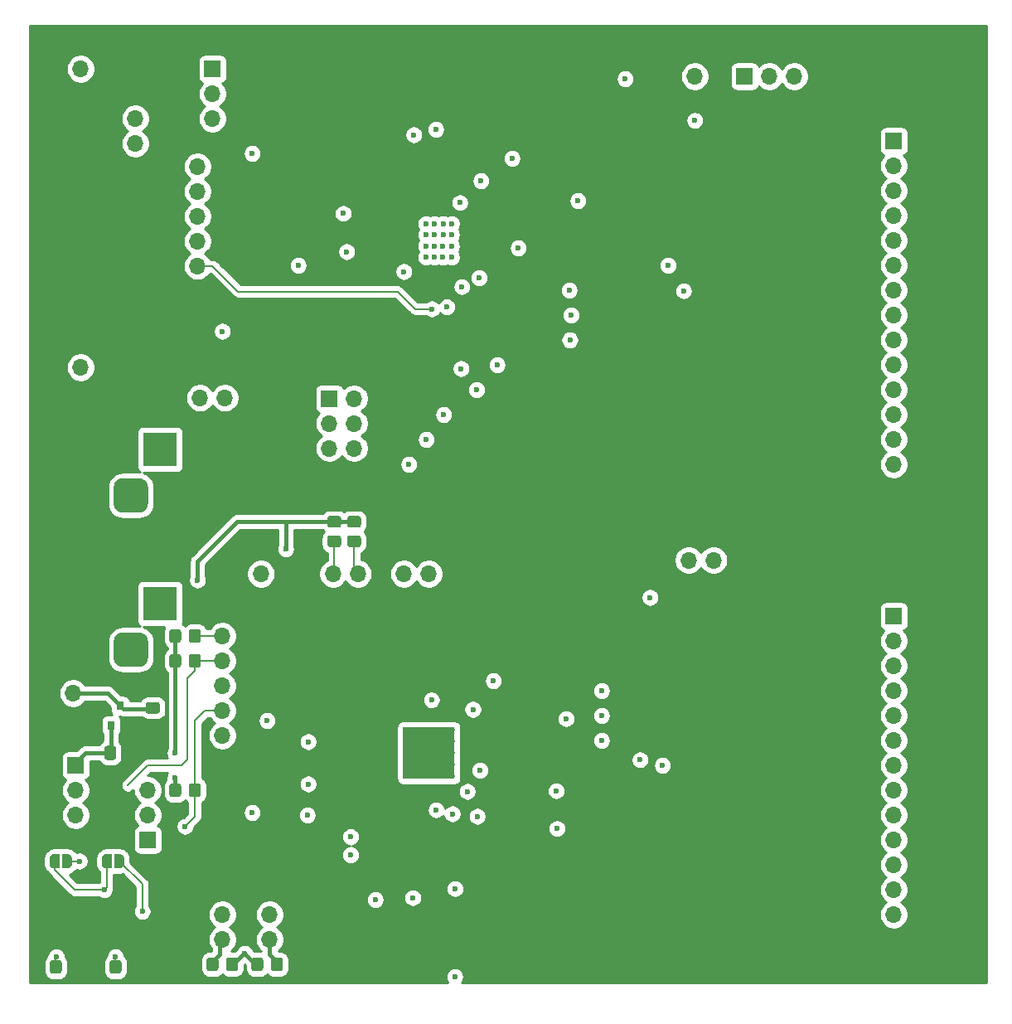
<source format=gbr>
%TF.GenerationSoftware,KiCad,Pcbnew,(5.1.8-0-10_14)*%
%TF.CreationDate,2021-03-09T19:09:17+00:00*%
%TF.ProjectId,STPMIC1_MC32PF3000_Board,5354504d-4943-4315-9f4d-433332504633,rev?*%
%TF.SameCoordinates,Original*%
%TF.FileFunction,Copper,L4,Bot*%
%TF.FilePolarity,Positive*%
%FSLAX46Y46*%
G04 Gerber Fmt 4.6, Leading zero omitted, Abs format (unit mm)*
G04 Created by KiCad (PCBNEW (5.1.8-0-10_14)) date 2021-03-09 19:09:17*
%MOMM*%
%LPD*%
G01*
G04 APERTURE LIST*
%TA.AperFunction,SMDPad,CuDef*%
%ADD10C,0.100000*%
%TD*%
%TA.AperFunction,ComponentPad*%
%ADD11O,1.700000X1.700000*%
%TD*%
%TA.AperFunction,ComponentPad*%
%ADD12R,1.700000X1.700000*%
%TD*%
%TA.AperFunction,ComponentPad*%
%ADD13R,3.500000X3.500000*%
%TD*%
%TA.AperFunction,SMDPad,CuDef*%
%ADD14R,0.800000X0.900000*%
%TD*%
%TA.AperFunction,ComponentPad*%
%ADD15C,0.500000*%
%TD*%
%TA.AperFunction,SMDPad,CuDef*%
%ADD16R,5.300000X5.300000*%
%TD*%
%TA.AperFunction,ViaPad*%
%ADD17C,0.600000*%
%TD*%
%TA.AperFunction,Conductor*%
%ADD18C,0.127000*%
%TD*%
%TA.AperFunction,Conductor*%
%ADD19C,0.400000*%
%TD*%
%TA.AperFunction,Conductor*%
%ADD20C,0.200000*%
%TD*%
%TA.AperFunction,Conductor*%
%ADD21C,0.254000*%
%TD*%
%TA.AperFunction,Conductor*%
%ADD22C,0.100000*%
%TD*%
G04 APERTURE END LIST*
%TA.AperFunction,SMDPad,CuDef*%
D10*
%TO.P,JP2,2*%
%TO.N,/PF3000_Board/VDBG*%
G36*
X84440000Y-127368398D02*
G01*
X84415466Y-127368398D01*
X84366635Y-127363588D01*
X84318510Y-127354016D01*
X84271555Y-127339772D01*
X84226222Y-127320995D01*
X84182949Y-127297864D01*
X84142150Y-127270604D01*
X84104221Y-127239476D01*
X84069524Y-127204779D01*
X84038396Y-127166850D01*
X84011136Y-127126051D01*
X83988005Y-127082778D01*
X83969228Y-127037445D01*
X83954984Y-126990490D01*
X83945412Y-126942365D01*
X83940602Y-126893534D01*
X83940602Y-126869000D01*
X83940000Y-126869000D01*
X83940000Y-126369000D01*
X83940602Y-126369000D01*
X83940602Y-126344466D01*
X83945412Y-126295635D01*
X83954984Y-126247510D01*
X83969228Y-126200555D01*
X83988005Y-126155222D01*
X84011136Y-126111949D01*
X84038396Y-126071150D01*
X84069524Y-126033221D01*
X84104221Y-125998524D01*
X84142150Y-125967396D01*
X84182949Y-125940136D01*
X84226222Y-125917005D01*
X84271555Y-125898228D01*
X84318510Y-125883984D01*
X84366635Y-125874412D01*
X84415466Y-125869602D01*
X84440000Y-125869602D01*
X84440000Y-125869000D01*
X84940000Y-125869000D01*
X84940000Y-127369000D01*
X84440000Y-127369000D01*
X84440000Y-127368398D01*
G37*
%TD.AperFunction*%
%TA.AperFunction,SMDPad,CuDef*%
%TO.P,JP2,1*%
%TO.N,/PF3000_Board/INTB*%
G36*
X85240000Y-125869000D02*
G01*
X85740000Y-125869000D01*
X85740000Y-125869602D01*
X85764534Y-125869602D01*
X85813365Y-125874412D01*
X85861490Y-125883984D01*
X85908445Y-125898228D01*
X85953778Y-125917005D01*
X85997051Y-125940136D01*
X86037850Y-125967396D01*
X86075779Y-125998524D01*
X86110476Y-126033221D01*
X86141604Y-126071150D01*
X86168864Y-126111949D01*
X86191995Y-126155222D01*
X86210772Y-126200555D01*
X86225016Y-126247510D01*
X86234588Y-126295635D01*
X86239398Y-126344466D01*
X86239398Y-126369000D01*
X86240000Y-126369000D01*
X86240000Y-126869000D01*
X86239398Y-126869000D01*
X86239398Y-126893534D01*
X86234588Y-126942365D01*
X86225016Y-126990490D01*
X86210772Y-127037445D01*
X86191995Y-127082778D01*
X86168864Y-127126051D01*
X86141604Y-127166850D01*
X86110476Y-127204779D01*
X86075779Y-127239476D01*
X86037850Y-127270604D01*
X85997051Y-127297864D01*
X85953778Y-127320995D01*
X85908445Y-127339772D01*
X85861490Y-127354016D01*
X85813365Y-127363588D01*
X85764534Y-127368398D01*
X85740000Y-127368398D01*
X85740000Y-127369000D01*
X85240000Y-127369000D01*
X85240000Y-125869000D01*
G37*
%TD.AperFunction*%
%TD*%
%TA.AperFunction,SMDPad,CuDef*%
%TO.P,JP1,2*%
%TO.N,/PF3000_Board/VDBG*%
G36*
X89774000Y-127368398D02*
G01*
X89749466Y-127368398D01*
X89700635Y-127363588D01*
X89652510Y-127354016D01*
X89605555Y-127339772D01*
X89560222Y-127320995D01*
X89516949Y-127297864D01*
X89476150Y-127270604D01*
X89438221Y-127239476D01*
X89403524Y-127204779D01*
X89372396Y-127166850D01*
X89345136Y-127126051D01*
X89322005Y-127082778D01*
X89303228Y-127037445D01*
X89288984Y-126990490D01*
X89279412Y-126942365D01*
X89274602Y-126893534D01*
X89274602Y-126869000D01*
X89274000Y-126869000D01*
X89274000Y-126369000D01*
X89274602Y-126369000D01*
X89274602Y-126344466D01*
X89279412Y-126295635D01*
X89288984Y-126247510D01*
X89303228Y-126200555D01*
X89322005Y-126155222D01*
X89345136Y-126111949D01*
X89372396Y-126071150D01*
X89403524Y-126033221D01*
X89438221Y-125998524D01*
X89476150Y-125967396D01*
X89516949Y-125940136D01*
X89560222Y-125917005D01*
X89605555Y-125898228D01*
X89652510Y-125883984D01*
X89700635Y-125874412D01*
X89749466Y-125869602D01*
X89774000Y-125869602D01*
X89774000Y-125869000D01*
X90274000Y-125869000D01*
X90274000Y-127369000D01*
X89774000Y-127369000D01*
X89774000Y-127368398D01*
G37*
%TD.AperFunction*%
%TA.AperFunction,SMDPad,CuDef*%
%TO.P,JP1,1*%
%TO.N,/PF3000_Board/RESETBMCU*%
G36*
X90574000Y-125869000D02*
G01*
X91074000Y-125869000D01*
X91074000Y-125869602D01*
X91098534Y-125869602D01*
X91147365Y-125874412D01*
X91195490Y-125883984D01*
X91242445Y-125898228D01*
X91287778Y-125917005D01*
X91331051Y-125940136D01*
X91371850Y-125967396D01*
X91409779Y-125998524D01*
X91444476Y-126033221D01*
X91475604Y-126071150D01*
X91502864Y-126111949D01*
X91525995Y-126155222D01*
X91544772Y-126200555D01*
X91559016Y-126247510D01*
X91568588Y-126295635D01*
X91573398Y-126344466D01*
X91573398Y-126369000D01*
X91574000Y-126369000D01*
X91574000Y-126869000D01*
X91573398Y-126869000D01*
X91573398Y-126893534D01*
X91568588Y-126942365D01*
X91559016Y-126990490D01*
X91544772Y-127037445D01*
X91525995Y-127082778D01*
X91502864Y-127126051D01*
X91475604Y-127166850D01*
X91444476Y-127204779D01*
X91409779Y-127239476D01*
X91371850Y-127270604D01*
X91331051Y-127297864D01*
X91287778Y-127320995D01*
X91242445Y-127339772D01*
X91195490Y-127354016D01*
X91147365Y-127363588D01*
X91098534Y-127368398D01*
X91074000Y-127368398D01*
X91074000Y-127369000D01*
X90574000Y-127369000D01*
X90574000Y-125869000D01*
G37*
%TD.AperFunction*%
%TD*%
D11*
%TO.P,J6,3*%
%TO.N,/STPMIC1_Board/VBUCK3*%
X100584000Y-50800000D03*
%TO.P,J6,2*%
%TO.N,/STPMIC1_Board/VIO*%
X100584000Y-48260000D03*
D12*
%TO.P,J6,1*%
%TO.N,/STPMIC1_Board/VIO_Ext*%
X100584000Y-45720000D03*
%TD*%
%TO.P,J4,3*%
%TO.N,N/C*%
%TA.AperFunction,ComponentPad*%
G36*
G01*
X90500000Y-90157000D02*
X90500000Y-88407000D01*
G75*
G02*
X91375000Y-87532000I875000J0D01*
G01*
X93125000Y-87532000D01*
G75*
G02*
X94000000Y-88407000I0J-875000D01*
G01*
X94000000Y-90157000D01*
G75*
G02*
X93125000Y-91032000I-875000J0D01*
G01*
X91375000Y-91032000D01*
G75*
G02*
X90500000Y-90157000I0J875000D01*
G01*
G37*
%TD.AperFunction*%
%TO.P,J4,2*%
%TO.N,GNDS*%
%TA.AperFunction,ComponentPad*%
G36*
G01*
X87750000Y-85582000D02*
X87750000Y-83582000D01*
G75*
G02*
X88500000Y-82832000I750000J0D01*
G01*
X90000000Y-82832000D01*
G75*
G02*
X90750000Y-83582000I0J-750000D01*
G01*
X90750000Y-85582000D01*
G75*
G02*
X90000000Y-86332000I-750000J0D01*
G01*
X88500000Y-86332000D01*
G75*
G02*
X87750000Y-85582000I0J750000D01*
G01*
G37*
%TD.AperFunction*%
D13*
%TO.P,J4,1*%
%TO.N,/STPMIC1_Board/VBAT*%
X95250000Y-84582000D03*
%TD*%
%TO.P,C69,1*%
%TO.N,/PF3000_Board/VDBG*%
%TA.AperFunction,SMDPad,CuDef*%
G36*
G01*
X89561000Y-116045000D02*
X89561000Y-115095000D01*
G75*
G02*
X89811000Y-114845000I250000J0D01*
G01*
X90486000Y-114845000D01*
G75*
G02*
X90736000Y-115095000I0J-250000D01*
G01*
X90736000Y-116045000D01*
G75*
G02*
X90486000Y-116295000I-250000J0D01*
G01*
X89811000Y-116295000D01*
G75*
G02*
X89561000Y-116045000I0J250000D01*
G01*
G37*
%TD.AperFunction*%
%TO.P,C69,2*%
%TO.N,GNDS*%
%TA.AperFunction,SMDPad,CuDef*%
G36*
G01*
X91636000Y-116045000D02*
X91636000Y-115095000D01*
G75*
G02*
X91886000Y-114845000I250000J0D01*
G01*
X92561000Y-114845000D01*
G75*
G02*
X92811000Y-115095000I0J-250000D01*
G01*
X92811000Y-116045000D01*
G75*
G02*
X92561000Y-116295000I-250000J0D01*
G01*
X91886000Y-116295000D01*
G75*
G02*
X91636000Y-116045000I0J250000D01*
G01*
G37*
%TD.AperFunction*%
%TD*%
D14*
%TO.P,U3,1*%
%TO.N,GNDS*%
X92136000Y-112760000D03*
%TO.P,U3,2*%
%TO.N,/PF3000_Board/VDBG*%
X90236000Y-112760000D03*
%TO.P,U3,3*%
%TO.N,/PF3000_Board/VIN*%
X91186000Y-110760000D03*
%TD*%
D15*
%TO.P,U2,49*%
%TO.N,N/C*%
X120282000Y-113170000D03*
X121482000Y-113170000D03*
X122682000Y-113170000D03*
X123882000Y-113170000D03*
X125082000Y-113170000D03*
X120282000Y-114370000D03*
X121482000Y-114370000D03*
X122682000Y-114370000D03*
X123882000Y-114370000D03*
X125082000Y-114370000D03*
X120282000Y-115570000D03*
X121482000Y-115570000D03*
X122682000Y-115570000D03*
X123882000Y-115570000D03*
X125082000Y-115570000D03*
X120282000Y-116770000D03*
X121482000Y-116770000D03*
X122682000Y-116770000D03*
X123882000Y-116770000D03*
X125082000Y-116770000D03*
X120282000Y-117970000D03*
X121482000Y-117970000D03*
X122682000Y-117970000D03*
X123882000Y-117970000D03*
X125082000Y-117970000D03*
D16*
X122682000Y-115570000D03*
%TD*%
%TO.P,R28,1*%
%TO.N,GNDS*%
%TA.AperFunction,SMDPad,CuDef*%
G36*
G01*
X87198000Y-136963999D02*
X87198000Y-137864001D01*
G75*
G02*
X86948001Y-138114000I-249999J0D01*
G01*
X86247999Y-138114000D01*
G75*
G02*
X85998000Y-137864001I0J249999D01*
G01*
X85998000Y-136963999D01*
G75*
G02*
X86247999Y-136714000I249999J0D01*
G01*
X86948001Y-136714000D01*
G75*
G02*
X87198000Y-136963999I0J-249999D01*
G01*
G37*
%TD.AperFunction*%
%TO.P,R28,2*%
%TO.N,Net-(D18-Pad1)*%
%TA.AperFunction,SMDPad,CuDef*%
G36*
G01*
X85198000Y-136963999D02*
X85198000Y-137864001D01*
G75*
G02*
X84948001Y-138114000I-249999J0D01*
G01*
X84247999Y-138114000D01*
G75*
G02*
X83998000Y-137864001I0J249999D01*
G01*
X83998000Y-136963999D01*
G75*
G02*
X84247999Y-136714000I249999J0D01*
G01*
X84948001Y-136714000D01*
G75*
G02*
X85198000Y-136963999I0J-249999D01*
G01*
G37*
%TD.AperFunction*%
%TD*%
%TO.P,R27,1*%
%TO.N,GNDS*%
%TA.AperFunction,SMDPad,CuDef*%
G36*
G01*
X93294000Y-136963999D02*
X93294000Y-137864001D01*
G75*
G02*
X93044001Y-138114000I-249999J0D01*
G01*
X92343999Y-138114000D01*
G75*
G02*
X92094000Y-137864001I0J249999D01*
G01*
X92094000Y-136963999D01*
G75*
G02*
X92343999Y-136714000I249999J0D01*
G01*
X93044001Y-136714000D01*
G75*
G02*
X93294000Y-136963999I0J-249999D01*
G01*
G37*
%TD.AperFunction*%
%TO.P,R27,2*%
%TO.N,Net-(D17-Pad1)*%
%TA.AperFunction,SMDPad,CuDef*%
G36*
G01*
X91294000Y-136963999D02*
X91294000Y-137864001D01*
G75*
G02*
X91044001Y-138114000I-249999J0D01*
G01*
X90343999Y-138114000D01*
G75*
G02*
X90094000Y-137864001I0J249999D01*
G01*
X90094000Y-136963999D01*
G75*
G02*
X90343999Y-136714000I249999J0D01*
G01*
X91044001Y-136714000D01*
G75*
G02*
X91294000Y-136963999I0J-249999D01*
G01*
G37*
%TD.AperFunction*%
%TD*%
%TO.P,R26,1*%
%TO.N,/PF3000_Board/V_PU*%
%TA.AperFunction,SMDPad,CuDef*%
G36*
G01*
X96190000Y-104082001D02*
X96190000Y-103181999D01*
G75*
G02*
X96439999Y-102932000I249999J0D01*
G01*
X97140001Y-102932000D01*
G75*
G02*
X97390000Y-103181999I0J-249999D01*
G01*
X97390000Y-104082001D01*
G75*
G02*
X97140001Y-104332000I-249999J0D01*
G01*
X96439999Y-104332000D01*
G75*
G02*
X96190000Y-104082001I0J249999D01*
G01*
G37*
%TD.AperFunction*%
%TO.P,R26,2*%
%TO.N,/PF3000_Board/PWRON*%
%TA.AperFunction,SMDPad,CuDef*%
G36*
G01*
X98190000Y-104082001D02*
X98190000Y-103181999D01*
G75*
G02*
X98439999Y-102932000I249999J0D01*
G01*
X99140001Y-102932000D01*
G75*
G02*
X99390000Y-103181999I0J-249999D01*
G01*
X99390000Y-104082001D01*
G75*
G02*
X99140001Y-104332000I-249999J0D01*
G01*
X98439999Y-104332000D01*
G75*
G02*
X98190000Y-104082001I0J249999D01*
G01*
G37*
%TD.AperFunction*%
%TD*%
%TO.P,R25,1*%
%TO.N,/PF3000_Board/V_PU*%
%TA.AperFunction,SMDPad,CuDef*%
G36*
G01*
X96190000Y-106622001D02*
X96190000Y-105721999D01*
G75*
G02*
X96439999Y-105472000I249999J0D01*
G01*
X97140001Y-105472000D01*
G75*
G02*
X97390000Y-105721999I0J-249999D01*
G01*
X97390000Y-106622001D01*
G75*
G02*
X97140001Y-106872000I-249999J0D01*
G01*
X96439999Y-106872000D01*
G75*
G02*
X96190000Y-106622001I0J249999D01*
G01*
G37*
%TD.AperFunction*%
%TO.P,R25,2*%
%TO.N,/PF3000_Board/INTB*%
%TA.AperFunction,SMDPad,CuDef*%
G36*
G01*
X98190000Y-106622001D02*
X98190000Y-105721999D01*
G75*
G02*
X98439999Y-105472000I249999J0D01*
G01*
X99140001Y-105472000D01*
G75*
G02*
X99390000Y-105721999I0J-249999D01*
G01*
X99390000Y-106622001D01*
G75*
G02*
X99140001Y-106872000I-249999J0D01*
G01*
X98439999Y-106872000D01*
G75*
G02*
X98190000Y-106622001I0J249999D01*
G01*
G37*
%TD.AperFunction*%
%TD*%
%TO.P,R24,1*%
%TO.N,/PF3000_Board/V_PU*%
%TA.AperFunction,SMDPad,CuDef*%
G36*
G01*
X103200000Y-136709999D02*
X103200000Y-137610001D01*
G75*
G02*
X102950001Y-137860000I-249999J0D01*
G01*
X102249999Y-137860000D01*
G75*
G02*
X102000000Y-137610001I0J249999D01*
G01*
X102000000Y-136709999D01*
G75*
G02*
X102249999Y-136460000I249999J0D01*
G01*
X102950001Y-136460000D01*
G75*
G02*
X103200000Y-136709999I0J-249999D01*
G01*
G37*
%TD.AperFunction*%
%TO.P,R24,2*%
%TO.N,Net-(J18-Pad3)*%
%TA.AperFunction,SMDPad,CuDef*%
G36*
G01*
X101200000Y-136709999D02*
X101200000Y-137610001D01*
G75*
G02*
X100950001Y-137860000I-249999J0D01*
G01*
X100249999Y-137860000D01*
G75*
G02*
X100000000Y-137610001I0J249999D01*
G01*
X100000000Y-136709999D01*
G75*
G02*
X100249999Y-136460000I249999J0D01*
G01*
X100950001Y-136460000D01*
G75*
G02*
X101200000Y-136709999I0J-249999D01*
G01*
G37*
%TD.AperFunction*%
%TD*%
%TO.P,R23,1*%
%TO.N,/PF3000_Board/V_PU*%
%TA.AperFunction,SMDPad,CuDef*%
G36*
G01*
X96190000Y-119830001D02*
X96190000Y-118929999D01*
G75*
G02*
X96439999Y-118680000I249999J0D01*
G01*
X97140001Y-118680000D01*
G75*
G02*
X97390000Y-118929999I0J-249999D01*
G01*
X97390000Y-119830001D01*
G75*
G02*
X97140001Y-120080000I-249999J0D01*
G01*
X96439999Y-120080000D01*
G75*
G02*
X96190000Y-119830001I0J249999D01*
G01*
G37*
%TD.AperFunction*%
%TO.P,R23,2*%
%TO.N,/PF3000_Board/RESETBMCU*%
%TA.AperFunction,SMDPad,CuDef*%
G36*
G01*
X98190000Y-119830001D02*
X98190000Y-118929999D01*
G75*
G02*
X98439999Y-118680000I249999J0D01*
G01*
X99140001Y-118680000D01*
G75*
G02*
X99390000Y-118929999I0J-249999D01*
G01*
X99390000Y-119830001D01*
G75*
G02*
X99140001Y-120080000I-249999J0D01*
G01*
X98439999Y-120080000D01*
G75*
G02*
X98190000Y-119830001I0J249999D01*
G01*
G37*
%TD.AperFunction*%
%TD*%
%TO.P,R22,1*%
%TO.N,/PF3000_Board/V_PU*%
%TA.AperFunction,SMDPad,CuDef*%
G36*
G01*
X104572000Y-137610001D02*
X104572000Y-136709999D01*
G75*
G02*
X104821999Y-136460000I249999J0D01*
G01*
X105522001Y-136460000D01*
G75*
G02*
X105772000Y-136709999I0J-249999D01*
G01*
X105772000Y-137610001D01*
G75*
G02*
X105522001Y-137860000I-249999J0D01*
G01*
X104821999Y-137860000D01*
G75*
G02*
X104572000Y-137610001I0J249999D01*
G01*
G37*
%TD.AperFunction*%
%TO.P,R22,2*%
%TO.N,Net-(J17-Pad3)*%
%TA.AperFunction,SMDPad,CuDef*%
G36*
G01*
X106572000Y-137610001D02*
X106572000Y-136709999D01*
G75*
G02*
X106821999Y-136460000I249999J0D01*
G01*
X107522001Y-136460000D01*
G75*
G02*
X107772000Y-136709999I0J-249999D01*
G01*
X107772000Y-137610001D01*
G75*
G02*
X107522001Y-137860000I-249999J0D01*
G01*
X106821999Y-137860000D01*
G75*
G02*
X106572000Y-137610001I0J249999D01*
G01*
G37*
%TD.AperFunction*%
%TD*%
%TO.P,R21,1*%
%TO.N,/PF3000_Board/VDDIO*%
%TA.AperFunction,SMDPad,CuDef*%
G36*
G01*
X112579999Y-91364000D02*
X113480001Y-91364000D01*
G75*
G02*
X113730000Y-91613999I0J-249999D01*
G01*
X113730000Y-92314001D01*
G75*
G02*
X113480001Y-92564000I-249999J0D01*
G01*
X112579999Y-92564000D01*
G75*
G02*
X112330000Y-92314001I0J249999D01*
G01*
X112330000Y-91613999D01*
G75*
G02*
X112579999Y-91364000I249999J0D01*
G01*
G37*
%TD.AperFunction*%
%TO.P,R21,2*%
%TO.N,/PF3000_Board/SCL*%
%TA.AperFunction,SMDPad,CuDef*%
G36*
G01*
X112579999Y-93364000D02*
X113480001Y-93364000D01*
G75*
G02*
X113730000Y-93613999I0J-249999D01*
G01*
X113730000Y-94314001D01*
G75*
G02*
X113480001Y-94564000I-249999J0D01*
G01*
X112579999Y-94564000D01*
G75*
G02*
X112330000Y-94314001I0J249999D01*
G01*
X112330000Y-93613999D01*
G75*
G02*
X112579999Y-93364000I249999J0D01*
G01*
G37*
%TD.AperFunction*%
%TD*%
%TO.P,R20,1*%
%TO.N,/PF3000_Board/SDA*%
%TA.AperFunction,SMDPad,CuDef*%
G36*
G01*
X115512001Y-94564000D02*
X114611999Y-94564000D01*
G75*
G02*
X114362000Y-94314001I0J249999D01*
G01*
X114362000Y-93613999D01*
G75*
G02*
X114611999Y-93364000I249999J0D01*
G01*
X115512001Y-93364000D01*
G75*
G02*
X115762000Y-93613999I0J-249999D01*
G01*
X115762000Y-94314001D01*
G75*
G02*
X115512001Y-94564000I-249999J0D01*
G01*
G37*
%TD.AperFunction*%
%TO.P,R20,2*%
%TO.N,/PF3000_Board/VDDIO*%
%TA.AperFunction,SMDPad,CuDef*%
G36*
G01*
X115512001Y-92564000D02*
X114611999Y-92564000D01*
G75*
G02*
X114362000Y-92314001I0J249999D01*
G01*
X114362000Y-91613999D01*
G75*
G02*
X114611999Y-91364000I249999J0D01*
G01*
X115512001Y-91364000D01*
G75*
G02*
X115762000Y-91613999I0J-249999D01*
G01*
X115762000Y-92314001D01*
G75*
G02*
X115512001Y-92564000I-249999J0D01*
G01*
G37*
%TD.AperFunction*%
%TD*%
D12*
%TO.P,J23,1*%
%TO.N,GNDS*%
X101600000Y-116332000D03*
D11*
%TO.P,J23,2*%
%TO.N,/PF3000_Board/STANDBY*%
X101600000Y-113792000D03*
%TO.P,J23,3*%
%TO.N,/PF3000_Board/RESETBMCU*%
X101600000Y-111252000D03*
%TO.P,J23,4*%
%TO.N,/PF3000_Board/SD_VSEL*%
X101600000Y-108712000D03*
%TO.P,J23,5*%
%TO.N,/PF3000_Board/INTB*%
X101600000Y-106172000D03*
%TO.P,J23,6*%
%TO.N,/PF3000_Board/PWRON*%
X101600000Y-103632000D03*
%TD*%
D12*
%TO.P,J22,1*%
%TO.N,GNDS*%
X146685000Y-95885000D03*
D11*
%TO.P,J22,2*%
%TO.N,/PF3000_Board/VPWR*%
X149225000Y-95885000D03*
%TO.P,J22,3*%
%TO.N,Net-(C70-Pad2)*%
X151765000Y-95885000D03*
%TD*%
D12*
%TO.P,J21,1*%
%TO.N,/PF3000_Board/SW1B_OUT*%
X170180000Y-101600000D03*
D11*
%TO.P,J21,2*%
%TO.N,GNDS*%
X172720000Y-101600000D03*
%TO.P,J21,3*%
%TO.N,/PF3000_Board/SW1A_OUT*%
X170180000Y-104140000D03*
%TO.P,J21,4*%
%TO.N,GNDS*%
X172720000Y-104140000D03*
%TO.P,J21,5*%
%TO.N,/PF3000_Board/SWBST_OUT*%
X170180000Y-106680000D03*
%TO.P,J21,6*%
%TO.N,GNDS*%
X172720000Y-106680000D03*
%TO.P,J21,7*%
%TO.N,/PF3000_Board/VSNVS_OUT*%
X170180000Y-109220000D03*
%TO.P,J21,8*%
%TO.N,GNDS*%
X172720000Y-109220000D03*
%TO.P,J21,9*%
%TO.N,/PF3000_Board/VCCSD_OUT*%
X170180000Y-111760000D03*
%TO.P,J21,10*%
%TO.N,GNDS*%
X172720000Y-111760000D03*
%TO.P,J21,11*%
%TO.N,/PF3000_Board/V33_OUT*%
X170180000Y-114300000D03*
%TO.P,J21,12*%
%TO.N,GNDS*%
X172720000Y-114300000D03*
%TO.P,J21,13*%
%TO.N,/PF3000_Board/SW3_OUT*%
X170180000Y-116840000D03*
%TO.P,J21,14*%
%TO.N,GNDS*%
X172720000Y-116840000D03*
%TO.P,J21,15*%
%TO.N,/PF3000_Board/VREFDDR_OUT*%
X170180000Y-119380000D03*
%TO.P,J21,16*%
%TO.N,GNDS*%
X172720000Y-119380000D03*
%TO.P,J21,17*%
%TO.N,/PF3000_Board/LDO4_OUT*%
X170180000Y-121920000D03*
%TO.P,J21,18*%
%TO.N,GNDS*%
X172720000Y-121920000D03*
%TO.P,J21,19*%
%TO.N,/PF3000_Board/LDO3_OUT*%
X170180000Y-124460000D03*
%TO.P,J21,20*%
%TO.N,GNDS*%
X172720000Y-124460000D03*
%TO.P,J21,21*%
%TO.N,/PF3000_Board/SW2_OUT*%
X170180000Y-127000000D03*
%TO.P,J21,22*%
%TO.N,GNDS*%
X172720000Y-127000000D03*
%TO.P,J21,23*%
%TO.N,/PF3000_Board/LDO2_OUT*%
X170180000Y-129540000D03*
%TO.P,J21,24*%
%TO.N,GNDS*%
X172720000Y-129540000D03*
%TO.P,J21,25*%
%TO.N,/PF3000_Board/LDO1_OUT*%
X170180000Y-132080000D03*
%TO.P,J21,26*%
%TO.N,GNDS*%
X172720000Y-132080000D03*
%TD*%
D12*
%TO.P,J20,1*%
%TO.N,GNDS*%
X110363000Y-97282000D03*
D11*
%TO.P,J20,2*%
%TO.N,/PF3000_Board/SCL*%
X112903000Y-97282000D03*
%TO.P,J20,3*%
%TO.N,/PF3000_Board/SDA*%
X115443000Y-97282000D03*
%TD*%
D12*
%TO.P,J19,1*%
%TO.N,GNDS*%
X102997000Y-97282000D03*
D11*
%TO.P,J19,2*%
%TO.N,/PF3000_Board/PWRON*%
X105537000Y-97282000D03*
%TD*%
D12*
%TO.P,J18,1*%
%TO.N,GNDS*%
X101600000Y-129540000D03*
D11*
%TO.P,J18,2*%
%TO.N,/PF3000_Board/SD_VSEL*%
X101600000Y-132080000D03*
%TO.P,J18,3*%
%TO.N,Net-(J18-Pad3)*%
X101600000Y-134620000D03*
%TD*%
D12*
%TO.P,J17,1*%
%TO.N,GNDS*%
X106426000Y-129540000D03*
D11*
%TO.P,J17,2*%
%TO.N,/PF3000_Board/STANDBY*%
X106426000Y-132080000D03*
%TO.P,J17,3*%
%TO.N,Net-(J17-Pad3)*%
X106426000Y-134620000D03*
%TD*%
D12*
%TO.P,J16,1*%
%TO.N,/PF3000_Board/VDBG*%
X86614000Y-116840000D03*
D11*
%TO.P,J16,2*%
%TO.N,/PF3000_Board/VDDIO*%
X86614000Y-119380000D03*
%TO.P,J16,3*%
%TO.N,/PF3000_Board/SW2_OUT*%
X86614000Y-121920000D03*
%TD*%
D13*
%TO.P,J15,1*%
%TO.N,/PF3000_Board/VPWR*%
X95250000Y-100330000D03*
%TO.P,J15,2*%
%TO.N,GNDS*%
%TA.AperFunction,ComponentPad*%
G36*
G01*
X87750000Y-101330000D02*
X87750000Y-99330000D01*
G75*
G02*
X88500000Y-98580000I750000J0D01*
G01*
X90000000Y-98580000D01*
G75*
G02*
X90750000Y-99330000I0J-750000D01*
G01*
X90750000Y-101330000D01*
G75*
G02*
X90000000Y-102080000I-750000J0D01*
G01*
X88500000Y-102080000D01*
G75*
G02*
X87750000Y-101330000I0J750000D01*
G01*
G37*
%TD.AperFunction*%
%TO.P,J15,3*%
%TO.N,Net-(J15-Pad3)*%
%TA.AperFunction,ComponentPad*%
G36*
G01*
X90500000Y-105905000D02*
X90500000Y-104155000D01*
G75*
G02*
X91375000Y-103280000I875000J0D01*
G01*
X93125000Y-103280000D01*
G75*
G02*
X94000000Y-104155000I0J-875000D01*
G01*
X94000000Y-105905000D01*
G75*
G02*
X93125000Y-106780000I-875000J0D01*
G01*
X91375000Y-106780000D01*
G75*
G02*
X90500000Y-105905000I0J875000D01*
G01*
G37*
%TD.AperFunction*%
%TD*%
D12*
%TO.P,J14,1*%
%TO.N,/PF3000_Board/VSNVS_OUT*%
X93980000Y-124460000D03*
D11*
%TO.P,J14,2*%
%TO.N,/PF3000_Board/V_PU*%
X93980000Y-121920000D03*
%TO.P,J14,3*%
%TO.N,/PF3000_Board/VDDIO*%
X93980000Y-119380000D03*
%TD*%
D12*
%TO.P,J13,1*%
%TO.N,GNDS*%
X125222000Y-97282000D03*
D11*
%TO.P,J13,2*%
%TO.N,/PF3000_Board/VDDOTP*%
X122682000Y-97282000D03*
%TO.P,J13,3*%
%TO.N,/PF3000_Board/VCOREDIG*%
X120142000Y-97282000D03*
%TD*%
D12*
%TO.P,J12,1*%
%TO.N,GNDS*%
X86360000Y-112014000D03*
D11*
%TO.P,J12,2*%
%TO.N,/PF3000_Board/VIN*%
X86360000Y-109474000D03*
%TD*%
%TO.P,C68,1*%
%TO.N,GNDS*%
%TA.AperFunction,SMDPad,CuDef*%
G36*
G01*
X94963000Y-113639000D02*
X94013000Y-113639000D01*
G75*
G02*
X93763000Y-113389000I0J250000D01*
G01*
X93763000Y-112714000D01*
G75*
G02*
X94013000Y-112464000I250000J0D01*
G01*
X94963000Y-112464000D01*
G75*
G02*
X95213000Y-112714000I0J-250000D01*
G01*
X95213000Y-113389000D01*
G75*
G02*
X94963000Y-113639000I-250000J0D01*
G01*
G37*
%TD.AperFunction*%
%TO.P,C68,2*%
%TO.N,/PF3000_Board/VIN*%
%TA.AperFunction,SMDPad,CuDef*%
G36*
G01*
X94963000Y-111564000D02*
X94013000Y-111564000D01*
G75*
G02*
X93763000Y-111314000I0J250000D01*
G01*
X93763000Y-110639000D01*
G75*
G02*
X94013000Y-110389000I250000J0D01*
G01*
X94963000Y-110389000D01*
G75*
G02*
X95213000Y-110639000I0J-250000D01*
G01*
X95213000Y-111314000D01*
G75*
G02*
X94963000Y-111564000I-250000J0D01*
G01*
G37*
%TD.AperFunction*%
%TD*%
D12*
%TO.P,J7,1*%
%TO.N,/STPMIC1_Board/SWIN_Ext*%
X154940000Y-46482000D03*
D11*
%TO.P,J7,2*%
%TO.N,/STPMIC1_Board/sheet60878B3D/VSWIN*%
X157480000Y-46482000D03*
%TO.P,J7,3*%
%TO.N,/STPMIC1_Board/VBOOST*%
X160020000Y-46482000D03*
%TD*%
D12*
%TO.P,J11,1*%
%TO.N,/STPMIC1_Board/VBUCK2*%
X170180000Y-53086000D03*
D11*
%TO.P,J11,2*%
%TO.N,GNDS*%
X172720000Y-53086000D03*
%TO.P,J11,3*%
%TO.N,/STPMIC1_Board/VBUCK1*%
X170180000Y-55626000D03*
%TO.P,J11,4*%
%TO.N,GNDS*%
X172720000Y-55626000D03*
%TO.P,J11,5*%
%TO.N,/STPMIC1_Board/VLDO4*%
X170180000Y-58166000D03*
%TO.P,J11,6*%
%TO.N,GNDS*%
X172720000Y-58166000D03*
%TO.P,J11,7*%
%TO.N,/STPMIC1_Board/VSWOUT*%
X170180000Y-60706000D03*
%TO.P,J11,8*%
%TO.N,GNDS*%
X172720000Y-60706000D03*
%TO.P,J11,9*%
%TO.N,/STPMIC1_Board/VOTG*%
X170180000Y-63246000D03*
%TO.P,J11,10*%
%TO.N,GNDS*%
X172720000Y-63246000D03*
%TO.P,J11,11*%
%TO.N,/STPMIC1_Board/VBOOST*%
X170180000Y-65786000D03*
%TO.P,J11,12*%
%TO.N,GNDS*%
X172720000Y-65786000D03*
%TO.P,J11,13*%
%TO.N,/STPMIC1_Board/VBUCK3*%
X170180000Y-68326000D03*
%TO.P,J11,14*%
%TO.N,GNDS*%
X172720000Y-68326000D03*
%TO.P,J11,15*%
%TO.N,/STPMIC1_Board/VBUCK4*%
X170180000Y-70866000D03*
%TO.P,J11,16*%
%TO.N,GNDS*%
X172720000Y-70866000D03*
%TO.P,J11,17*%
%TO.N,/STPMIC1_Board/VLDO1*%
X170180000Y-73406000D03*
%TO.P,J11,18*%
%TO.N,GNDS*%
X172720000Y-73406000D03*
%TO.P,J11,19*%
%TO.N,/STPMIC1_Board/VLDO6*%
X170180000Y-75946000D03*
%TO.P,J11,20*%
%TO.N,GNDS*%
X172720000Y-75946000D03*
%TO.P,J11,21*%
%TO.N,/STPMIC1_Board/VLDO5*%
X170180000Y-78486000D03*
%TO.P,J11,22*%
%TO.N,GNDS*%
X172720000Y-78486000D03*
%TO.P,J11,23*%
%TO.N,/STPMIC1_Board/VLDO2*%
X170180000Y-81026000D03*
%TO.P,J11,24*%
%TO.N,GNDS*%
X172720000Y-81026000D03*
%TO.P,J11,25*%
%TO.N,/STPMIC1_Board/VREFDDR*%
X170180000Y-83566000D03*
%TO.P,J11,26*%
%TO.N,GNDS*%
X172720000Y-83566000D03*
%TO.P,J11,27*%
%TO.N,/STPMIC1_Board/VLDO3*%
X170180000Y-86106000D03*
%TO.P,J11,28*%
%TO.N,GNDS*%
X172720000Y-86106000D03*
%TD*%
D12*
%TO.P,J10,1*%
%TO.N,GNDS*%
X104394000Y-79311500D03*
D11*
%TO.P,J10,2*%
%TO.N,/STPMIC1_Board/SCL*%
X101854000Y-79311500D03*
%TO.P,J10,3*%
%TO.N,/STPMIC1_Board/SDA*%
X99314000Y-79311500D03*
%TD*%
D12*
%TO.P,J9,1*%
%TO.N,GNDS*%
X92710000Y-55880000D03*
D11*
%TO.P,J9,2*%
%TO.N,/STPMIC1_Board/PWRCTL*%
X92710000Y-53340000D03*
%TO.P,J9,3*%
%TO.N,/STPMIC1_Board/VIO*%
X92710000Y-50800000D03*
%TD*%
D12*
%TO.P,J8,1*%
%TO.N,/STPMIC1_Board/VBAT*%
X112522000Y-79375000D03*
D11*
%TO.P,J8,2*%
%TO.N,/STPMIC1_Board/sheet60878B3D/LDO3_IN*%
X115062000Y-79375000D03*
%TO.P,J8,3*%
%TO.N,/STPMIC1_Board/VBUCK2*%
X112522000Y-81915000D03*
%TO.P,J8,4*%
%TO.N,/STPMIC1_Board/sheet60878B3D/LDO3_IN*%
X115062000Y-81915000D03*
%TO.P,J8,5*%
%TO.N,/STPMIC1_Board/VBUCK3*%
X112522000Y-84455000D03*
%TO.P,J8,6*%
%TO.N,/STPMIC1_Board/sheet60878B3D/LDO3_IN*%
X115062000Y-84455000D03*
%TD*%
D12*
%TO.P,J5,1*%
%TO.N,GNDS*%
X99060000Y-68389500D03*
D11*
%TO.P,J5,2*%
%TO.N,/STPMIC1_Board/PONKEY*%
X99060000Y-65849500D03*
%TO.P,J5,3*%
%TO.N,/STPMIC1_Board/WAKEUP*%
X99060000Y-63309500D03*
%TO.P,J5,4*%
%TO.N,/STPMIC1_Board/RST*%
X99060000Y-60769500D03*
%TO.P,J5,5*%
%TO.N,/STPMIC1_Board/PWRCTL*%
X99060000Y-58229500D03*
%TO.P,J5,6*%
%TO.N,/STPMIC1_Board/INT*%
X99060000Y-55689500D03*
%TD*%
D12*
%TO.P,J3,1*%
%TO.N,GNDS*%
X147320000Y-46482000D03*
D11*
%TO.P,J3,2*%
%TO.N,/STPMIC1_Board/SWIN_Ext*%
X149860000Y-46482000D03*
%TD*%
D12*
%TO.P,J2,1*%
%TO.N,GNDS*%
X87122000Y-48260000D03*
D11*
%TO.P,J2,2*%
%TO.N,/STPMIC1_Board/VIO_Ext*%
X87122000Y-45720000D03*
%TD*%
D12*
%TO.P,J1,1*%
%TO.N,GNDS*%
X87122000Y-73660000D03*
D11*
%TO.P,J1,2*%
%TO.N,/STPMIC1_Board/VBAT*%
X87122000Y-76200000D03*
%TD*%
D17*
%TO.N,GNDS*%
X122428000Y-68834000D03*
X119507000Y-65278000D03*
X119467009Y-62915800D03*
X152327500Y-87905700D03*
X129235200Y-68097400D03*
X132080000Y-69088000D03*
X94996000Y-59309000D03*
X117538500Y-89154000D03*
X92410847Y-59263847D03*
X95021500Y-63462000D03*
X92481500Y-63462000D03*
X128143000Y-64516000D03*
X113690400Y-69342000D03*
X132660300Y-101600000D03*
X128143001Y-118872000D03*
X154940000Y-137160000D03*
X113665000Y-122809000D03*
X142113000Y-115570000D03*
X142113000Y-113030000D03*
X142113000Y-110490000D03*
X144018000Y-122174000D03*
X144018000Y-124828300D03*
X141922500Y-105410000D03*
X141922500Y-102870000D03*
X140208000Y-107950000D03*
X141287500Y-120586500D03*
X119955400Y-121471600D03*
X119634000Y-103378000D03*
X121666000Y-103378000D03*
X123698000Y-103378000D03*
X125730000Y-103378000D03*
X128524000Y-103378000D03*
X117500400Y-109677200D03*
X130175000Y-53721000D03*
X129158994Y-126619000D03*
X125349000Y-109855000D03*
X115062000Y-120904000D03*
X114096800Y-112318800D03*
X106172000Y-116586000D03*
X118618000Y-130556000D03*
X92201988Y-114808000D03*
X93472000Y-108458000D03*
X118110000Y-74295000D03*
X120205500Y-74282300D03*
X122301000Y-74269600D03*
X124396500Y-74256900D03*
X126492000Y-74269600D03*
X128587500Y-74256900D03*
X130683000Y-74269600D03*
X132778500Y-74256900D03*
X134810500Y-74256900D03*
X135686800Y-127389610D03*
X127508000Y-53975000D03*
X122428000Y-53086000D03*
X117729000Y-52069994D03*
X122974190Y-59055000D03*
X115189000Y-61341004D03*
X128143000Y-60960000D03*
X129159000Y-62102994D03*
X134111994Y-64008000D03*
X135382000Y-64770000D03*
X104394000Y-89916000D03*
X137689500Y-102777000D03*
%TO.N,/STPMIC1_Board/VBAT*%
X125984000Y-76327000D03*
X120142000Y-66421000D03*
X124536200Y-70027800D03*
X126060200Y-67970400D03*
X125857000Y-59385200D03*
X114300000Y-64389000D03*
X131191000Y-54864000D03*
X127825500Y-67056000D03*
X131826000Y-64008000D03*
%TO.N,/STPMIC1_Board/VIO*%
X104648000Y-54356000D03*
X101600000Y-72517000D03*
%TO.N,/STPMIC1_Board/VBUCK1*%
X113945500Y-60478500D03*
%TO.N,/STPMIC1_Board/VBUCK2*%
X109347000Y-65786000D03*
%TO.N,/STPMIC1_Board/VBUCK3*%
X148717000Y-68389500D03*
X137033000Y-68326000D03*
X149860000Y-50990500D03*
%TO.N,/STPMIC1_Board/VBUCK4*%
X137223500Y-70866000D03*
%TO.N,/STPMIC1_Board/VBOOST*%
X147129500Y-65786000D03*
X137922000Y-59182000D03*
%TO.N,/STPMIC1_Board/VLDO1*%
X137096500Y-73406000D03*
%TO.N,/STPMIC1_Board/VLDO2*%
X124206000Y-81025998D03*
%TO.N,/STPMIC1_Board/VLDO3*%
X120650000Y-86106000D03*
%TO.N,/STPMIC1_Board/VLDO4*%
X121158000Y-52451000D03*
%TO.N,/STPMIC1_Board/VLDO5*%
X127571504Y-78486000D03*
%TO.N,/STPMIC1_Board/VLDO6*%
X129667001Y-75946001D03*
%TO.N,/STPMIC1_Board/VOTG*%
X128016000Y-57150000D03*
%TO.N,/STPMIC1_Board/VSWOUT*%
X123405500Y-51904502D03*
%TO.N,/STPMIC1_Board/VREFDDR*%
X122428000Y-83566002D03*
%TO.N,/STPMIC1_Board/sheet60878B3D/VSWIN*%
X142747994Y-46736006D03*
%TO.N,/STPMIC1_Board/PONKEY*%
X122999500Y-70231000D03*
%TO.N,/PF3000_Board/SW3_OUT*%
X127911800Y-117347000D03*
X126618996Y-119507000D03*
X135706300Y-119450300D03*
%TO.N,/PF3000_Board/VDDIO*%
X108077000Y-94742000D03*
X99060000Y-97917000D03*
%TO.N,/PF3000_Board/LDO1_OUT*%
X114706400Y-124129800D03*
%TO.N,/PF3000_Board/LDO2_OUT*%
X114706400Y-125984002D03*
%TO.N,/PF3000_Board/LDO3_OUT*%
X123432003Y-121400003D03*
%TO.N,/PF3000_Board/LDO4_OUT*%
X127635000Y-122047000D03*
%TO.N,/PF3000_Board/VREFDDR_OUT*%
X135784500Y-123295500D03*
%TO.N,/PF3000_Board/VCCSD_OUT*%
X140335000Y-111760000D03*
%TO.N,/PF3000_Board/V33_OUT*%
X140335010Y-114300000D03*
%TO.N,/PF3000_Board/VSNVS_OUT*%
X140335000Y-109220000D03*
%TO.N,/PF3000_Board/SW1A_OUT*%
X106172000Y-112268000D03*
%TO.N,/PF3000_Board/SW1B_OUT*%
X104648000Y-121666000D03*
%TO.N,/PF3000_Board/SW2_OUT*%
X125374400Y-129438400D03*
X125349000Y-138430000D03*
%TO.N,/PF3000_Board/SWBST_OUT*%
X129286000Y-108204000D03*
%TO.N,/PF3000_Board/VIN*%
X145288000Y-99695000D03*
X110363000Y-114427000D03*
X110363000Y-118745000D03*
X121056400Y-130352800D03*
X110286800Y-121920000D03*
X125095000Y-121793000D03*
X122959000Y-110172500D03*
X117221000Y-130556000D03*
X144272000Y-116281200D03*
X127189707Y-111126507D03*
X146558000Y-116840000D03*
X136715500Y-112077500D03*
%TO.N,/PF3000_Board/VDBG*%
X89535000Y-129540000D03*
%TO.N,Net-(D17-Pad1)*%
X90678000Y-136398000D03*
%TO.N,Net-(D18-Pad1)*%
X84635500Y-136398000D03*
%TO.N,/PF3000_Board/V_PU*%
X96774000Y-115570000D03*
X96774000Y-118110000D03*
X103886002Y-136042400D03*
%TO.N,/PF3000_Board/INTB*%
X86995000Y-126619002D03*
%TO.N,/PF3000_Board/RESETBMCU*%
X93410996Y-131760004D03*
X97790000Y-123063000D03*
%TO.N,Net-(U1-Pad45)*%
X122385500Y-61521000D03*
X123253500Y-61521000D03*
X124142500Y-61521000D03*
X125010500Y-61521000D03*
X122385500Y-62653500D03*
X123257000Y-62671000D03*
X124146000Y-62671000D03*
X125010500Y-62671000D03*
X125010500Y-63821000D03*
X124139000Y-63821000D03*
X123250000Y-63821000D03*
X122385500Y-63796500D03*
X122385500Y-64971000D03*
X123243000Y-64971000D03*
X124132000Y-64971000D03*
X125010500Y-64971000D03*
%TD*%
D18*
%TO.N,/STPMIC1_Board/PONKEY*%
X100596700Y-65849500D02*
X99060000Y-65849500D01*
X103200200Y-68453000D02*
X100596700Y-65849500D01*
X119507000Y-68453000D02*
X103200200Y-68453000D01*
X121285000Y-70231000D02*
X119507000Y-68453000D01*
X122999500Y-70231000D02*
X121285000Y-70231000D01*
D19*
%TO.N,/PF3000_Board/VDDIO*%
X115078000Y-91948000D02*
X115062000Y-91964000D01*
X113046000Y-91948000D02*
X115062000Y-91948000D01*
X107855000Y-91948000D02*
X107839000Y-91964000D01*
X108077000Y-91948000D02*
X107855000Y-91948000D01*
X108077000Y-94742000D02*
X108077000Y-91948000D01*
X103124000Y-91948000D02*
X99060000Y-96012000D01*
X107823000Y-91948000D02*
X103124000Y-91948000D01*
X107839000Y-91964000D02*
X107823000Y-91948000D01*
X108982000Y-91964000D02*
X107839000Y-91964000D01*
X113030000Y-91964000D02*
X108982000Y-91964000D01*
X99060000Y-96012000D02*
X99060000Y-97917000D01*
%TO.N,/PF3000_Board/VIN*%
X89900000Y-109474000D02*
X91186000Y-110760000D01*
X86360000Y-109474000D02*
X89900000Y-109474000D01*
X94368935Y-111095565D02*
X94488000Y-110976500D01*
X91521565Y-111095565D02*
X94368935Y-111095565D01*
%TO.N,/PF3000_Board/VDBG*%
X90236000Y-115482500D02*
X90148500Y-115570000D01*
X90236000Y-112760000D02*
X90236000Y-115482500D01*
X87630000Y-115570000D02*
X86360000Y-116840000D01*
X90148500Y-115570000D02*
X87630000Y-115570000D01*
D20*
X89789000Y-129286000D02*
X89535000Y-129540000D01*
X89789000Y-126619000D02*
X89789000Y-129286000D01*
X86487000Y-129540000D02*
X89535000Y-129540000D01*
X84455000Y-127508000D02*
X86487000Y-129540000D01*
X84455000Y-126746000D02*
X84455000Y-127508000D01*
%TO.N,Net-(D17-Pad1)*%
X90694000Y-137414000D02*
X90694000Y-136414000D01*
X90694000Y-136414000D02*
X90678000Y-136398000D01*
%TO.N,Net-(D18-Pad1)*%
X84598000Y-136435500D02*
X84635500Y-136398000D01*
X84598000Y-137414000D02*
X84598000Y-136435500D01*
D19*
%TO.N,/PF3000_Board/V_PU*%
X96790000Y-118126000D02*
X96774000Y-118110000D01*
X96790000Y-119380000D02*
X96790000Y-118126000D01*
X96790000Y-103632000D02*
X96790000Y-106172000D01*
X103781100Y-136042400D02*
X103886002Y-136042400D01*
X102663500Y-137160000D02*
X103781100Y-136042400D01*
X105003602Y-137160000D02*
X103886002Y-136042400D01*
X96790000Y-115554000D02*
X96774000Y-115570000D01*
X96790000Y-106172000D02*
X96790000Y-115554000D01*
%TO.N,Net-(J17-Pad3)*%
X106934000Y-136652000D02*
X106934000Y-137160000D01*
X106426000Y-136144000D02*
X106934000Y-136652000D01*
X106426000Y-134620000D02*
X106426000Y-136144000D01*
%TO.N,Net-(J18-Pad3)*%
X101346000Y-136144000D02*
X100330000Y-137160000D01*
X101346000Y-134620000D02*
X101346000Y-136144000D01*
D20*
%TO.N,/PF3000_Board/PWRON*%
X98790000Y-103632000D02*
X101600000Y-103632000D01*
%TO.N,/PF3000_Board/SDA*%
X115062000Y-96901000D02*
X115443000Y-97282000D01*
X115062000Y-93964000D02*
X115062000Y-96901000D01*
%TO.N,/PF3000_Board/SCL*%
X113030000Y-97155000D02*
X112903000Y-97282000D01*
X113030000Y-93964000D02*
X113030000Y-97155000D01*
%TO.N,/PF3000_Board/INTB*%
X98790000Y-106172000D02*
X101600000Y-106172000D01*
X85740000Y-126619000D02*
X86994998Y-126619000D01*
X86994998Y-126619000D02*
X86995000Y-126619002D01*
X93980000Y-116840000D02*
X91948000Y-118872000D01*
X98044000Y-116205000D02*
X97409000Y-116840000D01*
X98790000Y-106172000D02*
X98790000Y-107204000D01*
X97409000Y-116840000D02*
X93980000Y-116840000D01*
X98044000Y-107950000D02*
X98044000Y-116205000D01*
X98790000Y-107204000D02*
X98044000Y-107950000D01*
%TO.N,/PF3000_Board/RESETBMCU*%
X98790000Y-119380000D02*
X98806000Y-119396000D01*
X93410996Y-128955996D02*
X93410996Y-131760004D01*
X91074000Y-126619000D02*
X93410996Y-128955996D01*
X98790000Y-119380000D02*
X98790000Y-122063000D01*
X98790000Y-122063000D02*
X97790000Y-123063000D01*
X99822000Y-111252000D02*
X101600000Y-111252000D01*
X98790000Y-112284000D02*
X99822000Y-111252000D01*
X98790000Y-119380000D02*
X98790000Y-112284000D01*
%TD*%
D21*
%TO.N,GNDS*%
X90305097Y-91226903D02*
X90534382Y-91415073D01*
X90795972Y-91554896D01*
X91079814Y-91640999D01*
X91375000Y-91670072D01*
X93125000Y-91670072D01*
X93420186Y-91640999D01*
X93704028Y-91554896D01*
X93965618Y-91415073D01*
X94194903Y-91226903D01*
X94332698Y-91059000D01*
X111892160Y-91059000D01*
X111841595Y-91120613D01*
X111837112Y-91129000D01*
X108253605Y-91129000D01*
X108240689Y-91125082D01*
X108118019Y-91113000D01*
X108077000Y-91108960D01*
X108035982Y-91113000D01*
X107896007Y-91113000D01*
X107854999Y-91108961D01*
X107839005Y-91110536D01*
X107823000Y-91108960D01*
X107781982Y-91113000D01*
X103165018Y-91113000D01*
X103124000Y-91108960D01*
X103082981Y-91113000D01*
X102960311Y-91125082D01*
X102802913Y-91172828D01*
X102657854Y-91250364D01*
X102530709Y-91354709D01*
X102504563Y-91386568D01*
X98498579Y-95392554D01*
X98466709Y-95418709D01*
X98362365Y-95545854D01*
X98362364Y-95545855D01*
X98284828Y-95690914D01*
X98237082Y-95848312D01*
X98220960Y-96012000D01*
X98225000Y-96053019D01*
X98225001Y-97489594D01*
X98160932Y-97644271D01*
X98125000Y-97824911D01*
X98125000Y-98009089D01*
X98160932Y-98189729D01*
X98231414Y-98359889D01*
X98333738Y-98513028D01*
X98463972Y-98643262D01*
X98617111Y-98745586D01*
X98787271Y-98816068D01*
X98967911Y-98852000D01*
X99152089Y-98852000D01*
X99332729Y-98816068D01*
X99502889Y-98745586D01*
X99656028Y-98643262D01*
X99786262Y-98513028D01*
X99888586Y-98359889D01*
X99959068Y-98189729D01*
X99995000Y-98009089D01*
X99995000Y-97824911D01*
X99959068Y-97644271D01*
X99895000Y-97489596D01*
X99895000Y-97135740D01*
X104052000Y-97135740D01*
X104052000Y-97428260D01*
X104109068Y-97715158D01*
X104221010Y-97985411D01*
X104383525Y-98228632D01*
X104590368Y-98435475D01*
X104833589Y-98597990D01*
X105103842Y-98709932D01*
X105390740Y-98767000D01*
X105683260Y-98767000D01*
X105970158Y-98709932D01*
X106240411Y-98597990D01*
X106483632Y-98435475D01*
X106690475Y-98228632D01*
X106852990Y-97985411D01*
X106964932Y-97715158D01*
X107022000Y-97428260D01*
X107022000Y-97135740D01*
X106964932Y-96848842D01*
X106852990Y-96578589D01*
X106690475Y-96335368D01*
X106483632Y-96128525D01*
X106240411Y-95966010D01*
X105970158Y-95854068D01*
X105683260Y-95797000D01*
X105390740Y-95797000D01*
X105103842Y-95854068D01*
X104833589Y-95966010D01*
X104590368Y-96128525D01*
X104383525Y-96335368D01*
X104221010Y-96578589D01*
X104109068Y-96848842D01*
X104052000Y-97135740D01*
X99895000Y-97135740D01*
X99895000Y-96357867D01*
X103469869Y-92783000D01*
X107242001Y-92783000D01*
X107242000Y-94314595D01*
X107177932Y-94469271D01*
X107142000Y-94649911D01*
X107142000Y-94834089D01*
X107177932Y-95014729D01*
X107248414Y-95184889D01*
X107350738Y-95338028D01*
X107480972Y-95468262D01*
X107634111Y-95570586D01*
X107804271Y-95641068D01*
X107984911Y-95677000D01*
X108169089Y-95677000D01*
X108349729Y-95641068D01*
X108519889Y-95570586D01*
X108673028Y-95468262D01*
X108803262Y-95338028D01*
X108905586Y-95184889D01*
X108976068Y-95014729D01*
X109012000Y-94834089D01*
X109012000Y-94649911D01*
X108976068Y-94469271D01*
X108912000Y-94314596D01*
X108912000Y-92799000D01*
X111837112Y-92799000D01*
X111841595Y-92807387D01*
X111952038Y-92941962D01*
X111978891Y-92964000D01*
X111952038Y-92986038D01*
X111841595Y-93120613D01*
X111759528Y-93274149D01*
X111708992Y-93440745D01*
X111691928Y-93613999D01*
X111691928Y-94314001D01*
X111708992Y-94487255D01*
X111759528Y-94653851D01*
X111841595Y-94807387D01*
X111952038Y-94941962D01*
X112086613Y-95052405D01*
X112240149Y-95134472D01*
X112295000Y-95151111D01*
X112295001Y-95926489D01*
X112199589Y-95966010D01*
X111956368Y-96128525D01*
X111749525Y-96335368D01*
X111587010Y-96578589D01*
X111475068Y-96848842D01*
X111418000Y-97135740D01*
X111418000Y-97428260D01*
X111475068Y-97715158D01*
X111587010Y-97985411D01*
X111749525Y-98228632D01*
X111956368Y-98435475D01*
X112199589Y-98597990D01*
X112469842Y-98709932D01*
X112756740Y-98767000D01*
X113049260Y-98767000D01*
X113336158Y-98709932D01*
X113606411Y-98597990D01*
X113849632Y-98435475D01*
X114056475Y-98228632D01*
X114173000Y-98054240D01*
X114289525Y-98228632D01*
X114496368Y-98435475D01*
X114739589Y-98597990D01*
X115009842Y-98709932D01*
X115296740Y-98767000D01*
X115589260Y-98767000D01*
X115876158Y-98709932D01*
X116146411Y-98597990D01*
X116389632Y-98435475D01*
X116596475Y-98228632D01*
X116758990Y-97985411D01*
X116870932Y-97715158D01*
X116928000Y-97428260D01*
X116928000Y-97135740D01*
X118657000Y-97135740D01*
X118657000Y-97428260D01*
X118714068Y-97715158D01*
X118826010Y-97985411D01*
X118988525Y-98228632D01*
X119195368Y-98435475D01*
X119438589Y-98597990D01*
X119708842Y-98709932D01*
X119995740Y-98767000D01*
X120288260Y-98767000D01*
X120575158Y-98709932D01*
X120845411Y-98597990D01*
X121088632Y-98435475D01*
X121295475Y-98228632D01*
X121412000Y-98054240D01*
X121528525Y-98228632D01*
X121735368Y-98435475D01*
X121978589Y-98597990D01*
X122248842Y-98709932D01*
X122535740Y-98767000D01*
X122828260Y-98767000D01*
X123115158Y-98709932D01*
X123385411Y-98597990D01*
X123628632Y-98435475D01*
X123835475Y-98228632D01*
X123997990Y-97985411D01*
X124109932Y-97715158D01*
X124167000Y-97428260D01*
X124167000Y-97135740D01*
X124109932Y-96848842D01*
X123997990Y-96578589D01*
X123835475Y-96335368D01*
X123628632Y-96128525D01*
X123385411Y-95966010D01*
X123115158Y-95854068D01*
X122828260Y-95797000D01*
X122535740Y-95797000D01*
X122248842Y-95854068D01*
X121978589Y-95966010D01*
X121735368Y-96128525D01*
X121528525Y-96335368D01*
X121412000Y-96509760D01*
X121295475Y-96335368D01*
X121088632Y-96128525D01*
X120845411Y-95966010D01*
X120575158Y-95854068D01*
X120288260Y-95797000D01*
X119995740Y-95797000D01*
X119708842Y-95854068D01*
X119438589Y-95966010D01*
X119195368Y-96128525D01*
X118988525Y-96335368D01*
X118826010Y-96578589D01*
X118714068Y-96848842D01*
X118657000Y-97135740D01*
X116928000Y-97135740D01*
X116870932Y-96848842D01*
X116758990Y-96578589D01*
X116596475Y-96335368D01*
X116389632Y-96128525D01*
X116146411Y-95966010D01*
X115876158Y-95854068D01*
X115797000Y-95838322D01*
X115797000Y-95738740D01*
X147740000Y-95738740D01*
X147740000Y-96031260D01*
X147797068Y-96318158D01*
X147909010Y-96588411D01*
X148071525Y-96831632D01*
X148278368Y-97038475D01*
X148521589Y-97200990D01*
X148791842Y-97312932D01*
X149078740Y-97370000D01*
X149371260Y-97370000D01*
X149658158Y-97312932D01*
X149928411Y-97200990D01*
X150171632Y-97038475D01*
X150378475Y-96831632D01*
X150495000Y-96657240D01*
X150611525Y-96831632D01*
X150818368Y-97038475D01*
X151061589Y-97200990D01*
X151331842Y-97312932D01*
X151618740Y-97370000D01*
X151911260Y-97370000D01*
X152198158Y-97312932D01*
X152468411Y-97200990D01*
X152711632Y-97038475D01*
X152918475Y-96831632D01*
X153080990Y-96588411D01*
X153192932Y-96318158D01*
X153250000Y-96031260D01*
X153250000Y-95738740D01*
X153192932Y-95451842D01*
X153080990Y-95181589D01*
X152918475Y-94938368D01*
X152711632Y-94731525D01*
X152468411Y-94569010D01*
X152198158Y-94457068D01*
X151911260Y-94400000D01*
X151618740Y-94400000D01*
X151331842Y-94457068D01*
X151061589Y-94569010D01*
X150818368Y-94731525D01*
X150611525Y-94938368D01*
X150495000Y-95112760D01*
X150378475Y-94938368D01*
X150171632Y-94731525D01*
X149928411Y-94569010D01*
X149658158Y-94457068D01*
X149371260Y-94400000D01*
X149078740Y-94400000D01*
X148791842Y-94457068D01*
X148521589Y-94569010D01*
X148278368Y-94731525D01*
X148071525Y-94938368D01*
X147909010Y-95181589D01*
X147797068Y-95451842D01*
X147740000Y-95738740D01*
X115797000Y-95738740D01*
X115797000Y-95151111D01*
X115851851Y-95134472D01*
X116005387Y-95052405D01*
X116139962Y-94941962D01*
X116250405Y-94807387D01*
X116332472Y-94653851D01*
X116383008Y-94487255D01*
X116400072Y-94314001D01*
X116400072Y-93613999D01*
X116383008Y-93440745D01*
X116332472Y-93274149D01*
X116250405Y-93120613D01*
X116139962Y-92986038D01*
X116113109Y-92964000D01*
X116139962Y-92941962D01*
X116250405Y-92807387D01*
X116332472Y-92653851D01*
X116383008Y-92487255D01*
X116400072Y-92314001D01*
X116400072Y-91613999D01*
X116383008Y-91440745D01*
X116332472Y-91274149D01*
X116250405Y-91120613D01*
X116199840Y-91059000D01*
X179680001Y-91059000D01*
X179680001Y-139040000D01*
X126061290Y-139040000D01*
X126075262Y-139026028D01*
X126177586Y-138872889D01*
X126248068Y-138702729D01*
X126284000Y-138522089D01*
X126284000Y-138337911D01*
X126248068Y-138157271D01*
X126177586Y-137987111D01*
X126075262Y-137833972D01*
X125945028Y-137703738D01*
X125791889Y-137601414D01*
X125621729Y-137530932D01*
X125441089Y-137495000D01*
X125256911Y-137495000D01*
X125076271Y-137530932D01*
X124906111Y-137601414D01*
X124752972Y-137703738D01*
X124622738Y-137833972D01*
X124520414Y-137987111D01*
X124449932Y-138157271D01*
X124414000Y-138337911D01*
X124414000Y-138522089D01*
X124449932Y-138702729D01*
X124520414Y-138872889D01*
X124622738Y-139026028D01*
X124636710Y-139040000D01*
X81940000Y-139040000D01*
X81940000Y-136963999D01*
X83359928Y-136963999D01*
X83359928Y-137864001D01*
X83376992Y-138037255D01*
X83427528Y-138203851D01*
X83509595Y-138357387D01*
X83620038Y-138491962D01*
X83754613Y-138602405D01*
X83908149Y-138684472D01*
X84074745Y-138735008D01*
X84247999Y-138752072D01*
X84948001Y-138752072D01*
X85121255Y-138735008D01*
X85287851Y-138684472D01*
X85441387Y-138602405D01*
X85575962Y-138491962D01*
X85686405Y-138357387D01*
X85768472Y-138203851D01*
X85819008Y-138037255D01*
X85836072Y-137864001D01*
X85836072Y-136963999D01*
X89455928Y-136963999D01*
X89455928Y-137864001D01*
X89472992Y-138037255D01*
X89523528Y-138203851D01*
X89605595Y-138357387D01*
X89716038Y-138491962D01*
X89850613Y-138602405D01*
X90004149Y-138684472D01*
X90170745Y-138735008D01*
X90343999Y-138752072D01*
X91044001Y-138752072D01*
X91217255Y-138735008D01*
X91383851Y-138684472D01*
X91537387Y-138602405D01*
X91671962Y-138491962D01*
X91782405Y-138357387D01*
X91864472Y-138203851D01*
X91915008Y-138037255D01*
X91932072Y-137864001D01*
X91932072Y-136963999D01*
X91915008Y-136790745D01*
X91890515Y-136709999D01*
X99361928Y-136709999D01*
X99361928Y-137610001D01*
X99378992Y-137783255D01*
X99429528Y-137949851D01*
X99511595Y-138103387D01*
X99622038Y-138237962D01*
X99756613Y-138348405D01*
X99910149Y-138430472D01*
X100076745Y-138481008D01*
X100249999Y-138498072D01*
X100950001Y-138498072D01*
X101123255Y-138481008D01*
X101289851Y-138430472D01*
X101443387Y-138348405D01*
X101577962Y-138237962D01*
X101600000Y-138211109D01*
X101622038Y-138237962D01*
X101756613Y-138348405D01*
X101910149Y-138430472D01*
X102076745Y-138481008D01*
X102249999Y-138498072D01*
X102950001Y-138498072D01*
X103123255Y-138481008D01*
X103289851Y-138430472D01*
X103443387Y-138348405D01*
X103577962Y-138237962D01*
X103688405Y-138103387D01*
X103770472Y-137949851D01*
X103821008Y-137783255D01*
X103838072Y-137610001D01*
X103838072Y-137175337D01*
X103933928Y-137271194D01*
X103933928Y-137610001D01*
X103950992Y-137783255D01*
X104001528Y-137949851D01*
X104083595Y-138103387D01*
X104194038Y-138237962D01*
X104328613Y-138348405D01*
X104482149Y-138430472D01*
X104648745Y-138481008D01*
X104821999Y-138498072D01*
X105522001Y-138498072D01*
X105695255Y-138481008D01*
X105861851Y-138430472D01*
X106015387Y-138348405D01*
X106149962Y-138237962D01*
X106172000Y-138211109D01*
X106194038Y-138237962D01*
X106328613Y-138348405D01*
X106482149Y-138430472D01*
X106648745Y-138481008D01*
X106821999Y-138498072D01*
X107522001Y-138498072D01*
X107695255Y-138481008D01*
X107861851Y-138430472D01*
X108015387Y-138348405D01*
X108149962Y-138237962D01*
X108260405Y-138103387D01*
X108342472Y-137949851D01*
X108393008Y-137783255D01*
X108410072Y-137610001D01*
X108410072Y-136709999D01*
X108393008Y-136536745D01*
X108342472Y-136370149D01*
X108260405Y-136216613D01*
X108149962Y-136082038D01*
X108015387Y-135971595D01*
X107861851Y-135889528D01*
X107695255Y-135838992D01*
X107522001Y-135821928D01*
X107300117Y-135821928D01*
X107372632Y-135773475D01*
X107579475Y-135566632D01*
X107741990Y-135323411D01*
X107853932Y-135053158D01*
X107911000Y-134766260D01*
X107911000Y-134473740D01*
X107853932Y-134186842D01*
X107741990Y-133916589D01*
X107579475Y-133673368D01*
X107372632Y-133466525D01*
X107198240Y-133350000D01*
X107372632Y-133233475D01*
X107579475Y-133026632D01*
X107741990Y-132783411D01*
X107853932Y-132513158D01*
X107911000Y-132226260D01*
X107911000Y-131933740D01*
X107853932Y-131646842D01*
X107741990Y-131376589D01*
X107579475Y-131133368D01*
X107372632Y-130926525D01*
X107129411Y-130764010D01*
X106859158Y-130652068D01*
X106572260Y-130595000D01*
X106279740Y-130595000D01*
X105992842Y-130652068D01*
X105722589Y-130764010D01*
X105479368Y-130926525D01*
X105272525Y-131133368D01*
X105110010Y-131376589D01*
X104998068Y-131646842D01*
X104941000Y-131933740D01*
X104941000Y-132226260D01*
X104998068Y-132513158D01*
X105110010Y-132783411D01*
X105272525Y-133026632D01*
X105479368Y-133233475D01*
X105653760Y-133350000D01*
X105479368Y-133466525D01*
X105272525Y-133673368D01*
X105110010Y-133916589D01*
X104998068Y-134186842D01*
X104941000Y-134473740D01*
X104941000Y-134766260D01*
X104998068Y-135053158D01*
X105110010Y-135323411D01*
X105272525Y-135566632D01*
X105479368Y-135773475D01*
X105557049Y-135825380D01*
X105522001Y-135821928D01*
X104846397Y-135821928D01*
X104778656Y-135754187D01*
X104714588Y-135599511D01*
X104612264Y-135446372D01*
X104482030Y-135316138D01*
X104328891Y-135213814D01*
X104158731Y-135143332D01*
X103978091Y-135107400D01*
X103793913Y-135107400D01*
X103613273Y-135143332D01*
X103443113Y-135213814D01*
X103289974Y-135316138D01*
X103159740Y-135446372D01*
X103086201Y-135556431D01*
X102820704Y-135821928D01*
X102474117Y-135821928D01*
X102546632Y-135773475D01*
X102753475Y-135566632D01*
X102915990Y-135323411D01*
X103027932Y-135053158D01*
X103085000Y-134766260D01*
X103085000Y-134473740D01*
X103027932Y-134186842D01*
X102915990Y-133916589D01*
X102753475Y-133673368D01*
X102546632Y-133466525D01*
X102372240Y-133350000D01*
X102546632Y-133233475D01*
X102753475Y-133026632D01*
X102915990Y-132783411D01*
X103027932Y-132513158D01*
X103085000Y-132226260D01*
X103085000Y-131933740D01*
X103027932Y-131646842D01*
X102915990Y-131376589D01*
X102753475Y-131133368D01*
X102546632Y-130926525D01*
X102303411Y-130764010D01*
X102033158Y-130652068D01*
X101746260Y-130595000D01*
X101453740Y-130595000D01*
X101166842Y-130652068D01*
X100896589Y-130764010D01*
X100653368Y-130926525D01*
X100446525Y-131133368D01*
X100284010Y-131376589D01*
X100172068Y-131646842D01*
X100115000Y-131933740D01*
X100115000Y-132226260D01*
X100172068Y-132513158D01*
X100284010Y-132783411D01*
X100446525Y-133026632D01*
X100653368Y-133233475D01*
X100827760Y-133350000D01*
X100653368Y-133466525D01*
X100446525Y-133673368D01*
X100284010Y-133916589D01*
X100172068Y-134186842D01*
X100115000Y-134473740D01*
X100115000Y-134766260D01*
X100172068Y-135053158D01*
X100284010Y-135323411D01*
X100446525Y-135566632D01*
X100511001Y-135631108D01*
X100511001Y-135798131D01*
X100487204Y-135821928D01*
X100249999Y-135821928D01*
X100076745Y-135838992D01*
X99910149Y-135889528D01*
X99756613Y-135971595D01*
X99622038Y-136082038D01*
X99511595Y-136216613D01*
X99429528Y-136370149D01*
X99378992Y-136536745D01*
X99361928Y-136709999D01*
X91890515Y-136709999D01*
X91864472Y-136624149D01*
X91782405Y-136470613D01*
X91671962Y-136336038D01*
X91608659Y-136284086D01*
X91577068Y-136125271D01*
X91506586Y-135955111D01*
X91404262Y-135801972D01*
X91274028Y-135671738D01*
X91120889Y-135569414D01*
X90950729Y-135498932D01*
X90770089Y-135463000D01*
X90585911Y-135463000D01*
X90405271Y-135498932D01*
X90235111Y-135569414D01*
X90081972Y-135671738D01*
X89951738Y-135801972D01*
X89849414Y-135955111D01*
X89778932Y-136125271D01*
X89743000Y-136305911D01*
X89743000Y-136313911D01*
X89716038Y-136336038D01*
X89605595Y-136470613D01*
X89523528Y-136624149D01*
X89472992Y-136790745D01*
X89455928Y-136963999D01*
X85836072Y-136963999D01*
X85819008Y-136790745D01*
X85768472Y-136624149D01*
X85686405Y-136470613D01*
X85575962Y-136336038D01*
X85570500Y-136331555D01*
X85570500Y-136305911D01*
X85534568Y-136125271D01*
X85464086Y-135955111D01*
X85361762Y-135801972D01*
X85231528Y-135671738D01*
X85078389Y-135569414D01*
X84908229Y-135498932D01*
X84727589Y-135463000D01*
X84543411Y-135463000D01*
X84362771Y-135498932D01*
X84192611Y-135569414D01*
X84039472Y-135671738D01*
X83909238Y-135801972D01*
X83806914Y-135955111D01*
X83736432Y-136125271D01*
X83709036Y-136262999D01*
X83620038Y-136336038D01*
X83509595Y-136470613D01*
X83427528Y-136624149D01*
X83376992Y-136790745D01*
X83359928Y-136963999D01*
X81940000Y-136963999D01*
X81940000Y-126369000D01*
X83301928Y-126369000D01*
X83301928Y-126869000D01*
X83304336Y-126893450D01*
X83304336Y-126918009D01*
X83316596Y-127042490D01*
X83335718Y-127138623D01*
X83372027Y-127258319D01*
X83409536Y-127348875D01*
X83468502Y-127459192D01*
X83522958Y-127540691D01*
X83602310Y-127637382D01*
X83671618Y-127706690D01*
X83768309Y-127786042D01*
X83772024Y-127788525D01*
X83772664Y-127790633D01*
X83840914Y-127918320D01*
X83932763Y-128030238D01*
X83960808Y-128053254D01*
X85941746Y-130034193D01*
X85964762Y-130062238D01*
X86076680Y-130154087D01*
X86204367Y-130222337D01*
X86342915Y-130264365D01*
X86487000Y-130278556D01*
X86523105Y-130275000D01*
X88952049Y-130275000D01*
X89092111Y-130368586D01*
X89262271Y-130439068D01*
X89442911Y-130475000D01*
X89627089Y-130475000D01*
X89807729Y-130439068D01*
X89977889Y-130368586D01*
X90131028Y-130266262D01*
X90261262Y-130136028D01*
X90363586Y-129982889D01*
X90434068Y-129812729D01*
X90470000Y-129632089D01*
X90470000Y-129571134D01*
X90471337Y-129568633D01*
X90513365Y-129430085D01*
X90524000Y-129322105D01*
X90524000Y-129322096D01*
X90527555Y-129286001D01*
X90524000Y-129249906D01*
X90524000Y-128002148D01*
X90574000Y-128007072D01*
X91074000Y-128007072D01*
X91098450Y-128004664D01*
X91123009Y-128004664D01*
X91247490Y-127992404D01*
X91343623Y-127973282D01*
X91378313Y-127962759D01*
X92675996Y-129260443D01*
X92675997Y-131177052D01*
X92582410Y-131317115D01*
X92511928Y-131487275D01*
X92475996Y-131667915D01*
X92475996Y-131852093D01*
X92511928Y-132032733D01*
X92582410Y-132202893D01*
X92684734Y-132356032D01*
X92814968Y-132486266D01*
X92968107Y-132588590D01*
X93138267Y-132659072D01*
X93318907Y-132695004D01*
X93503085Y-132695004D01*
X93683725Y-132659072D01*
X93853885Y-132588590D01*
X94007024Y-132486266D01*
X94137258Y-132356032D01*
X94239582Y-132202893D01*
X94310064Y-132032733D01*
X94345996Y-131852093D01*
X94345996Y-131667915D01*
X94310064Y-131487275D01*
X94239582Y-131317115D01*
X94145996Y-131177053D01*
X94145996Y-130463911D01*
X116286000Y-130463911D01*
X116286000Y-130648089D01*
X116321932Y-130828729D01*
X116392414Y-130998889D01*
X116494738Y-131152028D01*
X116624972Y-131282262D01*
X116778111Y-131384586D01*
X116948271Y-131455068D01*
X117128911Y-131491000D01*
X117313089Y-131491000D01*
X117493729Y-131455068D01*
X117663889Y-131384586D01*
X117817028Y-131282262D01*
X117947262Y-131152028D01*
X118049586Y-130998889D01*
X118120068Y-130828729D01*
X118156000Y-130648089D01*
X118156000Y-130463911D01*
X118120068Y-130283271D01*
X118110724Y-130260711D01*
X120121400Y-130260711D01*
X120121400Y-130444889D01*
X120157332Y-130625529D01*
X120227814Y-130795689D01*
X120330138Y-130948828D01*
X120460372Y-131079062D01*
X120613511Y-131181386D01*
X120783671Y-131251868D01*
X120964311Y-131287800D01*
X121148489Y-131287800D01*
X121329129Y-131251868D01*
X121499289Y-131181386D01*
X121652428Y-131079062D01*
X121782662Y-130948828D01*
X121884986Y-130795689D01*
X121955468Y-130625529D01*
X121991400Y-130444889D01*
X121991400Y-130260711D01*
X121955468Y-130080071D01*
X121884986Y-129909911D01*
X121782662Y-129756772D01*
X121652428Y-129626538D01*
X121499289Y-129524214D01*
X121329129Y-129453732D01*
X121148489Y-129417800D01*
X120964311Y-129417800D01*
X120783671Y-129453732D01*
X120613511Y-129524214D01*
X120460372Y-129626538D01*
X120330138Y-129756772D01*
X120227814Y-129909911D01*
X120157332Y-130080071D01*
X120121400Y-130260711D01*
X118110724Y-130260711D01*
X118049586Y-130113111D01*
X117947262Y-129959972D01*
X117817028Y-129829738D01*
X117663889Y-129727414D01*
X117493729Y-129656932D01*
X117313089Y-129621000D01*
X117128911Y-129621000D01*
X116948271Y-129656932D01*
X116778111Y-129727414D01*
X116624972Y-129829738D01*
X116494738Y-129959972D01*
X116392414Y-130113111D01*
X116321932Y-130283271D01*
X116286000Y-130463911D01*
X94145996Y-130463911D01*
X94145996Y-129346311D01*
X124439400Y-129346311D01*
X124439400Y-129530489D01*
X124475332Y-129711129D01*
X124545814Y-129881289D01*
X124648138Y-130034428D01*
X124778372Y-130164662D01*
X124931511Y-130266986D01*
X125101671Y-130337468D01*
X125282311Y-130373400D01*
X125466489Y-130373400D01*
X125647129Y-130337468D01*
X125817289Y-130266986D01*
X125970428Y-130164662D01*
X126100662Y-130034428D01*
X126202986Y-129881289D01*
X126273468Y-129711129D01*
X126309400Y-129530489D01*
X126309400Y-129346311D01*
X126273468Y-129165671D01*
X126202986Y-128995511D01*
X126100662Y-128842372D01*
X125970428Y-128712138D01*
X125817289Y-128609814D01*
X125647129Y-128539332D01*
X125466489Y-128503400D01*
X125282311Y-128503400D01*
X125101671Y-128539332D01*
X124931511Y-128609814D01*
X124778372Y-128712138D01*
X124648138Y-128842372D01*
X124545814Y-128995511D01*
X124475332Y-129165671D01*
X124439400Y-129346311D01*
X94145996Y-129346311D01*
X94145996Y-128992090D01*
X94149551Y-128955995D01*
X94145996Y-128919900D01*
X94145996Y-128919891D01*
X94135361Y-128811911D01*
X94093333Y-128673363D01*
X94025083Y-128545676D01*
X93975287Y-128485000D01*
X93956249Y-128461802D01*
X93956246Y-128461799D01*
X93933233Y-128433758D01*
X93905193Y-128410746D01*
X92212072Y-126717626D01*
X92212072Y-126369000D01*
X92209664Y-126344550D01*
X92209664Y-126319991D01*
X92197404Y-126195510D01*
X92178282Y-126099377D01*
X92141973Y-125979681D01*
X92104464Y-125889125D01*
X92045498Y-125778808D01*
X91991042Y-125697309D01*
X91911690Y-125600618D01*
X91842382Y-125531310D01*
X91745691Y-125451958D01*
X91664192Y-125397502D01*
X91553875Y-125338536D01*
X91463319Y-125301027D01*
X91343623Y-125264718D01*
X91247490Y-125245596D01*
X91123009Y-125233336D01*
X91098450Y-125233336D01*
X91074000Y-125230928D01*
X90574000Y-125230928D01*
X90449518Y-125243188D01*
X90424000Y-125250929D01*
X90398482Y-125243188D01*
X90274000Y-125230928D01*
X89774000Y-125230928D01*
X89749550Y-125233336D01*
X89724991Y-125233336D01*
X89600510Y-125245596D01*
X89504377Y-125264718D01*
X89384681Y-125301027D01*
X89294125Y-125338536D01*
X89183808Y-125397502D01*
X89102309Y-125451958D01*
X89005618Y-125531310D01*
X88936310Y-125600618D01*
X88856958Y-125697309D01*
X88802502Y-125778808D01*
X88743536Y-125889125D01*
X88706027Y-125979681D01*
X88669718Y-126099377D01*
X88650596Y-126195510D01*
X88638336Y-126319991D01*
X88638336Y-126344550D01*
X88635928Y-126369000D01*
X88635928Y-126869000D01*
X88638336Y-126893450D01*
X88638336Y-126918009D01*
X88650596Y-127042490D01*
X88669718Y-127138623D01*
X88706027Y-127258319D01*
X88743536Y-127348875D01*
X88802502Y-127459192D01*
X88856958Y-127540691D01*
X88936310Y-127637382D01*
X89005618Y-127706690D01*
X89054000Y-127746396D01*
X89054001Y-128736878D01*
X88952049Y-128805000D01*
X86791447Y-128805000D01*
X85968007Y-127981560D01*
X86009623Y-127973282D01*
X86129319Y-127936973D01*
X86219875Y-127899464D01*
X86330192Y-127840498D01*
X86411691Y-127786042D01*
X86508382Y-127706690D01*
X86577690Y-127637382D01*
X86657042Y-127540691D01*
X86683020Y-127501812D01*
X86722271Y-127518070D01*
X86902911Y-127554002D01*
X87087089Y-127554002D01*
X87267729Y-127518070D01*
X87437889Y-127447588D01*
X87591028Y-127345264D01*
X87721262Y-127215030D01*
X87823586Y-127061891D01*
X87894068Y-126891731D01*
X87930000Y-126711091D01*
X87930000Y-126526913D01*
X87894068Y-126346273D01*
X87823586Y-126176113D01*
X87721262Y-126022974D01*
X87591028Y-125892740D01*
X87437889Y-125790416D01*
X87267729Y-125719934D01*
X87087089Y-125684002D01*
X86902911Y-125684002D01*
X86722271Y-125719934D01*
X86683022Y-125736191D01*
X86657042Y-125697309D01*
X86577690Y-125600618D01*
X86508382Y-125531310D01*
X86411691Y-125451958D01*
X86330192Y-125397502D01*
X86219875Y-125338536D01*
X86129319Y-125301027D01*
X86009623Y-125264718D01*
X85913490Y-125245596D01*
X85789009Y-125233336D01*
X85764450Y-125233336D01*
X85740000Y-125230928D01*
X85240000Y-125230928D01*
X85115518Y-125243188D01*
X85090000Y-125250929D01*
X85064482Y-125243188D01*
X84940000Y-125230928D01*
X84440000Y-125230928D01*
X84415550Y-125233336D01*
X84390991Y-125233336D01*
X84266510Y-125245596D01*
X84170377Y-125264718D01*
X84050681Y-125301027D01*
X83960125Y-125338536D01*
X83849808Y-125397502D01*
X83768309Y-125451958D01*
X83671618Y-125531310D01*
X83602310Y-125600618D01*
X83522958Y-125697309D01*
X83468502Y-125778808D01*
X83409536Y-125889125D01*
X83372027Y-125979681D01*
X83335718Y-126099377D01*
X83316596Y-126195510D01*
X83304336Y-126319991D01*
X83304336Y-126344550D01*
X83301928Y-126369000D01*
X81940000Y-126369000D01*
X81940000Y-109327740D01*
X84875000Y-109327740D01*
X84875000Y-109620260D01*
X84932068Y-109907158D01*
X85044010Y-110177411D01*
X85206525Y-110420632D01*
X85413368Y-110627475D01*
X85656589Y-110789990D01*
X85926842Y-110901932D01*
X86213740Y-110959000D01*
X86506260Y-110959000D01*
X86793158Y-110901932D01*
X87063411Y-110789990D01*
X87306632Y-110627475D01*
X87513475Y-110420632D01*
X87588065Y-110309000D01*
X89554133Y-110309000D01*
X90147928Y-110902796D01*
X90147928Y-111210000D01*
X90160188Y-111334482D01*
X90196498Y-111454180D01*
X90255463Y-111564494D01*
X90334815Y-111661185D01*
X90347905Y-111671928D01*
X89836000Y-111671928D01*
X89711518Y-111684188D01*
X89591820Y-111720498D01*
X89481506Y-111779463D01*
X89384815Y-111858815D01*
X89305463Y-111955506D01*
X89246498Y-112065820D01*
X89210188Y-112185518D01*
X89197928Y-112310000D01*
X89197928Y-113210000D01*
X89210188Y-113334482D01*
X89246498Y-113454180D01*
X89305463Y-113564494D01*
X89384815Y-113661185D01*
X89401000Y-113674468D01*
X89401001Y-114312024D01*
X89317614Y-114356595D01*
X89183038Y-114467038D01*
X89072595Y-114601614D01*
X89001298Y-114735000D01*
X87671015Y-114735000D01*
X87629999Y-114730960D01*
X87588983Y-114735000D01*
X87588981Y-114735000D01*
X87466311Y-114747082D01*
X87308913Y-114794828D01*
X87163854Y-114872364D01*
X87036709Y-114976709D01*
X87010561Y-115008571D01*
X86667204Y-115351928D01*
X85764000Y-115351928D01*
X85639518Y-115364188D01*
X85519820Y-115400498D01*
X85409506Y-115459463D01*
X85312815Y-115538815D01*
X85233463Y-115635506D01*
X85174498Y-115745820D01*
X85138188Y-115865518D01*
X85125928Y-115990000D01*
X85125928Y-117690000D01*
X85138188Y-117814482D01*
X85174498Y-117934180D01*
X85233463Y-118044494D01*
X85312815Y-118141185D01*
X85409506Y-118220537D01*
X85519820Y-118279502D01*
X85592380Y-118301513D01*
X85460525Y-118433368D01*
X85298010Y-118676589D01*
X85186068Y-118946842D01*
X85129000Y-119233740D01*
X85129000Y-119526260D01*
X85186068Y-119813158D01*
X85298010Y-120083411D01*
X85460525Y-120326632D01*
X85667368Y-120533475D01*
X85841760Y-120650000D01*
X85667368Y-120766525D01*
X85460525Y-120973368D01*
X85298010Y-121216589D01*
X85186068Y-121486842D01*
X85129000Y-121773740D01*
X85129000Y-122066260D01*
X85186068Y-122353158D01*
X85298010Y-122623411D01*
X85460525Y-122866632D01*
X85667368Y-123073475D01*
X85910589Y-123235990D01*
X86180842Y-123347932D01*
X86467740Y-123405000D01*
X86760260Y-123405000D01*
X87047158Y-123347932D01*
X87317411Y-123235990D01*
X87560632Y-123073475D01*
X87767475Y-122866632D01*
X87929990Y-122623411D01*
X88041932Y-122353158D01*
X88099000Y-122066260D01*
X88099000Y-121773740D01*
X88041932Y-121486842D01*
X87929990Y-121216589D01*
X87767475Y-120973368D01*
X87560632Y-120766525D01*
X87386240Y-120650000D01*
X87560632Y-120533475D01*
X87767475Y-120326632D01*
X87929990Y-120083411D01*
X88041932Y-119813158D01*
X88099000Y-119526260D01*
X88099000Y-119233740D01*
X88041932Y-118946842D01*
X87929990Y-118676589D01*
X87767475Y-118433368D01*
X87635620Y-118301513D01*
X87708180Y-118279502D01*
X87818494Y-118220537D01*
X87915185Y-118141185D01*
X87994537Y-118044494D01*
X88053502Y-117934180D01*
X88089812Y-117814482D01*
X88102072Y-117690000D01*
X88102072Y-116405000D01*
X89001298Y-116405000D01*
X89072595Y-116538386D01*
X89183038Y-116672962D01*
X89317614Y-116783405D01*
X89471150Y-116865472D01*
X89637746Y-116916008D01*
X89811000Y-116933072D01*
X90486000Y-116933072D01*
X90659254Y-116916008D01*
X90825850Y-116865472D01*
X90979386Y-116783405D01*
X91113962Y-116672962D01*
X91224405Y-116538386D01*
X91306472Y-116384850D01*
X91357008Y-116218254D01*
X91374072Y-116045000D01*
X91374072Y-115095000D01*
X91357008Y-114921746D01*
X91306472Y-114755150D01*
X91224405Y-114601614D01*
X91113962Y-114467038D01*
X91071000Y-114431780D01*
X91071000Y-113674468D01*
X91087185Y-113661185D01*
X91166537Y-113564494D01*
X91225502Y-113454180D01*
X91261812Y-113334482D01*
X91274072Y-113210000D01*
X91274072Y-112310000D01*
X91261812Y-112185518D01*
X91225502Y-112065820D01*
X91166537Y-111955506D01*
X91087185Y-111858815D01*
X91074095Y-111848072D01*
X91158075Y-111848072D01*
X91200478Y-111870737D01*
X91357876Y-111918483D01*
X91480546Y-111930565D01*
X93375685Y-111930565D01*
X93385038Y-111941962D01*
X93519614Y-112052405D01*
X93673150Y-112134472D01*
X93839746Y-112185008D01*
X94013000Y-112202072D01*
X94963000Y-112202072D01*
X95136254Y-112185008D01*
X95302850Y-112134472D01*
X95456386Y-112052405D01*
X95590962Y-111941962D01*
X95701405Y-111807386D01*
X95783472Y-111653850D01*
X95834008Y-111487254D01*
X95851072Y-111314000D01*
X95851072Y-110639000D01*
X95834008Y-110465746D01*
X95783472Y-110299150D01*
X95701405Y-110145614D01*
X95590962Y-110011038D01*
X95456386Y-109900595D01*
X95302850Y-109818528D01*
X95136254Y-109767992D01*
X94963000Y-109750928D01*
X94013000Y-109750928D01*
X93839746Y-109767992D01*
X93673150Y-109818528D01*
X93519614Y-109900595D01*
X93385038Y-110011038D01*
X93274595Y-110145614D01*
X93213152Y-110260565D01*
X92219203Y-110260565D01*
X92211812Y-110185518D01*
X92175502Y-110065820D01*
X92116537Y-109955506D01*
X92037185Y-109858815D01*
X91940494Y-109779463D01*
X91830180Y-109720498D01*
X91710482Y-109684188D01*
X91586000Y-109671928D01*
X91278796Y-109671928D01*
X90519446Y-108912578D01*
X90493291Y-108880709D01*
X90366146Y-108776364D01*
X90221087Y-108698828D01*
X90063689Y-108651082D01*
X89941019Y-108639000D01*
X89941018Y-108639000D01*
X89900000Y-108634960D01*
X89858982Y-108639000D01*
X87588065Y-108639000D01*
X87513475Y-108527368D01*
X87306632Y-108320525D01*
X87063411Y-108158010D01*
X86793158Y-108046068D01*
X86506260Y-107989000D01*
X86213740Y-107989000D01*
X85926842Y-108046068D01*
X85656589Y-108158010D01*
X85413368Y-108320525D01*
X85206525Y-108527368D01*
X85044010Y-108770589D01*
X84932068Y-109040842D01*
X84875000Y-109327740D01*
X81940000Y-109327740D01*
X81940000Y-104155000D01*
X89861928Y-104155000D01*
X89861928Y-105905000D01*
X89891001Y-106200186D01*
X89977104Y-106484028D01*
X90116927Y-106745618D01*
X90305097Y-106974903D01*
X90534382Y-107163073D01*
X90795972Y-107302896D01*
X91079814Y-107388999D01*
X91375000Y-107418072D01*
X93125000Y-107418072D01*
X93420186Y-107388999D01*
X93704028Y-107302896D01*
X93965618Y-107163073D01*
X94194903Y-106974903D01*
X94383073Y-106745618D01*
X94522896Y-106484028D01*
X94608999Y-106200186D01*
X94638072Y-105905000D01*
X94638072Y-104155000D01*
X94608999Y-103859814D01*
X94522896Y-103575972D01*
X94383073Y-103314382D01*
X94194903Y-103085097D01*
X93965618Y-102896927D01*
X93704028Y-102757104D01*
X93575357Y-102718072D01*
X95685849Y-102718072D01*
X95619528Y-102842149D01*
X95568992Y-103008745D01*
X95551928Y-103181999D01*
X95551928Y-104082001D01*
X95568992Y-104255255D01*
X95619528Y-104421851D01*
X95701595Y-104575387D01*
X95812038Y-104709962D01*
X95946613Y-104820405D01*
X95955000Y-104824888D01*
X95955001Y-104979112D01*
X95946613Y-104983595D01*
X95812038Y-105094038D01*
X95701595Y-105228613D01*
X95619528Y-105382149D01*
X95568992Y-105548745D01*
X95551928Y-105721999D01*
X95551928Y-106622001D01*
X95568992Y-106795255D01*
X95619528Y-106961851D01*
X95701595Y-107115387D01*
X95812038Y-107249962D01*
X95946613Y-107360405D01*
X95955000Y-107364888D01*
X95955001Y-115112763D01*
X95945414Y-115127111D01*
X95874932Y-115297271D01*
X95839000Y-115477911D01*
X95839000Y-115662089D01*
X95874932Y-115842729D01*
X95945414Y-116012889D01*
X96006960Y-116105000D01*
X94016105Y-116105000D01*
X93980000Y-116101444D01*
X93943895Y-116105000D01*
X93835915Y-116115635D01*
X93697367Y-116157663D01*
X93569680Y-116225913D01*
X93457762Y-116317762D01*
X93434746Y-116345807D01*
X91402747Y-118377807D01*
X91333914Y-118461681D01*
X91265664Y-118589367D01*
X91223635Y-118727915D01*
X91209444Y-118872000D01*
X91223635Y-119016085D01*
X91265664Y-119154633D01*
X91333914Y-119282319D01*
X91425763Y-119394237D01*
X91537681Y-119486086D01*
X91665367Y-119554336D01*
X91803915Y-119596365D01*
X91948000Y-119610556D01*
X92092085Y-119596365D01*
X92230633Y-119554336D01*
X92358319Y-119486086D01*
X92442193Y-119417253D01*
X92495000Y-119364446D01*
X92495000Y-119526260D01*
X92552068Y-119813158D01*
X92664010Y-120083411D01*
X92826525Y-120326632D01*
X93033368Y-120533475D01*
X93207760Y-120650000D01*
X93033368Y-120766525D01*
X92826525Y-120973368D01*
X92664010Y-121216589D01*
X92552068Y-121486842D01*
X92495000Y-121773740D01*
X92495000Y-122066260D01*
X92552068Y-122353158D01*
X92664010Y-122623411D01*
X92826525Y-122866632D01*
X92958380Y-122998487D01*
X92885820Y-123020498D01*
X92775506Y-123079463D01*
X92678815Y-123158815D01*
X92599463Y-123255506D01*
X92540498Y-123365820D01*
X92504188Y-123485518D01*
X92491928Y-123610000D01*
X92491928Y-125310000D01*
X92504188Y-125434482D01*
X92540498Y-125554180D01*
X92599463Y-125664494D01*
X92678815Y-125761185D01*
X92775506Y-125840537D01*
X92885820Y-125899502D01*
X93005518Y-125935812D01*
X93130000Y-125948072D01*
X94830000Y-125948072D01*
X94954482Y-125935812D01*
X95074180Y-125899502D01*
X95184494Y-125840537D01*
X95281185Y-125761185D01*
X95360537Y-125664494D01*
X95419502Y-125554180D01*
X95455812Y-125434482D01*
X95468072Y-125310000D01*
X95468072Y-124037711D01*
X113771400Y-124037711D01*
X113771400Y-124221889D01*
X113807332Y-124402529D01*
X113877814Y-124572689D01*
X113980138Y-124725828D01*
X114110372Y-124856062D01*
X114263511Y-124958386D01*
X114433671Y-125028868D01*
X114574601Y-125056901D01*
X114433671Y-125084934D01*
X114263511Y-125155416D01*
X114110372Y-125257740D01*
X113980138Y-125387974D01*
X113877814Y-125541113D01*
X113807332Y-125711273D01*
X113771400Y-125891913D01*
X113771400Y-126076091D01*
X113807332Y-126256731D01*
X113877814Y-126426891D01*
X113980138Y-126580030D01*
X114110372Y-126710264D01*
X114263511Y-126812588D01*
X114433671Y-126883070D01*
X114614311Y-126919002D01*
X114798489Y-126919002D01*
X114979129Y-126883070D01*
X115149289Y-126812588D01*
X115302428Y-126710264D01*
X115432662Y-126580030D01*
X115534986Y-126426891D01*
X115605468Y-126256731D01*
X115641400Y-126076091D01*
X115641400Y-125891913D01*
X115605468Y-125711273D01*
X115534986Y-125541113D01*
X115432662Y-125387974D01*
X115302428Y-125257740D01*
X115149289Y-125155416D01*
X114979129Y-125084934D01*
X114838199Y-125056901D01*
X114979129Y-125028868D01*
X115149289Y-124958386D01*
X115302428Y-124856062D01*
X115432662Y-124725828D01*
X115534986Y-124572689D01*
X115605468Y-124402529D01*
X115641400Y-124221889D01*
X115641400Y-124037711D01*
X115605468Y-123857071D01*
X115534986Y-123686911D01*
X115432662Y-123533772D01*
X115302428Y-123403538D01*
X115149289Y-123301214D01*
X114979129Y-123230732D01*
X114841779Y-123203411D01*
X134849500Y-123203411D01*
X134849500Y-123387589D01*
X134885432Y-123568229D01*
X134955914Y-123738389D01*
X135058238Y-123891528D01*
X135188472Y-124021762D01*
X135341611Y-124124086D01*
X135511771Y-124194568D01*
X135692411Y-124230500D01*
X135876589Y-124230500D01*
X136057229Y-124194568D01*
X136227389Y-124124086D01*
X136380528Y-124021762D01*
X136510762Y-123891528D01*
X136613086Y-123738389D01*
X136683568Y-123568229D01*
X136719500Y-123387589D01*
X136719500Y-123203411D01*
X136683568Y-123022771D01*
X136613086Y-122852611D01*
X136510762Y-122699472D01*
X136380528Y-122569238D01*
X136227389Y-122466914D01*
X136057229Y-122396432D01*
X135876589Y-122360500D01*
X135692411Y-122360500D01*
X135511771Y-122396432D01*
X135341611Y-122466914D01*
X135188472Y-122569238D01*
X135058238Y-122699472D01*
X134955914Y-122852611D01*
X134885432Y-123022771D01*
X134849500Y-123203411D01*
X114841779Y-123203411D01*
X114798489Y-123194800D01*
X114614311Y-123194800D01*
X114433671Y-123230732D01*
X114263511Y-123301214D01*
X114110372Y-123403538D01*
X113980138Y-123533772D01*
X113877814Y-123686911D01*
X113807332Y-123857071D01*
X113771400Y-124037711D01*
X95468072Y-124037711D01*
X95468072Y-123610000D01*
X95455812Y-123485518D01*
X95419502Y-123365820D01*
X95360537Y-123255506D01*
X95281185Y-123158815D01*
X95184494Y-123079463D01*
X95074180Y-123020498D01*
X95001620Y-122998487D01*
X95133475Y-122866632D01*
X95295990Y-122623411D01*
X95407932Y-122353158D01*
X95465000Y-122066260D01*
X95465000Y-121773740D01*
X95407932Y-121486842D01*
X95295990Y-121216589D01*
X95133475Y-120973368D01*
X94926632Y-120766525D01*
X94752240Y-120650000D01*
X94926632Y-120533475D01*
X95133475Y-120326632D01*
X95295990Y-120083411D01*
X95407932Y-119813158D01*
X95465000Y-119526260D01*
X95465000Y-119233740D01*
X95407932Y-118946842D01*
X95295990Y-118676589D01*
X95133475Y-118433368D01*
X94926632Y-118226525D01*
X94683411Y-118064010D01*
X94413158Y-117952068D01*
X94126260Y-117895000D01*
X93964447Y-117895000D01*
X94284447Y-117575000D01*
X96006960Y-117575000D01*
X95945414Y-117667111D01*
X95874932Y-117837271D01*
X95839000Y-118017911D01*
X95839000Y-118202089D01*
X95852308Y-118268990D01*
X95812038Y-118302038D01*
X95701595Y-118436613D01*
X95619528Y-118590149D01*
X95568992Y-118756745D01*
X95551928Y-118929999D01*
X95551928Y-119830001D01*
X95568992Y-120003255D01*
X95619528Y-120169851D01*
X95701595Y-120323387D01*
X95812038Y-120457962D01*
X95946613Y-120568405D01*
X96100149Y-120650472D01*
X96266745Y-120701008D01*
X96439999Y-120718072D01*
X97140001Y-120718072D01*
X97313255Y-120701008D01*
X97479851Y-120650472D01*
X97633387Y-120568405D01*
X97767962Y-120457962D01*
X97790000Y-120431109D01*
X97812038Y-120457962D01*
X97946613Y-120568405D01*
X98055000Y-120626340D01*
X98055001Y-121758552D01*
X97682485Y-122131068D01*
X97517271Y-122163932D01*
X97347111Y-122234414D01*
X97193972Y-122336738D01*
X97063738Y-122466972D01*
X96961414Y-122620111D01*
X96890932Y-122790271D01*
X96855000Y-122970911D01*
X96855000Y-123155089D01*
X96890932Y-123335729D01*
X96961414Y-123505889D01*
X97063738Y-123659028D01*
X97193972Y-123789262D01*
X97347111Y-123891586D01*
X97517271Y-123962068D01*
X97697911Y-123998000D01*
X97882089Y-123998000D01*
X98062729Y-123962068D01*
X98232889Y-123891586D01*
X98386028Y-123789262D01*
X98516262Y-123659028D01*
X98618586Y-123505889D01*
X98689068Y-123335729D01*
X98721932Y-123170515D01*
X99284193Y-122608254D01*
X99312238Y-122585238D01*
X99404087Y-122473320D01*
X99407511Y-122466914D01*
X99472337Y-122345634D01*
X99514365Y-122207085D01*
X99528556Y-122063000D01*
X99525000Y-122026895D01*
X99525000Y-121573911D01*
X103713000Y-121573911D01*
X103713000Y-121758089D01*
X103748932Y-121938729D01*
X103819414Y-122108889D01*
X103921738Y-122262028D01*
X104051972Y-122392262D01*
X104205111Y-122494586D01*
X104375271Y-122565068D01*
X104555911Y-122601000D01*
X104740089Y-122601000D01*
X104920729Y-122565068D01*
X105090889Y-122494586D01*
X105244028Y-122392262D01*
X105374262Y-122262028D01*
X105476586Y-122108889D01*
X105547068Y-121938729D01*
X105569111Y-121827911D01*
X109351800Y-121827911D01*
X109351800Y-122012089D01*
X109387732Y-122192729D01*
X109458214Y-122362889D01*
X109560538Y-122516028D01*
X109690772Y-122646262D01*
X109843911Y-122748586D01*
X110014071Y-122819068D01*
X110194711Y-122855000D01*
X110378889Y-122855000D01*
X110559529Y-122819068D01*
X110729689Y-122748586D01*
X110882828Y-122646262D01*
X111013062Y-122516028D01*
X111115386Y-122362889D01*
X111185868Y-122192729D01*
X111221800Y-122012089D01*
X111221800Y-121827911D01*
X111185868Y-121647271D01*
X111115386Y-121477111D01*
X111013062Y-121323972D01*
X110997004Y-121307914D01*
X122497003Y-121307914D01*
X122497003Y-121492092D01*
X122532935Y-121672732D01*
X122603417Y-121842892D01*
X122705741Y-121996031D01*
X122835975Y-122126265D01*
X122989114Y-122228589D01*
X123159274Y-122299071D01*
X123339914Y-122335003D01*
X123524092Y-122335003D01*
X123704732Y-122299071D01*
X123874892Y-122228589D01*
X124028031Y-122126265D01*
X124158265Y-121996031D01*
X124176608Y-121968579D01*
X124195932Y-122065729D01*
X124266414Y-122235889D01*
X124368738Y-122389028D01*
X124498972Y-122519262D01*
X124652111Y-122621586D01*
X124822271Y-122692068D01*
X125002911Y-122728000D01*
X125187089Y-122728000D01*
X125367729Y-122692068D01*
X125537889Y-122621586D01*
X125691028Y-122519262D01*
X125821262Y-122389028D01*
X125923586Y-122235889D01*
X125994068Y-122065729D01*
X126016111Y-121954911D01*
X126700000Y-121954911D01*
X126700000Y-122139089D01*
X126735932Y-122319729D01*
X126806414Y-122489889D01*
X126908738Y-122643028D01*
X127038972Y-122773262D01*
X127192111Y-122875586D01*
X127362271Y-122946068D01*
X127542911Y-122982000D01*
X127727089Y-122982000D01*
X127907729Y-122946068D01*
X128077889Y-122875586D01*
X128231028Y-122773262D01*
X128361262Y-122643028D01*
X128463586Y-122489889D01*
X128534068Y-122319729D01*
X128570000Y-122139089D01*
X128570000Y-121954911D01*
X128534068Y-121774271D01*
X128463586Y-121604111D01*
X128361262Y-121450972D01*
X128231028Y-121320738D01*
X128077889Y-121218414D01*
X127907729Y-121147932D01*
X127727089Y-121112000D01*
X127542911Y-121112000D01*
X127362271Y-121147932D01*
X127192111Y-121218414D01*
X127038972Y-121320738D01*
X126908738Y-121450972D01*
X126806414Y-121604111D01*
X126735932Y-121774271D01*
X126700000Y-121954911D01*
X126016111Y-121954911D01*
X126030000Y-121885089D01*
X126030000Y-121700911D01*
X125994068Y-121520271D01*
X125923586Y-121350111D01*
X125821262Y-121196972D01*
X125691028Y-121066738D01*
X125537889Y-120964414D01*
X125367729Y-120893932D01*
X125187089Y-120858000D01*
X125002911Y-120858000D01*
X124822271Y-120893932D01*
X124652111Y-120964414D01*
X124498972Y-121066738D01*
X124368738Y-121196972D01*
X124350395Y-121224424D01*
X124331071Y-121127274D01*
X124260589Y-120957114D01*
X124158265Y-120803975D01*
X124028031Y-120673741D01*
X123874892Y-120571417D01*
X123704732Y-120500935D01*
X123524092Y-120465003D01*
X123339914Y-120465003D01*
X123159274Y-120500935D01*
X122989114Y-120571417D01*
X122835975Y-120673741D01*
X122705741Y-120803975D01*
X122603417Y-120957114D01*
X122532935Y-121127274D01*
X122497003Y-121307914D01*
X110997004Y-121307914D01*
X110882828Y-121193738D01*
X110729689Y-121091414D01*
X110559529Y-121020932D01*
X110378889Y-120985000D01*
X110194711Y-120985000D01*
X110014071Y-121020932D01*
X109843911Y-121091414D01*
X109690772Y-121193738D01*
X109560538Y-121323972D01*
X109458214Y-121477111D01*
X109387732Y-121647271D01*
X109351800Y-121827911D01*
X105569111Y-121827911D01*
X105583000Y-121758089D01*
X105583000Y-121573911D01*
X105547068Y-121393271D01*
X105476586Y-121223111D01*
X105374262Y-121069972D01*
X105244028Y-120939738D01*
X105090889Y-120837414D01*
X104920729Y-120766932D01*
X104740089Y-120731000D01*
X104555911Y-120731000D01*
X104375271Y-120766932D01*
X104205111Y-120837414D01*
X104051972Y-120939738D01*
X103921738Y-121069972D01*
X103819414Y-121223111D01*
X103748932Y-121393271D01*
X103713000Y-121573911D01*
X99525000Y-121573911D01*
X99525000Y-120626339D01*
X99633387Y-120568405D01*
X99767962Y-120457962D01*
X99878405Y-120323387D01*
X99960472Y-120169851D01*
X100011008Y-120003255D01*
X100028072Y-119830001D01*
X100028072Y-118929999D01*
X100011008Y-118756745D01*
X99979511Y-118652911D01*
X109428000Y-118652911D01*
X109428000Y-118837089D01*
X109463932Y-119017729D01*
X109534414Y-119187889D01*
X109636738Y-119341028D01*
X109766972Y-119471262D01*
X109920111Y-119573586D01*
X110090271Y-119644068D01*
X110270911Y-119680000D01*
X110455089Y-119680000D01*
X110635729Y-119644068D01*
X110805889Y-119573586D01*
X110959028Y-119471262D01*
X111015379Y-119414911D01*
X125683996Y-119414911D01*
X125683996Y-119599089D01*
X125719928Y-119779729D01*
X125790410Y-119949889D01*
X125892734Y-120103028D01*
X126022968Y-120233262D01*
X126176107Y-120335586D01*
X126346267Y-120406068D01*
X126526907Y-120442000D01*
X126711085Y-120442000D01*
X126891725Y-120406068D01*
X127061885Y-120335586D01*
X127215024Y-120233262D01*
X127345258Y-120103028D01*
X127447582Y-119949889D01*
X127518064Y-119779729D01*
X127553996Y-119599089D01*
X127553996Y-119414911D01*
X127542718Y-119358211D01*
X134771300Y-119358211D01*
X134771300Y-119542389D01*
X134807232Y-119723029D01*
X134877714Y-119893189D01*
X134980038Y-120046328D01*
X135110272Y-120176562D01*
X135263411Y-120278886D01*
X135433571Y-120349368D01*
X135614211Y-120385300D01*
X135798389Y-120385300D01*
X135979029Y-120349368D01*
X136149189Y-120278886D01*
X136302328Y-120176562D01*
X136432562Y-120046328D01*
X136534886Y-119893189D01*
X136605368Y-119723029D01*
X136641300Y-119542389D01*
X136641300Y-119358211D01*
X136605368Y-119177571D01*
X136534886Y-119007411D01*
X136432562Y-118854272D01*
X136302328Y-118724038D01*
X136149189Y-118621714D01*
X135979029Y-118551232D01*
X135798389Y-118515300D01*
X135614211Y-118515300D01*
X135433571Y-118551232D01*
X135263411Y-118621714D01*
X135110272Y-118724038D01*
X134980038Y-118854272D01*
X134877714Y-119007411D01*
X134807232Y-119177571D01*
X134771300Y-119358211D01*
X127542718Y-119358211D01*
X127518064Y-119234271D01*
X127447582Y-119064111D01*
X127345258Y-118910972D01*
X127215024Y-118780738D01*
X127061885Y-118678414D01*
X126891725Y-118607932D01*
X126711085Y-118572000D01*
X126526907Y-118572000D01*
X126346267Y-118607932D01*
X126176107Y-118678414D01*
X126022968Y-118780738D01*
X125892734Y-118910972D01*
X125790410Y-119064111D01*
X125719928Y-119234271D01*
X125683996Y-119414911D01*
X111015379Y-119414911D01*
X111089262Y-119341028D01*
X111191586Y-119187889D01*
X111262068Y-119017729D01*
X111298000Y-118837089D01*
X111298000Y-118652911D01*
X111262068Y-118472271D01*
X111191586Y-118302111D01*
X111089262Y-118148972D01*
X110959028Y-118018738D01*
X110805889Y-117916414D01*
X110635729Y-117845932D01*
X110455089Y-117810000D01*
X110270911Y-117810000D01*
X110090271Y-117845932D01*
X109920111Y-117916414D01*
X109766972Y-118018738D01*
X109636738Y-118148972D01*
X109534414Y-118302111D01*
X109463932Y-118472271D01*
X109428000Y-118652911D01*
X99979511Y-118652911D01*
X99960472Y-118590149D01*
X99878405Y-118436613D01*
X99767962Y-118302038D01*
X99633387Y-118191595D01*
X99525000Y-118133661D01*
X99525000Y-112588446D01*
X100126447Y-111987000D01*
X100305117Y-111987000D01*
X100446525Y-112198632D01*
X100653368Y-112405475D01*
X100827760Y-112522000D01*
X100653368Y-112638525D01*
X100446525Y-112845368D01*
X100284010Y-113088589D01*
X100172068Y-113358842D01*
X100115000Y-113645740D01*
X100115000Y-113938260D01*
X100172068Y-114225158D01*
X100284010Y-114495411D01*
X100446525Y-114738632D01*
X100653368Y-114945475D01*
X100896589Y-115107990D01*
X101166842Y-115219932D01*
X101453740Y-115277000D01*
X101746260Y-115277000D01*
X102033158Y-115219932D01*
X102303411Y-115107990D01*
X102546632Y-114945475D01*
X102753475Y-114738632D01*
X102915990Y-114495411D01*
X102982471Y-114334911D01*
X109428000Y-114334911D01*
X109428000Y-114519089D01*
X109463932Y-114699729D01*
X109534414Y-114869889D01*
X109636738Y-115023028D01*
X109766972Y-115153262D01*
X109920111Y-115255586D01*
X110090271Y-115326068D01*
X110270911Y-115362000D01*
X110455089Y-115362000D01*
X110635729Y-115326068D01*
X110805889Y-115255586D01*
X110959028Y-115153262D01*
X111089262Y-115023028D01*
X111191586Y-114869889D01*
X111262068Y-114699729D01*
X111298000Y-114519089D01*
X111298000Y-114334911D01*
X111262068Y-114154271D01*
X111191586Y-113984111D01*
X111089262Y-113830972D01*
X110959028Y-113700738D01*
X110805889Y-113598414D01*
X110635729Y-113527932D01*
X110455089Y-113492000D01*
X110270911Y-113492000D01*
X110090271Y-113527932D01*
X109920111Y-113598414D01*
X109766972Y-113700738D01*
X109636738Y-113830972D01*
X109534414Y-113984111D01*
X109463932Y-114154271D01*
X109428000Y-114334911D01*
X102982471Y-114334911D01*
X103027932Y-114225158D01*
X103085000Y-113938260D01*
X103085000Y-113645740D01*
X103027932Y-113358842D01*
X102915990Y-113088589D01*
X102753475Y-112845368D01*
X102546632Y-112638525D01*
X102372240Y-112522000D01*
X102546632Y-112405475D01*
X102753475Y-112198632D01*
X102768656Y-112175911D01*
X105237000Y-112175911D01*
X105237000Y-112360089D01*
X105272932Y-112540729D01*
X105343414Y-112710889D01*
X105445738Y-112864028D01*
X105575972Y-112994262D01*
X105729111Y-113096586D01*
X105899271Y-113167068D01*
X106079911Y-113203000D01*
X106264089Y-113203000D01*
X106444729Y-113167068D01*
X106614889Y-113096586D01*
X106768028Y-112994262D01*
X106842290Y-112920000D01*
X119393928Y-112920000D01*
X119393928Y-118220000D01*
X119406188Y-118344482D01*
X119442498Y-118464180D01*
X119501463Y-118574494D01*
X119580815Y-118671185D01*
X119677506Y-118750537D01*
X119787820Y-118809502D01*
X119907518Y-118845812D01*
X120032000Y-118858072D01*
X125332000Y-118858072D01*
X125456482Y-118845812D01*
X125576180Y-118809502D01*
X125686494Y-118750537D01*
X125783185Y-118671185D01*
X125862537Y-118574494D01*
X125921502Y-118464180D01*
X125957812Y-118344482D01*
X125970072Y-118220000D01*
X125970072Y-117254911D01*
X126976800Y-117254911D01*
X126976800Y-117439089D01*
X127012732Y-117619729D01*
X127083214Y-117789889D01*
X127185538Y-117943028D01*
X127315772Y-118073262D01*
X127468911Y-118175586D01*
X127639071Y-118246068D01*
X127819711Y-118282000D01*
X128003889Y-118282000D01*
X128184529Y-118246068D01*
X128354689Y-118175586D01*
X128507828Y-118073262D01*
X128638062Y-117943028D01*
X128740386Y-117789889D01*
X128810868Y-117619729D01*
X128846800Y-117439089D01*
X128846800Y-117254911D01*
X128810868Y-117074271D01*
X128740386Y-116904111D01*
X128638062Y-116750972D01*
X128507828Y-116620738D01*
X128354689Y-116518414D01*
X128184529Y-116447932D01*
X128003889Y-116412000D01*
X127819711Y-116412000D01*
X127639071Y-116447932D01*
X127468911Y-116518414D01*
X127315772Y-116620738D01*
X127185538Y-116750972D01*
X127083214Y-116904111D01*
X127012732Y-117074271D01*
X126976800Y-117254911D01*
X125970072Y-117254911D01*
X125970072Y-116189111D01*
X143337000Y-116189111D01*
X143337000Y-116373289D01*
X143372932Y-116553929D01*
X143443414Y-116724089D01*
X143545738Y-116877228D01*
X143675972Y-117007462D01*
X143829111Y-117109786D01*
X143999271Y-117180268D01*
X144179911Y-117216200D01*
X144364089Y-117216200D01*
X144544729Y-117180268D01*
X144714889Y-117109786D01*
X144868028Y-117007462D01*
X144998262Y-116877228D01*
X145084668Y-116747911D01*
X145623000Y-116747911D01*
X145623000Y-116932089D01*
X145658932Y-117112729D01*
X145729414Y-117282889D01*
X145831738Y-117436028D01*
X145961972Y-117566262D01*
X146115111Y-117668586D01*
X146285271Y-117739068D01*
X146465911Y-117775000D01*
X146650089Y-117775000D01*
X146830729Y-117739068D01*
X147000889Y-117668586D01*
X147154028Y-117566262D01*
X147284262Y-117436028D01*
X147386586Y-117282889D01*
X147457068Y-117112729D01*
X147493000Y-116932089D01*
X147493000Y-116747911D01*
X147457068Y-116567271D01*
X147386586Y-116397111D01*
X147284262Y-116243972D01*
X147154028Y-116113738D01*
X147000889Y-116011414D01*
X146830729Y-115940932D01*
X146650089Y-115905000D01*
X146465911Y-115905000D01*
X146285271Y-115940932D01*
X146115111Y-116011414D01*
X145961972Y-116113738D01*
X145831738Y-116243972D01*
X145729414Y-116397111D01*
X145658932Y-116567271D01*
X145623000Y-116747911D01*
X145084668Y-116747911D01*
X145100586Y-116724089D01*
X145171068Y-116553929D01*
X145207000Y-116373289D01*
X145207000Y-116189111D01*
X145171068Y-116008471D01*
X145100586Y-115838311D01*
X144998262Y-115685172D01*
X144868028Y-115554938D01*
X144714889Y-115452614D01*
X144544729Y-115382132D01*
X144364089Y-115346200D01*
X144179911Y-115346200D01*
X143999271Y-115382132D01*
X143829111Y-115452614D01*
X143675972Y-115554938D01*
X143545738Y-115685172D01*
X143443414Y-115838311D01*
X143372932Y-116008471D01*
X143337000Y-116189111D01*
X125970072Y-116189111D01*
X125970072Y-114207911D01*
X139400010Y-114207911D01*
X139400010Y-114392089D01*
X139435942Y-114572729D01*
X139506424Y-114742889D01*
X139608748Y-114896028D01*
X139738982Y-115026262D01*
X139892121Y-115128586D01*
X140062281Y-115199068D01*
X140242921Y-115235000D01*
X140427099Y-115235000D01*
X140607739Y-115199068D01*
X140777899Y-115128586D01*
X140931038Y-115026262D01*
X141061272Y-114896028D01*
X141163596Y-114742889D01*
X141234078Y-114572729D01*
X141270010Y-114392089D01*
X141270010Y-114207911D01*
X141234078Y-114027271D01*
X141163596Y-113857111D01*
X141061272Y-113703972D01*
X140931038Y-113573738D01*
X140777899Y-113471414D01*
X140607739Y-113400932D01*
X140427099Y-113365000D01*
X140242921Y-113365000D01*
X140062281Y-113400932D01*
X139892121Y-113471414D01*
X139738982Y-113573738D01*
X139608748Y-113703972D01*
X139506424Y-113857111D01*
X139435942Y-114027271D01*
X139400010Y-114207911D01*
X125970072Y-114207911D01*
X125970072Y-112920000D01*
X125957812Y-112795518D01*
X125921502Y-112675820D01*
X125862537Y-112565506D01*
X125783185Y-112468815D01*
X125686494Y-112389463D01*
X125576180Y-112330498D01*
X125456482Y-112294188D01*
X125332000Y-112281928D01*
X120032000Y-112281928D01*
X119907518Y-112294188D01*
X119787820Y-112330498D01*
X119677506Y-112389463D01*
X119580815Y-112468815D01*
X119501463Y-112565506D01*
X119442498Y-112675820D01*
X119406188Y-112795518D01*
X119393928Y-112920000D01*
X106842290Y-112920000D01*
X106898262Y-112864028D01*
X107000586Y-112710889D01*
X107071068Y-112540729D01*
X107107000Y-112360089D01*
X107107000Y-112175911D01*
X107071068Y-111995271D01*
X107000586Y-111825111D01*
X106898262Y-111671972D01*
X106768028Y-111541738D01*
X106614889Y-111439414D01*
X106444729Y-111368932D01*
X106264089Y-111333000D01*
X106079911Y-111333000D01*
X105899271Y-111368932D01*
X105729111Y-111439414D01*
X105575972Y-111541738D01*
X105445738Y-111671972D01*
X105343414Y-111825111D01*
X105272932Y-111995271D01*
X105237000Y-112175911D01*
X102768656Y-112175911D01*
X102915990Y-111955411D01*
X103027932Y-111685158D01*
X103085000Y-111398260D01*
X103085000Y-111105740D01*
X103027932Y-110818842D01*
X102915990Y-110548589D01*
X102753475Y-110305368D01*
X102546632Y-110098525D01*
X102519523Y-110080411D01*
X122024000Y-110080411D01*
X122024000Y-110264589D01*
X122059932Y-110445229D01*
X122130414Y-110615389D01*
X122232738Y-110768528D01*
X122362972Y-110898762D01*
X122516111Y-111001086D01*
X122686271Y-111071568D01*
X122866911Y-111107500D01*
X123051089Y-111107500D01*
X123231729Y-111071568D01*
X123321417Y-111034418D01*
X126254707Y-111034418D01*
X126254707Y-111218596D01*
X126290639Y-111399236D01*
X126361121Y-111569396D01*
X126463445Y-111722535D01*
X126593679Y-111852769D01*
X126746818Y-111955093D01*
X126916978Y-112025575D01*
X127097618Y-112061507D01*
X127281796Y-112061507D01*
X127462436Y-112025575D01*
X127559401Y-111985411D01*
X135780500Y-111985411D01*
X135780500Y-112169589D01*
X135816432Y-112350229D01*
X135886914Y-112520389D01*
X135989238Y-112673528D01*
X136119472Y-112803762D01*
X136272611Y-112906086D01*
X136442771Y-112976568D01*
X136623411Y-113012500D01*
X136807589Y-113012500D01*
X136988229Y-112976568D01*
X137158389Y-112906086D01*
X137311528Y-112803762D01*
X137441762Y-112673528D01*
X137544086Y-112520389D01*
X137614568Y-112350229D01*
X137650500Y-112169589D01*
X137650500Y-111985411D01*
X137614568Y-111804771D01*
X137557880Y-111667911D01*
X139400000Y-111667911D01*
X139400000Y-111852089D01*
X139435932Y-112032729D01*
X139506414Y-112202889D01*
X139608738Y-112356028D01*
X139738972Y-112486262D01*
X139892111Y-112588586D01*
X140062271Y-112659068D01*
X140242911Y-112695000D01*
X140427089Y-112695000D01*
X140607729Y-112659068D01*
X140777889Y-112588586D01*
X140931028Y-112486262D01*
X141061262Y-112356028D01*
X141163586Y-112202889D01*
X141234068Y-112032729D01*
X141270000Y-111852089D01*
X141270000Y-111667911D01*
X141234068Y-111487271D01*
X141163586Y-111317111D01*
X141061262Y-111163972D01*
X140931028Y-111033738D01*
X140777889Y-110931414D01*
X140607729Y-110860932D01*
X140427089Y-110825000D01*
X140242911Y-110825000D01*
X140062271Y-110860932D01*
X139892111Y-110931414D01*
X139738972Y-111033738D01*
X139608738Y-111163972D01*
X139506414Y-111317111D01*
X139435932Y-111487271D01*
X139400000Y-111667911D01*
X137557880Y-111667911D01*
X137544086Y-111634611D01*
X137441762Y-111481472D01*
X137311528Y-111351238D01*
X137158389Y-111248914D01*
X136988229Y-111178432D01*
X136807589Y-111142500D01*
X136623411Y-111142500D01*
X136442771Y-111178432D01*
X136272611Y-111248914D01*
X136119472Y-111351238D01*
X135989238Y-111481472D01*
X135886914Y-111634611D01*
X135816432Y-111804771D01*
X135780500Y-111985411D01*
X127559401Y-111985411D01*
X127632596Y-111955093D01*
X127785735Y-111852769D01*
X127915969Y-111722535D01*
X128018293Y-111569396D01*
X128088775Y-111399236D01*
X128124707Y-111218596D01*
X128124707Y-111034418D01*
X128088775Y-110853778D01*
X128018293Y-110683618D01*
X127915969Y-110530479D01*
X127785735Y-110400245D01*
X127632596Y-110297921D01*
X127462436Y-110227439D01*
X127281796Y-110191507D01*
X127097618Y-110191507D01*
X126916978Y-110227439D01*
X126746818Y-110297921D01*
X126593679Y-110400245D01*
X126463445Y-110530479D01*
X126361121Y-110683618D01*
X126290639Y-110853778D01*
X126254707Y-111034418D01*
X123321417Y-111034418D01*
X123401889Y-111001086D01*
X123555028Y-110898762D01*
X123685262Y-110768528D01*
X123787586Y-110615389D01*
X123858068Y-110445229D01*
X123894000Y-110264589D01*
X123894000Y-110080411D01*
X123858068Y-109899771D01*
X123787586Y-109729611D01*
X123685262Y-109576472D01*
X123555028Y-109446238D01*
X123401889Y-109343914D01*
X123231729Y-109273432D01*
X123051089Y-109237500D01*
X122866911Y-109237500D01*
X122686271Y-109273432D01*
X122516111Y-109343914D01*
X122362972Y-109446238D01*
X122232738Y-109576472D01*
X122130414Y-109729611D01*
X122059932Y-109899771D01*
X122024000Y-110080411D01*
X102519523Y-110080411D01*
X102372240Y-109982000D01*
X102546632Y-109865475D01*
X102753475Y-109658632D01*
X102915990Y-109415411D01*
X103027932Y-109145158D01*
X103085000Y-108858260D01*
X103085000Y-108565740D01*
X103027932Y-108278842D01*
X102958788Y-108111911D01*
X128351000Y-108111911D01*
X128351000Y-108296089D01*
X128386932Y-108476729D01*
X128457414Y-108646889D01*
X128559738Y-108800028D01*
X128689972Y-108930262D01*
X128843111Y-109032586D01*
X129013271Y-109103068D01*
X129193911Y-109139000D01*
X129378089Y-109139000D01*
X129433836Y-109127911D01*
X139400000Y-109127911D01*
X139400000Y-109312089D01*
X139435932Y-109492729D01*
X139506414Y-109662889D01*
X139608738Y-109816028D01*
X139738972Y-109946262D01*
X139892111Y-110048586D01*
X140062271Y-110119068D01*
X140242911Y-110155000D01*
X140427089Y-110155000D01*
X140607729Y-110119068D01*
X140777889Y-110048586D01*
X140931028Y-109946262D01*
X141061262Y-109816028D01*
X141163586Y-109662889D01*
X141234068Y-109492729D01*
X141270000Y-109312089D01*
X141270000Y-109127911D01*
X141234068Y-108947271D01*
X141163586Y-108777111D01*
X141061262Y-108623972D01*
X140931028Y-108493738D01*
X140777889Y-108391414D01*
X140607729Y-108320932D01*
X140427089Y-108285000D01*
X140242911Y-108285000D01*
X140062271Y-108320932D01*
X139892111Y-108391414D01*
X139738972Y-108493738D01*
X139608738Y-108623972D01*
X139506414Y-108777111D01*
X139435932Y-108947271D01*
X139400000Y-109127911D01*
X129433836Y-109127911D01*
X129558729Y-109103068D01*
X129728889Y-109032586D01*
X129882028Y-108930262D01*
X130012262Y-108800028D01*
X130114586Y-108646889D01*
X130185068Y-108476729D01*
X130221000Y-108296089D01*
X130221000Y-108111911D01*
X130185068Y-107931271D01*
X130114586Y-107761111D01*
X130012262Y-107607972D01*
X129882028Y-107477738D01*
X129728889Y-107375414D01*
X129558729Y-107304932D01*
X129378089Y-107269000D01*
X129193911Y-107269000D01*
X129013271Y-107304932D01*
X128843111Y-107375414D01*
X128689972Y-107477738D01*
X128559738Y-107607972D01*
X128457414Y-107761111D01*
X128386932Y-107931271D01*
X128351000Y-108111911D01*
X102958788Y-108111911D01*
X102915990Y-108008589D01*
X102753475Y-107765368D01*
X102546632Y-107558525D01*
X102372240Y-107442000D01*
X102546632Y-107325475D01*
X102753475Y-107118632D01*
X102915990Y-106875411D01*
X103027932Y-106605158D01*
X103085000Y-106318260D01*
X103085000Y-106025740D01*
X103027932Y-105738842D01*
X102915990Y-105468589D01*
X102753475Y-105225368D01*
X102546632Y-105018525D01*
X102372240Y-104902000D01*
X102546632Y-104785475D01*
X102753475Y-104578632D01*
X102915990Y-104335411D01*
X103027932Y-104065158D01*
X103085000Y-103778260D01*
X103085000Y-103485740D01*
X103027932Y-103198842D01*
X102915990Y-102928589D01*
X102753475Y-102685368D01*
X102546632Y-102478525D01*
X102303411Y-102316010D01*
X102033158Y-102204068D01*
X101746260Y-102147000D01*
X101453740Y-102147000D01*
X101166842Y-102204068D01*
X100896589Y-102316010D01*
X100653368Y-102478525D01*
X100446525Y-102685368D01*
X100305117Y-102897000D01*
X99977111Y-102897000D01*
X99960472Y-102842149D01*
X99878405Y-102688613D01*
X99767962Y-102554038D01*
X99633387Y-102443595D01*
X99479851Y-102361528D01*
X99313255Y-102310992D01*
X99140001Y-102293928D01*
X98439999Y-102293928D01*
X98266745Y-102310992D01*
X98100149Y-102361528D01*
X97946613Y-102443595D01*
X97812038Y-102554038D01*
X97790000Y-102580891D01*
X97767962Y-102554038D01*
X97633387Y-102443595D01*
X97549609Y-102398814D01*
X97589502Y-102324180D01*
X97625812Y-102204482D01*
X97638072Y-102080000D01*
X97638072Y-100750000D01*
X168691928Y-100750000D01*
X168691928Y-102450000D01*
X168704188Y-102574482D01*
X168740498Y-102694180D01*
X168799463Y-102804494D01*
X168878815Y-102901185D01*
X168975506Y-102980537D01*
X169085820Y-103039502D01*
X169158380Y-103061513D01*
X169026525Y-103193368D01*
X168864010Y-103436589D01*
X168752068Y-103706842D01*
X168695000Y-103993740D01*
X168695000Y-104286260D01*
X168752068Y-104573158D01*
X168864010Y-104843411D01*
X169026525Y-105086632D01*
X169233368Y-105293475D01*
X169407760Y-105410000D01*
X169233368Y-105526525D01*
X169026525Y-105733368D01*
X168864010Y-105976589D01*
X168752068Y-106246842D01*
X168695000Y-106533740D01*
X168695000Y-106826260D01*
X168752068Y-107113158D01*
X168864010Y-107383411D01*
X169026525Y-107626632D01*
X169233368Y-107833475D01*
X169407760Y-107950000D01*
X169233368Y-108066525D01*
X169026525Y-108273368D01*
X168864010Y-108516589D01*
X168752068Y-108786842D01*
X168695000Y-109073740D01*
X168695000Y-109366260D01*
X168752068Y-109653158D01*
X168864010Y-109923411D01*
X169026525Y-110166632D01*
X169233368Y-110373475D01*
X169407760Y-110490000D01*
X169233368Y-110606525D01*
X169026525Y-110813368D01*
X168864010Y-111056589D01*
X168752068Y-111326842D01*
X168695000Y-111613740D01*
X168695000Y-111906260D01*
X168752068Y-112193158D01*
X168864010Y-112463411D01*
X169026525Y-112706632D01*
X169233368Y-112913475D01*
X169407760Y-113030000D01*
X169233368Y-113146525D01*
X169026525Y-113353368D01*
X168864010Y-113596589D01*
X168752068Y-113866842D01*
X168695000Y-114153740D01*
X168695000Y-114446260D01*
X168752068Y-114733158D01*
X168864010Y-115003411D01*
X169026525Y-115246632D01*
X169233368Y-115453475D01*
X169407760Y-115570000D01*
X169233368Y-115686525D01*
X169026525Y-115893368D01*
X168864010Y-116136589D01*
X168752068Y-116406842D01*
X168695000Y-116693740D01*
X168695000Y-116986260D01*
X168752068Y-117273158D01*
X168864010Y-117543411D01*
X169026525Y-117786632D01*
X169233368Y-117993475D01*
X169407760Y-118110000D01*
X169233368Y-118226525D01*
X169026525Y-118433368D01*
X168864010Y-118676589D01*
X168752068Y-118946842D01*
X168695000Y-119233740D01*
X168695000Y-119526260D01*
X168752068Y-119813158D01*
X168864010Y-120083411D01*
X169026525Y-120326632D01*
X169233368Y-120533475D01*
X169407760Y-120650000D01*
X169233368Y-120766525D01*
X169026525Y-120973368D01*
X168864010Y-121216589D01*
X168752068Y-121486842D01*
X168695000Y-121773740D01*
X168695000Y-122066260D01*
X168752068Y-122353158D01*
X168864010Y-122623411D01*
X169026525Y-122866632D01*
X169233368Y-123073475D01*
X169407760Y-123190000D01*
X169233368Y-123306525D01*
X169026525Y-123513368D01*
X168864010Y-123756589D01*
X168752068Y-124026842D01*
X168695000Y-124313740D01*
X168695000Y-124606260D01*
X168752068Y-124893158D01*
X168864010Y-125163411D01*
X169026525Y-125406632D01*
X169233368Y-125613475D01*
X169407760Y-125730000D01*
X169233368Y-125846525D01*
X169026525Y-126053368D01*
X168864010Y-126296589D01*
X168752068Y-126566842D01*
X168695000Y-126853740D01*
X168695000Y-127146260D01*
X168752068Y-127433158D01*
X168864010Y-127703411D01*
X169026525Y-127946632D01*
X169233368Y-128153475D01*
X169407760Y-128270000D01*
X169233368Y-128386525D01*
X169026525Y-128593368D01*
X168864010Y-128836589D01*
X168752068Y-129106842D01*
X168695000Y-129393740D01*
X168695000Y-129686260D01*
X168752068Y-129973158D01*
X168864010Y-130243411D01*
X169026525Y-130486632D01*
X169233368Y-130693475D01*
X169407760Y-130810000D01*
X169233368Y-130926525D01*
X169026525Y-131133368D01*
X168864010Y-131376589D01*
X168752068Y-131646842D01*
X168695000Y-131933740D01*
X168695000Y-132226260D01*
X168752068Y-132513158D01*
X168864010Y-132783411D01*
X169026525Y-133026632D01*
X169233368Y-133233475D01*
X169476589Y-133395990D01*
X169746842Y-133507932D01*
X170033740Y-133565000D01*
X170326260Y-133565000D01*
X170613158Y-133507932D01*
X170883411Y-133395990D01*
X171126632Y-133233475D01*
X171333475Y-133026632D01*
X171495990Y-132783411D01*
X171607932Y-132513158D01*
X171665000Y-132226260D01*
X171665000Y-131933740D01*
X171607932Y-131646842D01*
X171495990Y-131376589D01*
X171333475Y-131133368D01*
X171126632Y-130926525D01*
X170952240Y-130810000D01*
X171126632Y-130693475D01*
X171333475Y-130486632D01*
X171495990Y-130243411D01*
X171607932Y-129973158D01*
X171665000Y-129686260D01*
X171665000Y-129393740D01*
X171607932Y-129106842D01*
X171495990Y-128836589D01*
X171333475Y-128593368D01*
X171126632Y-128386525D01*
X170952240Y-128270000D01*
X171126632Y-128153475D01*
X171333475Y-127946632D01*
X171495990Y-127703411D01*
X171607932Y-127433158D01*
X171665000Y-127146260D01*
X171665000Y-126853740D01*
X171607932Y-126566842D01*
X171495990Y-126296589D01*
X171333475Y-126053368D01*
X171126632Y-125846525D01*
X170952240Y-125730000D01*
X171126632Y-125613475D01*
X171333475Y-125406632D01*
X171495990Y-125163411D01*
X171607932Y-124893158D01*
X171665000Y-124606260D01*
X171665000Y-124313740D01*
X171607932Y-124026842D01*
X171495990Y-123756589D01*
X171333475Y-123513368D01*
X171126632Y-123306525D01*
X170952240Y-123190000D01*
X171126632Y-123073475D01*
X171333475Y-122866632D01*
X171495990Y-122623411D01*
X171607932Y-122353158D01*
X171665000Y-122066260D01*
X171665000Y-121773740D01*
X171607932Y-121486842D01*
X171495990Y-121216589D01*
X171333475Y-120973368D01*
X171126632Y-120766525D01*
X170952240Y-120650000D01*
X171126632Y-120533475D01*
X171333475Y-120326632D01*
X171495990Y-120083411D01*
X171607932Y-119813158D01*
X171665000Y-119526260D01*
X171665000Y-119233740D01*
X171607932Y-118946842D01*
X171495990Y-118676589D01*
X171333475Y-118433368D01*
X171126632Y-118226525D01*
X170952240Y-118110000D01*
X171126632Y-117993475D01*
X171333475Y-117786632D01*
X171495990Y-117543411D01*
X171607932Y-117273158D01*
X171665000Y-116986260D01*
X171665000Y-116693740D01*
X171607932Y-116406842D01*
X171495990Y-116136589D01*
X171333475Y-115893368D01*
X171126632Y-115686525D01*
X170952240Y-115570000D01*
X171126632Y-115453475D01*
X171333475Y-115246632D01*
X171495990Y-115003411D01*
X171607932Y-114733158D01*
X171665000Y-114446260D01*
X171665000Y-114153740D01*
X171607932Y-113866842D01*
X171495990Y-113596589D01*
X171333475Y-113353368D01*
X171126632Y-113146525D01*
X170952240Y-113030000D01*
X171126632Y-112913475D01*
X171333475Y-112706632D01*
X171495990Y-112463411D01*
X171607932Y-112193158D01*
X171665000Y-111906260D01*
X171665000Y-111613740D01*
X171607932Y-111326842D01*
X171495990Y-111056589D01*
X171333475Y-110813368D01*
X171126632Y-110606525D01*
X170952240Y-110490000D01*
X171126632Y-110373475D01*
X171333475Y-110166632D01*
X171495990Y-109923411D01*
X171607932Y-109653158D01*
X171665000Y-109366260D01*
X171665000Y-109073740D01*
X171607932Y-108786842D01*
X171495990Y-108516589D01*
X171333475Y-108273368D01*
X171126632Y-108066525D01*
X170952240Y-107950000D01*
X171126632Y-107833475D01*
X171333475Y-107626632D01*
X171495990Y-107383411D01*
X171607932Y-107113158D01*
X171665000Y-106826260D01*
X171665000Y-106533740D01*
X171607932Y-106246842D01*
X171495990Y-105976589D01*
X171333475Y-105733368D01*
X171126632Y-105526525D01*
X170952240Y-105410000D01*
X171126632Y-105293475D01*
X171333475Y-105086632D01*
X171495990Y-104843411D01*
X171607932Y-104573158D01*
X171665000Y-104286260D01*
X171665000Y-103993740D01*
X171607932Y-103706842D01*
X171495990Y-103436589D01*
X171333475Y-103193368D01*
X171201620Y-103061513D01*
X171274180Y-103039502D01*
X171384494Y-102980537D01*
X171481185Y-102901185D01*
X171560537Y-102804494D01*
X171619502Y-102694180D01*
X171655812Y-102574482D01*
X171668072Y-102450000D01*
X171668072Y-100750000D01*
X171655812Y-100625518D01*
X171619502Y-100505820D01*
X171560537Y-100395506D01*
X171481185Y-100298815D01*
X171384494Y-100219463D01*
X171274180Y-100160498D01*
X171154482Y-100124188D01*
X171030000Y-100111928D01*
X169330000Y-100111928D01*
X169205518Y-100124188D01*
X169085820Y-100160498D01*
X168975506Y-100219463D01*
X168878815Y-100298815D01*
X168799463Y-100395506D01*
X168740498Y-100505820D01*
X168704188Y-100625518D01*
X168691928Y-100750000D01*
X97638072Y-100750000D01*
X97638072Y-99602911D01*
X144353000Y-99602911D01*
X144353000Y-99787089D01*
X144388932Y-99967729D01*
X144459414Y-100137889D01*
X144561738Y-100291028D01*
X144691972Y-100421262D01*
X144845111Y-100523586D01*
X145015271Y-100594068D01*
X145195911Y-100630000D01*
X145380089Y-100630000D01*
X145560729Y-100594068D01*
X145730889Y-100523586D01*
X145884028Y-100421262D01*
X146014262Y-100291028D01*
X146116586Y-100137889D01*
X146187068Y-99967729D01*
X146223000Y-99787089D01*
X146223000Y-99602911D01*
X146187068Y-99422271D01*
X146116586Y-99252111D01*
X146014262Y-99098972D01*
X145884028Y-98968738D01*
X145730889Y-98866414D01*
X145560729Y-98795932D01*
X145380089Y-98760000D01*
X145195911Y-98760000D01*
X145015271Y-98795932D01*
X144845111Y-98866414D01*
X144691972Y-98968738D01*
X144561738Y-99098972D01*
X144459414Y-99252111D01*
X144388932Y-99422271D01*
X144353000Y-99602911D01*
X97638072Y-99602911D01*
X97638072Y-98580000D01*
X97625812Y-98455518D01*
X97589502Y-98335820D01*
X97530537Y-98225506D01*
X97451185Y-98128815D01*
X97354494Y-98049463D01*
X97244180Y-97990498D01*
X97124482Y-97954188D01*
X97000000Y-97941928D01*
X93500000Y-97941928D01*
X93375518Y-97954188D01*
X93255820Y-97990498D01*
X93145506Y-98049463D01*
X93048815Y-98128815D01*
X92969463Y-98225506D01*
X92910498Y-98335820D01*
X92874188Y-98455518D01*
X92861928Y-98580000D01*
X92861928Y-102080000D01*
X92874188Y-102204482D01*
X92910498Y-102324180D01*
X92969463Y-102434494D01*
X93048815Y-102531185D01*
X93145506Y-102610537D01*
X93222131Y-102651494D01*
X93125000Y-102641928D01*
X91375000Y-102641928D01*
X91079814Y-102671001D01*
X90795972Y-102757104D01*
X90534382Y-102896927D01*
X90305097Y-103085097D01*
X90116927Y-103314382D01*
X89977104Y-103575972D01*
X89891001Y-103859814D01*
X89861928Y-104155000D01*
X81940000Y-104155000D01*
X81940000Y-91059000D01*
X90167302Y-91059000D01*
X90305097Y-91226903D01*
%TA.AperFunction,Conductor*%
D22*
G36*
X90305097Y-91226903D02*
G01*
X90534382Y-91415073D01*
X90795972Y-91554896D01*
X91079814Y-91640999D01*
X91375000Y-91670072D01*
X93125000Y-91670072D01*
X93420186Y-91640999D01*
X93704028Y-91554896D01*
X93965618Y-91415073D01*
X94194903Y-91226903D01*
X94332698Y-91059000D01*
X111892160Y-91059000D01*
X111841595Y-91120613D01*
X111837112Y-91129000D01*
X108253605Y-91129000D01*
X108240689Y-91125082D01*
X108118019Y-91113000D01*
X108077000Y-91108960D01*
X108035982Y-91113000D01*
X107896007Y-91113000D01*
X107854999Y-91108961D01*
X107839005Y-91110536D01*
X107823000Y-91108960D01*
X107781982Y-91113000D01*
X103165018Y-91113000D01*
X103124000Y-91108960D01*
X103082981Y-91113000D01*
X102960311Y-91125082D01*
X102802913Y-91172828D01*
X102657854Y-91250364D01*
X102530709Y-91354709D01*
X102504563Y-91386568D01*
X98498579Y-95392554D01*
X98466709Y-95418709D01*
X98362365Y-95545854D01*
X98362364Y-95545855D01*
X98284828Y-95690914D01*
X98237082Y-95848312D01*
X98220960Y-96012000D01*
X98225000Y-96053019D01*
X98225001Y-97489594D01*
X98160932Y-97644271D01*
X98125000Y-97824911D01*
X98125000Y-98009089D01*
X98160932Y-98189729D01*
X98231414Y-98359889D01*
X98333738Y-98513028D01*
X98463972Y-98643262D01*
X98617111Y-98745586D01*
X98787271Y-98816068D01*
X98967911Y-98852000D01*
X99152089Y-98852000D01*
X99332729Y-98816068D01*
X99502889Y-98745586D01*
X99656028Y-98643262D01*
X99786262Y-98513028D01*
X99888586Y-98359889D01*
X99959068Y-98189729D01*
X99995000Y-98009089D01*
X99995000Y-97824911D01*
X99959068Y-97644271D01*
X99895000Y-97489596D01*
X99895000Y-97135740D01*
X104052000Y-97135740D01*
X104052000Y-97428260D01*
X104109068Y-97715158D01*
X104221010Y-97985411D01*
X104383525Y-98228632D01*
X104590368Y-98435475D01*
X104833589Y-98597990D01*
X105103842Y-98709932D01*
X105390740Y-98767000D01*
X105683260Y-98767000D01*
X105970158Y-98709932D01*
X106240411Y-98597990D01*
X106483632Y-98435475D01*
X106690475Y-98228632D01*
X106852990Y-97985411D01*
X106964932Y-97715158D01*
X107022000Y-97428260D01*
X107022000Y-97135740D01*
X106964932Y-96848842D01*
X106852990Y-96578589D01*
X106690475Y-96335368D01*
X106483632Y-96128525D01*
X106240411Y-95966010D01*
X105970158Y-95854068D01*
X105683260Y-95797000D01*
X105390740Y-95797000D01*
X105103842Y-95854068D01*
X104833589Y-95966010D01*
X104590368Y-96128525D01*
X104383525Y-96335368D01*
X104221010Y-96578589D01*
X104109068Y-96848842D01*
X104052000Y-97135740D01*
X99895000Y-97135740D01*
X99895000Y-96357867D01*
X103469869Y-92783000D01*
X107242001Y-92783000D01*
X107242000Y-94314595D01*
X107177932Y-94469271D01*
X107142000Y-94649911D01*
X107142000Y-94834089D01*
X107177932Y-95014729D01*
X107248414Y-95184889D01*
X107350738Y-95338028D01*
X107480972Y-95468262D01*
X107634111Y-95570586D01*
X107804271Y-95641068D01*
X107984911Y-95677000D01*
X108169089Y-95677000D01*
X108349729Y-95641068D01*
X108519889Y-95570586D01*
X108673028Y-95468262D01*
X108803262Y-95338028D01*
X108905586Y-95184889D01*
X108976068Y-95014729D01*
X109012000Y-94834089D01*
X109012000Y-94649911D01*
X108976068Y-94469271D01*
X108912000Y-94314596D01*
X108912000Y-92799000D01*
X111837112Y-92799000D01*
X111841595Y-92807387D01*
X111952038Y-92941962D01*
X111978891Y-92964000D01*
X111952038Y-92986038D01*
X111841595Y-93120613D01*
X111759528Y-93274149D01*
X111708992Y-93440745D01*
X111691928Y-93613999D01*
X111691928Y-94314001D01*
X111708992Y-94487255D01*
X111759528Y-94653851D01*
X111841595Y-94807387D01*
X111952038Y-94941962D01*
X112086613Y-95052405D01*
X112240149Y-95134472D01*
X112295000Y-95151111D01*
X112295001Y-95926489D01*
X112199589Y-95966010D01*
X111956368Y-96128525D01*
X111749525Y-96335368D01*
X111587010Y-96578589D01*
X111475068Y-96848842D01*
X111418000Y-97135740D01*
X111418000Y-97428260D01*
X111475068Y-97715158D01*
X111587010Y-97985411D01*
X111749525Y-98228632D01*
X111956368Y-98435475D01*
X112199589Y-98597990D01*
X112469842Y-98709932D01*
X112756740Y-98767000D01*
X113049260Y-98767000D01*
X113336158Y-98709932D01*
X113606411Y-98597990D01*
X113849632Y-98435475D01*
X114056475Y-98228632D01*
X114173000Y-98054240D01*
X114289525Y-98228632D01*
X114496368Y-98435475D01*
X114739589Y-98597990D01*
X115009842Y-98709932D01*
X115296740Y-98767000D01*
X115589260Y-98767000D01*
X115876158Y-98709932D01*
X116146411Y-98597990D01*
X116389632Y-98435475D01*
X116596475Y-98228632D01*
X116758990Y-97985411D01*
X116870932Y-97715158D01*
X116928000Y-97428260D01*
X116928000Y-97135740D01*
X118657000Y-97135740D01*
X118657000Y-97428260D01*
X118714068Y-97715158D01*
X118826010Y-97985411D01*
X118988525Y-98228632D01*
X119195368Y-98435475D01*
X119438589Y-98597990D01*
X119708842Y-98709932D01*
X119995740Y-98767000D01*
X120288260Y-98767000D01*
X120575158Y-98709932D01*
X120845411Y-98597990D01*
X121088632Y-98435475D01*
X121295475Y-98228632D01*
X121412000Y-98054240D01*
X121528525Y-98228632D01*
X121735368Y-98435475D01*
X121978589Y-98597990D01*
X122248842Y-98709932D01*
X122535740Y-98767000D01*
X122828260Y-98767000D01*
X123115158Y-98709932D01*
X123385411Y-98597990D01*
X123628632Y-98435475D01*
X123835475Y-98228632D01*
X123997990Y-97985411D01*
X124109932Y-97715158D01*
X124167000Y-97428260D01*
X124167000Y-97135740D01*
X124109932Y-96848842D01*
X123997990Y-96578589D01*
X123835475Y-96335368D01*
X123628632Y-96128525D01*
X123385411Y-95966010D01*
X123115158Y-95854068D01*
X122828260Y-95797000D01*
X122535740Y-95797000D01*
X122248842Y-95854068D01*
X121978589Y-95966010D01*
X121735368Y-96128525D01*
X121528525Y-96335368D01*
X121412000Y-96509760D01*
X121295475Y-96335368D01*
X121088632Y-96128525D01*
X120845411Y-95966010D01*
X120575158Y-95854068D01*
X120288260Y-95797000D01*
X119995740Y-95797000D01*
X119708842Y-95854068D01*
X119438589Y-95966010D01*
X119195368Y-96128525D01*
X118988525Y-96335368D01*
X118826010Y-96578589D01*
X118714068Y-96848842D01*
X118657000Y-97135740D01*
X116928000Y-97135740D01*
X116870932Y-96848842D01*
X116758990Y-96578589D01*
X116596475Y-96335368D01*
X116389632Y-96128525D01*
X116146411Y-95966010D01*
X115876158Y-95854068D01*
X115797000Y-95838322D01*
X115797000Y-95738740D01*
X147740000Y-95738740D01*
X147740000Y-96031260D01*
X147797068Y-96318158D01*
X147909010Y-96588411D01*
X148071525Y-96831632D01*
X148278368Y-97038475D01*
X148521589Y-97200990D01*
X148791842Y-97312932D01*
X149078740Y-97370000D01*
X149371260Y-97370000D01*
X149658158Y-97312932D01*
X149928411Y-97200990D01*
X150171632Y-97038475D01*
X150378475Y-96831632D01*
X150495000Y-96657240D01*
X150611525Y-96831632D01*
X150818368Y-97038475D01*
X151061589Y-97200990D01*
X151331842Y-97312932D01*
X151618740Y-97370000D01*
X151911260Y-97370000D01*
X152198158Y-97312932D01*
X152468411Y-97200990D01*
X152711632Y-97038475D01*
X152918475Y-96831632D01*
X153080990Y-96588411D01*
X153192932Y-96318158D01*
X153250000Y-96031260D01*
X153250000Y-95738740D01*
X153192932Y-95451842D01*
X153080990Y-95181589D01*
X152918475Y-94938368D01*
X152711632Y-94731525D01*
X152468411Y-94569010D01*
X152198158Y-94457068D01*
X151911260Y-94400000D01*
X151618740Y-94400000D01*
X151331842Y-94457068D01*
X151061589Y-94569010D01*
X150818368Y-94731525D01*
X150611525Y-94938368D01*
X150495000Y-95112760D01*
X150378475Y-94938368D01*
X150171632Y-94731525D01*
X149928411Y-94569010D01*
X149658158Y-94457068D01*
X149371260Y-94400000D01*
X149078740Y-94400000D01*
X148791842Y-94457068D01*
X148521589Y-94569010D01*
X148278368Y-94731525D01*
X148071525Y-94938368D01*
X147909010Y-95181589D01*
X147797068Y-95451842D01*
X147740000Y-95738740D01*
X115797000Y-95738740D01*
X115797000Y-95151111D01*
X115851851Y-95134472D01*
X116005387Y-95052405D01*
X116139962Y-94941962D01*
X116250405Y-94807387D01*
X116332472Y-94653851D01*
X116383008Y-94487255D01*
X116400072Y-94314001D01*
X116400072Y-93613999D01*
X116383008Y-93440745D01*
X116332472Y-93274149D01*
X116250405Y-93120613D01*
X116139962Y-92986038D01*
X116113109Y-92964000D01*
X116139962Y-92941962D01*
X116250405Y-92807387D01*
X116332472Y-92653851D01*
X116383008Y-92487255D01*
X116400072Y-92314001D01*
X116400072Y-91613999D01*
X116383008Y-91440745D01*
X116332472Y-91274149D01*
X116250405Y-91120613D01*
X116199840Y-91059000D01*
X179680001Y-91059000D01*
X179680001Y-139040000D01*
X126061290Y-139040000D01*
X126075262Y-139026028D01*
X126177586Y-138872889D01*
X126248068Y-138702729D01*
X126284000Y-138522089D01*
X126284000Y-138337911D01*
X126248068Y-138157271D01*
X126177586Y-137987111D01*
X126075262Y-137833972D01*
X125945028Y-137703738D01*
X125791889Y-137601414D01*
X125621729Y-137530932D01*
X125441089Y-137495000D01*
X125256911Y-137495000D01*
X125076271Y-137530932D01*
X124906111Y-137601414D01*
X124752972Y-137703738D01*
X124622738Y-137833972D01*
X124520414Y-137987111D01*
X124449932Y-138157271D01*
X124414000Y-138337911D01*
X124414000Y-138522089D01*
X124449932Y-138702729D01*
X124520414Y-138872889D01*
X124622738Y-139026028D01*
X124636710Y-139040000D01*
X81940000Y-139040000D01*
X81940000Y-136963999D01*
X83359928Y-136963999D01*
X83359928Y-137864001D01*
X83376992Y-138037255D01*
X83427528Y-138203851D01*
X83509595Y-138357387D01*
X83620038Y-138491962D01*
X83754613Y-138602405D01*
X83908149Y-138684472D01*
X84074745Y-138735008D01*
X84247999Y-138752072D01*
X84948001Y-138752072D01*
X85121255Y-138735008D01*
X85287851Y-138684472D01*
X85441387Y-138602405D01*
X85575962Y-138491962D01*
X85686405Y-138357387D01*
X85768472Y-138203851D01*
X85819008Y-138037255D01*
X85836072Y-137864001D01*
X85836072Y-136963999D01*
X89455928Y-136963999D01*
X89455928Y-137864001D01*
X89472992Y-138037255D01*
X89523528Y-138203851D01*
X89605595Y-138357387D01*
X89716038Y-138491962D01*
X89850613Y-138602405D01*
X90004149Y-138684472D01*
X90170745Y-138735008D01*
X90343999Y-138752072D01*
X91044001Y-138752072D01*
X91217255Y-138735008D01*
X91383851Y-138684472D01*
X91537387Y-138602405D01*
X91671962Y-138491962D01*
X91782405Y-138357387D01*
X91864472Y-138203851D01*
X91915008Y-138037255D01*
X91932072Y-137864001D01*
X91932072Y-136963999D01*
X91915008Y-136790745D01*
X91890515Y-136709999D01*
X99361928Y-136709999D01*
X99361928Y-137610001D01*
X99378992Y-137783255D01*
X99429528Y-137949851D01*
X99511595Y-138103387D01*
X99622038Y-138237962D01*
X99756613Y-138348405D01*
X99910149Y-138430472D01*
X100076745Y-138481008D01*
X100249999Y-138498072D01*
X100950001Y-138498072D01*
X101123255Y-138481008D01*
X101289851Y-138430472D01*
X101443387Y-138348405D01*
X101577962Y-138237962D01*
X101600000Y-138211109D01*
X101622038Y-138237962D01*
X101756613Y-138348405D01*
X101910149Y-138430472D01*
X102076745Y-138481008D01*
X102249999Y-138498072D01*
X102950001Y-138498072D01*
X103123255Y-138481008D01*
X103289851Y-138430472D01*
X103443387Y-138348405D01*
X103577962Y-138237962D01*
X103688405Y-138103387D01*
X103770472Y-137949851D01*
X103821008Y-137783255D01*
X103838072Y-137610001D01*
X103838072Y-137175337D01*
X103933928Y-137271194D01*
X103933928Y-137610001D01*
X103950992Y-137783255D01*
X104001528Y-137949851D01*
X104083595Y-138103387D01*
X104194038Y-138237962D01*
X104328613Y-138348405D01*
X104482149Y-138430472D01*
X104648745Y-138481008D01*
X104821999Y-138498072D01*
X105522001Y-138498072D01*
X105695255Y-138481008D01*
X105861851Y-138430472D01*
X106015387Y-138348405D01*
X106149962Y-138237962D01*
X106172000Y-138211109D01*
X106194038Y-138237962D01*
X106328613Y-138348405D01*
X106482149Y-138430472D01*
X106648745Y-138481008D01*
X106821999Y-138498072D01*
X107522001Y-138498072D01*
X107695255Y-138481008D01*
X107861851Y-138430472D01*
X108015387Y-138348405D01*
X108149962Y-138237962D01*
X108260405Y-138103387D01*
X108342472Y-137949851D01*
X108393008Y-137783255D01*
X108410072Y-137610001D01*
X108410072Y-136709999D01*
X108393008Y-136536745D01*
X108342472Y-136370149D01*
X108260405Y-136216613D01*
X108149962Y-136082038D01*
X108015387Y-135971595D01*
X107861851Y-135889528D01*
X107695255Y-135838992D01*
X107522001Y-135821928D01*
X107300117Y-135821928D01*
X107372632Y-135773475D01*
X107579475Y-135566632D01*
X107741990Y-135323411D01*
X107853932Y-135053158D01*
X107911000Y-134766260D01*
X107911000Y-134473740D01*
X107853932Y-134186842D01*
X107741990Y-133916589D01*
X107579475Y-133673368D01*
X107372632Y-133466525D01*
X107198240Y-133350000D01*
X107372632Y-133233475D01*
X107579475Y-133026632D01*
X107741990Y-132783411D01*
X107853932Y-132513158D01*
X107911000Y-132226260D01*
X107911000Y-131933740D01*
X107853932Y-131646842D01*
X107741990Y-131376589D01*
X107579475Y-131133368D01*
X107372632Y-130926525D01*
X107129411Y-130764010D01*
X106859158Y-130652068D01*
X106572260Y-130595000D01*
X106279740Y-130595000D01*
X105992842Y-130652068D01*
X105722589Y-130764010D01*
X105479368Y-130926525D01*
X105272525Y-131133368D01*
X105110010Y-131376589D01*
X104998068Y-131646842D01*
X104941000Y-131933740D01*
X104941000Y-132226260D01*
X104998068Y-132513158D01*
X105110010Y-132783411D01*
X105272525Y-133026632D01*
X105479368Y-133233475D01*
X105653760Y-133350000D01*
X105479368Y-133466525D01*
X105272525Y-133673368D01*
X105110010Y-133916589D01*
X104998068Y-134186842D01*
X104941000Y-134473740D01*
X104941000Y-134766260D01*
X104998068Y-135053158D01*
X105110010Y-135323411D01*
X105272525Y-135566632D01*
X105479368Y-135773475D01*
X105557049Y-135825380D01*
X105522001Y-135821928D01*
X104846397Y-135821928D01*
X104778656Y-135754187D01*
X104714588Y-135599511D01*
X104612264Y-135446372D01*
X104482030Y-135316138D01*
X104328891Y-135213814D01*
X104158731Y-135143332D01*
X103978091Y-135107400D01*
X103793913Y-135107400D01*
X103613273Y-135143332D01*
X103443113Y-135213814D01*
X103289974Y-135316138D01*
X103159740Y-135446372D01*
X103086201Y-135556431D01*
X102820704Y-135821928D01*
X102474117Y-135821928D01*
X102546632Y-135773475D01*
X102753475Y-135566632D01*
X102915990Y-135323411D01*
X103027932Y-135053158D01*
X103085000Y-134766260D01*
X103085000Y-134473740D01*
X103027932Y-134186842D01*
X102915990Y-133916589D01*
X102753475Y-133673368D01*
X102546632Y-133466525D01*
X102372240Y-133350000D01*
X102546632Y-133233475D01*
X102753475Y-133026632D01*
X102915990Y-132783411D01*
X103027932Y-132513158D01*
X103085000Y-132226260D01*
X103085000Y-131933740D01*
X103027932Y-131646842D01*
X102915990Y-131376589D01*
X102753475Y-131133368D01*
X102546632Y-130926525D01*
X102303411Y-130764010D01*
X102033158Y-130652068D01*
X101746260Y-130595000D01*
X101453740Y-130595000D01*
X101166842Y-130652068D01*
X100896589Y-130764010D01*
X100653368Y-130926525D01*
X100446525Y-131133368D01*
X100284010Y-131376589D01*
X100172068Y-131646842D01*
X100115000Y-131933740D01*
X100115000Y-132226260D01*
X100172068Y-132513158D01*
X100284010Y-132783411D01*
X100446525Y-133026632D01*
X100653368Y-133233475D01*
X100827760Y-133350000D01*
X100653368Y-133466525D01*
X100446525Y-133673368D01*
X100284010Y-133916589D01*
X100172068Y-134186842D01*
X100115000Y-134473740D01*
X100115000Y-134766260D01*
X100172068Y-135053158D01*
X100284010Y-135323411D01*
X100446525Y-135566632D01*
X100511001Y-135631108D01*
X100511001Y-135798131D01*
X100487204Y-135821928D01*
X100249999Y-135821928D01*
X100076745Y-135838992D01*
X99910149Y-135889528D01*
X99756613Y-135971595D01*
X99622038Y-136082038D01*
X99511595Y-136216613D01*
X99429528Y-136370149D01*
X99378992Y-136536745D01*
X99361928Y-136709999D01*
X91890515Y-136709999D01*
X91864472Y-136624149D01*
X91782405Y-136470613D01*
X91671962Y-136336038D01*
X91608659Y-136284086D01*
X91577068Y-136125271D01*
X91506586Y-135955111D01*
X91404262Y-135801972D01*
X91274028Y-135671738D01*
X91120889Y-135569414D01*
X90950729Y-135498932D01*
X90770089Y-135463000D01*
X90585911Y-135463000D01*
X90405271Y-135498932D01*
X90235111Y-135569414D01*
X90081972Y-135671738D01*
X89951738Y-135801972D01*
X89849414Y-135955111D01*
X89778932Y-136125271D01*
X89743000Y-136305911D01*
X89743000Y-136313911D01*
X89716038Y-136336038D01*
X89605595Y-136470613D01*
X89523528Y-136624149D01*
X89472992Y-136790745D01*
X89455928Y-136963999D01*
X85836072Y-136963999D01*
X85819008Y-136790745D01*
X85768472Y-136624149D01*
X85686405Y-136470613D01*
X85575962Y-136336038D01*
X85570500Y-136331555D01*
X85570500Y-136305911D01*
X85534568Y-136125271D01*
X85464086Y-135955111D01*
X85361762Y-135801972D01*
X85231528Y-135671738D01*
X85078389Y-135569414D01*
X84908229Y-135498932D01*
X84727589Y-135463000D01*
X84543411Y-135463000D01*
X84362771Y-135498932D01*
X84192611Y-135569414D01*
X84039472Y-135671738D01*
X83909238Y-135801972D01*
X83806914Y-135955111D01*
X83736432Y-136125271D01*
X83709036Y-136262999D01*
X83620038Y-136336038D01*
X83509595Y-136470613D01*
X83427528Y-136624149D01*
X83376992Y-136790745D01*
X83359928Y-136963999D01*
X81940000Y-136963999D01*
X81940000Y-126369000D01*
X83301928Y-126369000D01*
X83301928Y-126869000D01*
X83304336Y-126893450D01*
X83304336Y-126918009D01*
X83316596Y-127042490D01*
X83335718Y-127138623D01*
X83372027Y-127258319D01*
X83409536Y-127348875D01*
X83468502Y-127459192D01*
X83522958Y-127540691D01*
X83602310Y-127637382D01*
X83671618Y-127706690D01*
X83768309Y-127786042D01*
X83772024Y-127788525D01*
X83772664Y-127790633D01*
X83840914Y-127918320D01*
X83932763Y-128030238D01*
X83960808Y-128053254D01*
X85941746Y-130034193D01*
X85964762Y-130062238D01*
X86076680Y-130154087D01*
X86204367Y-130222337D01*
X86342915Y-130264365D01*
X86487000Y-130278556D01*
X86523105Y-130275000D01*
X88952049Y-130275000D01*
X89092111Y-130368586D01*
X89262271Y-130439068D01*
X89442911Y-130475000D01*
X89627089Y-130475000D01*
X89807729Y-130439068D01*
X89977889Y-130368586D01*
X90131028Y-130266262D01*
X90261262Y-130136028D01*
X90363586Y-129982889D01*
X90434068Y-129812729D01*
X90470000Y-129632089D01*
X90470000Y-129571134D01*
X90471337Y-129568633D01*
X90513365Y-129430085D01*
X90524000Y-129322105D01*
X90524000Y-129322096D01*
X90527555Y-129286001D01*
X90524000Y-129249906D01*
X90524000Y-128002148D01*
X90574000Y-128007072D01*
X91074000Y-128007072D01*
X91098450Y-128004664D01*
X91123009Y-128004664D01*
X91247490Y-127992404D01*
X91343623Y-127973282D01*
X91378313Y-127962759D01*
X92675996Y-129260443D01*
X92675997Y-131177052D01*
X92582410Y-131317115D01*
X92511928Y-131487275D01*
X92475996Y-131667915D01*
X92475996Y-131852093D01*
X92511928Y-132032733D01*
X92582410Y-132202893D01*
X92684734Y-132356032D01*
X92814968Y-132486266D01*
X92968107Y-132588590D01*
X93138267Y-132659072D01*
X93318907Y-132695004D01*
X93503085Y-132695004D01*
X93683725Y-132659072D01*
X93853885Y-132588590D01*
X94007024Y-132486266D01*
X94137258Y-132356032D01*
X94239582Y-132202893D01*
X94310064Y-132032733D01*
X94345996Y-131852093D01*
X94345996Y-131667915D01*
X94310064Y-131487275D01*
X94239582Y-131317115D01*
X94145996Y-131177053D01*
X94145996Y-130463911D01*
X116286000Y-130463911D01*
X116286000Y-130648089D01*
X116321932Y-130828729D01*
X116392414Y-130998889D01*
X116494738Y-131152028D01*
X116624972Y-131282262D01*
X116778111Y-131384586D01*
X116948271Y-131455068D01*
X117128911Y-131491000D01*
X117313089Y-131491000D01*
X117493729Y-131455068D01*
X117663889Y-131384586D01*
X117817028Y-131282262D01*
X117947262Y-131152028D01*
X118049586Y-130998889D01*
X118120068Y-130828729D01*
X118156000Y-130648089D01*
X118156000Y-130463911D01*
X118120068Y-130283271D01*
X118110724Y-130260711D01*
X120121400Y-130260711D01*
X120121400Y-130444889D01*
X120157332Y-130625529D01*
X120227814Y-130795689D01*
X120330138Y-130948828D01*
X120460372Y-131079062D01*
X120613511Y-131181386D01*
X120783671Y-131251868D01*
X120964311Y-131287800D01*
X121148489Y-131287800D01*
X121329129Y-131251868D01*
X121499289Y-131181386D01*
X121652428Y-131079062D01*
X121782662Y-130948828D01*
X121884986Y-130795689D01*
X121955468Y-130625529D01*
X121991400Y-130444889D01*
X121991400Y-130260711D01*
X121955468Y-130080071D01*
X121884986Y-129909911D01*
X121782662Y-129756772D01*
X121652428Y-129626538D01*
X121499289Y-129524214D01*
X121329129Y-129453732D01*
X121148489Y-129417800D01*
X120964311Y-129417800D01*
X120783671Y-129453732D01*
X120613511Y-129524214D01*
X120460372Y-129626538D01*
X120330138Y-129756772D01*
X120227814Y-129909911D01*
X120157332Y-130080071D01*
X120121400Y-130260711D01*
X118110724Y-130260711D01*
X118049586Y-130113111D01*
X117947262Y-129959972D01*
X117817028Y-129829738D01*
X117663889Y-129727414D01*
X117493729Y-129656932D01*
X117313089Y-129621000D01*
X117128911Y-129621000D01*
X116948271Y-129656932D01*
X116778111Y-129727414D01*
X116624972Y-129829738D01*
X116494738Y-129959972D01*
X116392414Y-130113111D01*
X116321932Y-130283271D01*
X116286000Y-130463911D01*
X94145996Y-130463911D01*
X94145996Y-129346311D01*
X124439400Y-129346311D01*
X124439400Y-129530489D01*
X124475332Y-129711129D01*
X124545814Y-129881289D01*
X124648138Y-130034428D01*
X124778372Y-130164662D01*
X124931511Y-130266986D01*
X125101671Y-130337468D01*
X125282311Y-130373400D01*
X125466489Y-130373400D01*
X125647129Y-130337468D01*
X125817289Y-130266986D01*
X125970428Y-130164662D01*
X126100662Y-130034428D01*
X126202986Y-129881289D01*
X126273468Y-129711129D01*
X126309400Y-129530489D01*
X126309400Y-129346311D01*
X126273468Y-129165671D01*
X126202986Y-128995511D01*
X126100662Y-128842372D01*
X125970428Y-128712138D01*
X125817289Y-128609814D01*
X125647129Y-128539332D01*
X125466489Y-128503400D01*
X125282311Y-128503400D01*
X125101671Y-128539332D01*
X124931511Y-128609814D01*
X124778372Y-128712138D01*
X124648138Y-128842372D01*
X124545814Y-128995511D01*
X124475332Y-129165671D01*
X124439400Y-129346311D01*
X94145996Y-129346311D01*
X94145996Y-128992090D01*
X94149551Y-128955995D01*
X94145996Y-128919900D01*
X94145996Y-128919891D01*
X94135361Y-128811911D01*
X94093333Y-128673363D01*
X94025083Y-128545676D01*
X93975287Y-128485000D01*
X93956249Y-128461802D01*
X93956246Y-128461799D01*
X93933233Y-128433758D01*
X93905193Y-128410746D01*
X92212072Y-126717626D01*
X92212072Y-126369000D01*
X92209664Y-126344550D01*
X92209664Y-126319991D01*
X92197404Y-126195510D01*
X92178282Y-126099377D01*
X92141973Y-125979681D01*
X92104464Y-125889125D01*
X92045498Y-125778808D01*
X91991042Y-125697309D01*
X91911690Y-125600618D01*
X91842382Y-125531310D01*
X91745691Y-125451958D01*
X91664192Y-125397502D01*
X91553875Y-125338536D01*
X91463319Y-125301027D01*
X91343623Y-125264718D01*
X91247490Y-125245596D01*
X91123009Y-125233336D01*
X91098450Y-125233336D01*
X91074000Y-125230928D01*
X90574000Y-125230928D01*
X90449518Y-125243188D01*
X90424000Y-125250929D01*
X90398482Y-125243188D01*
X90274000Y-125230928D01*
X89774000Y-125230928D01*
X89749550Y-125233336D01*
X89724991Y-125233336D01*
X89600510Y-125245596D01*
X89504377Y-125264718D01*
X89384681Y-125301027D01*
X89294125Y-125338536D01*
X89183808Y-125397502D01*
X89102309Y-125451958D01*
X89005618Y-125531310D01*
X88936310Y-125600618D01*
X88856958Y-125697309D01*
X88802502Y-125778808D01*
X88743536Y-125889125D01*
X88706027Y-125979681D01*
X88669718Y-126099377D01*
X88650596Y-126195510D01*
X88638336Y-126319991D01*
X88638336Y-126344550D01*
X88635928Y-126369000D01*
X88635928Y-126869000D01*
X88638336Y-126893450D01*
X88638336Y-126918009D01*
X88650596Y-127042490D01*
X88669718Y-127138623D01*
X88706027Y-127258319D01*
X88743536Y-127348875D01*
X88802502Y-127459192D01*
X88856958Y-127540691D01*
X88936310Y-127637382D01*
X89005618Y-127706690D01*
X89054000Y-127746396D01*
X89054001Y-128736878D01*
X88952049Y-128805000D01*
X86791447Y-128805000D01*
X85968007Y-127981560D01*
X86009623Y-127973282D01*
X86129319Y-127936973D01*
X86219875Y-127899464D01*
X86330192Y-127840498D01*
X86411691Y-127786042D01*
X86508382Y-127706690D01*
X86577690Y-127637382D01*
X86657042Y-127540691D01*
X86683020Y-127501812D01*
X86722271Y-127518070D01*
X86902911Y-127554002D01*
X87087089Y-127554002D01*
X87267729Y-127518070D01*
X87437889Y-127447588D01*
X87591028Y-127345264D01*
X87721262Y-127215030D01*
X87823586Y-127061891D01*
X87894068Y-126891731D01*
X87930000Y-126711091D01*
X87930000Y-126526913D01*
X87894068Y-126346273D01*
X87823586Y-126176113D01*
X87721262Y-126022974D01*
X87591028Y-125892740D01*
X87437889Y-125790416D01*
X87267729Y-125719934D01*
X87087089Y-125684002D01*
X86902911Y-125684002D01*
X86722271Y-125719934D01*
X86683022Y-125736191D01*
X86657042Y-125697309D01*
X86577690Y-125600618D01*
X86508382Y-125531310D01*
X86411691Y-125451958D01*
X86330192Y-125397502D01*
X86219875Y-125338536D01*
X86129319Y-125301027D01*
X86009623Y-125264718D01*
X85913490Y-125245596D01*
X85789009Y-125233336D01*
X85764450Y-125233336D01*
X85740000Y-125230928D01*
X85240000Y-125230928D01*
X85115518Y-125243188D01*
X85090000Y-125250929D01*
X85064482Y-125243188D01*
X84940000Y-125230928D01*
X84440000Y-125230928D01*
X84415550Y-125233336D01*
X84390991Y-125233336D01*
X84266510Y-125245596D01*
X84170377Y-125264718D01*
X84050681Y-125301027D01*
X83960125Y-125338536D01*
X83849808Y-125397502D01*
X83768309Y-125451958D01*
X83671618Y-125531310D01*
X83602310Y-125600618D01*
X83522958Y-125697309D01*
X83468502Y-125778808D01*
X83409536Y-125889125D01*
X83372027Y-125979681D01*
X83335718Y-126099377D01*
X83316596Y-126195510D01*
X83304336Y-126319991D01*
X83304336Y-126344550D01*
X83301928Y-126369000D01*
X81940000Y-126369000D01*
X81940000Y-109327740D01*
X84875000Y-109327740D01*
X84875000Y-109620260D01*
X84932068Y-109907158D01*
X85044010Y-110177411D01*
X85206525Y-110420632D01*
X85413368Y-110627475D01*
X85656589Y-110789990D01*
X85926842Y-110901932D01*
X86213740Y-110959000D01*
X86506260Y-110959000D01*
X86793158Y-110901932D01*
X87063411Y-110789990D01*
X87306632Y-110627475D01*
X87513475Y-110420632D01*
X87588065Y-110309000D01*
X89554133Y-110309000D01*
X90147928Y-110902796D01*
X90147928Y-111210000D01*
X90160188Y-111334482D01*
X90196498Y-111454180D01*
X90255463Y-111564494D01*
X90334815Y-111661185D01*
X90347905Y-111671928D01*
X89836000Y-111671928D01*
X89711518Y-111684188D01*
X89591820Y-111720498D01*
X89481506Y-111779463D01*
X89384815Y-111858815D01*
X89305463Y-111955506D01*
X89246498Y-112065820D01*
X89210188Y-112185518D01*
X89197928Y-112310000D01*
X89197928Y-113210000D01*
X89210188Y-113334482D01*
X89246498Y-113454180D01*
X89305463Y-113564494D01*
X89384815Y-113661185D01*
X89401000Y-113674468D01*
X89401001Y-114312024D01*
X89317614Y-114356595D01*
X89183038Y-114467038D01*
X89072595Y-114601614D01*
X89001298Y-114735000D01*
X87671015Y-114735000D01*
X87629999Y-114730960D01*
X87588983Y-114735000D01*
X87588981Y-114735000D01*
X87466311Y-114747082D01*
X87308913Y-114794828D01*
X87163854Y-114872364D01*
X87036709Y-114976709D01*
X87010561Y-115008571D01*
X86667204Y-115351928D01*
X85764000Y-115351928D01*
X85639518Y-115364188D01*
X85519820Y-115400498D01*
X85409506Y-115459463D01*
X85312815Y-115538815D01*
X85233463Y-115635506D01*
X85174498Y-115745820D01*
X85138188Y-115865518D01*
X85125928Y-115990000D01*
X85125928Y-117690000D01*
X85138188Y-117814482D01*
X85174498Y-117934180D01*
X85233463Y-118044494D01*
X85312815Y-118141185D01*
X85409506Y-118220537D01*
X85519820Y-118279502D01*
X85592380Y-118301513D01*
X85460525Y-118433368D01*
X85298010Y-118676589D01*
X85186068Y-118946842D01*
X85129000Y-119233740D01*
X85129000Y-119526260D01*
X85186068Y-119813158D01*
X85298010Y-120083411D01*
X85460525Y-120326632D01*
X85667368Y-120533475D01*
X85841760Y-120650000D01*
X85667368Y-120766525D01*
X85460525Y-120973368D01*
X85298010Y-121216589D01*
X85186068Y-121486842D01*
X85129000Y-121773740D01*
X85129000Y-122066260D01*
X85186068Y-122353158D01*
X85298010Y-122623411D01*
X85460525Y-122866632D01*
X85667368Y-123073475D01*
X85910589Y-123235990D01*
X86180842Y-123347932D01*
X86467740Y-123405000D01*
X86760260Y-123405000D01*
X87047158Y-123347932D01*
X87317411Y-123235990D01*
X87560632Y-123073475D01*
X87767475Y-122866632D01*
X87929990Y-122623411D01*
X88041932Y-122353158D01*
X88099000Y-122066260D01*
X88099000Y-121773740D01*
X88041932Y-121486842D01*
X87929990Y-121216589D01*
X87767475Y-120973368D01*
X87560632Y-120766525D01*
X87386240Y-120650000D01*
X87560632Y-120533475D01*
X87767475Y-120326632D01*
X87929990Y-120083411D01*
X88041932Y-119813158D01*
X88099000Y-119526260D01*
X88099000Y-119233740D01*
X88041932Y-118946842D01*
X87929990Y-118676589D01*
X87767475Y-118433368D01*
X87635620Y-118301513D01*
X87708180Y-118279502D01*
X87818494Y-118220537D01*
X87915185Y-118141185D01*
X87994537Y-118044494D01*
X88053502Y-117934180D01*
X88089812Y-117814482D01*
X88102072Y-117690000D01*
X88102072Y-116405000D01*
X89001298Y-116405000D01*
X89072595Y-116538386D01*
X89183038Y-116672962D01*
X89317614Y-116783405D01*
X89471150Y-116865472D01*
X89637746Y-116916008D01*
X89811000Y-116933072D01*
X90486000Y-116933072D01*
X90659254Y-116916008D01*
X90825850Y-116865472D01*
X90979386Y-116783405D01*
X91113962Y-116672962D01*
X91224405Y-116538386D01*
X91306472Y-116384850D01*
X91357008Y-116218254D01*
X91374072Y-116045000D01*
X91374072Y-115095000D01*
X91357008Y-114921746D01*
X91306472Y-114755150D01*
X91224405Y-114601614D01*
X91113962Y-114467038D01*
X91071000Y-114431780D01*
X91071000Y-113674468D01*
X91087185Y-113661185D01*
X91166537Y-113564494D01*
X91225502Y-113454180D01*
X91261812Y-113334482D01*
X91274072Y-113210000D01*
X91274072Y-112310000D01*
X91261812Y-112185518D01*
X91225502Y-112065820D01*
X91166537Y-111955506D01*
X91087185Y-111858815D01*
X91074095Y-111848072D01*
X91158075Y-111848072D01*
X91200478Y-111870737D01*
X91357876Y-111918483D01*
X91480546Y-111930565D01*
X93375685Y-111930565D01*
X93385038Y-111941962D01*
X93519614Y-112052405D01*
X93673150Y-112134472D01*
X93839746Y-112185008D01*
X94013000Y-112202072D01*
X94963000Y-112202072D01*
X95136254Y-112185008D01*
X95302850Y-112134472D01*
X95456386Y-112052405D01*
X95590962Y-111941962D01*
X95701405Y-111807386D01*
X95783472Y-111653850D01*
X95834008Y-111487254D01*
X95851072Y-111314000D01*
X95851072Y-110639000D01*
X95834008Y-110465746D01*
X95783472Y-110299150D01*
X95701405Y-110145614D01*
X95590962Y-110011038D01*
X95456386Y-109900595D01*
X95302850Y-109818528D01*
X95136254Y-109767992D01*
X94963000Y-109750928D01*
X94013000Y-109750928D01*
X93839746Y-109767992D01*
X93673150Y-109818528D01*
X93519614Y-109900595D01*
X93385038Y-110011038D01*
X93274595Y-110145614D01*
X93213152Y-110260565D01*
X92219203Y-110260565D01*
X92211812Y-110185518D01*
X92175502Y-110065820D01*
X92116537Y-109955506D01*
X92037185Y-109858815D01*
X91940494Y-109779463D01*
X91830180Y-109720498D01*
X91710482Y-109684188D01*
X91586000Y-109671928D01*
X91278796Y-109671928D01*
X90519446Y-108912578D01*
X90493291Y-108880709D01*
X90366146Y-108776364D01*
X90221087Y-108698828D01*
X90063689Y-108651082D01*
X89941019Y-108639000D01*
X89941018Y-108639000D01*
X89900000Y-108634960D01*
X89858982Y-108639000D01*
X87588065Y-108639000D01*
X87513475Y-108527368D01*
X87306632Y-108320525D01*
X87063411Y-108158010D01*
X86793158Y-108046068D01*
X86506260Y-107989000D01*
X86213740Y-107989000D01*
X85926842Y-108046068D01*
X85656589Y-108158010D01*
X85413368Y-108320525D01*
X85206525Y-108527368D01*
X85044010Y-108770589D01*
X84932068Y-109040842D01*
X84875000Y-109327740D01*
X81940000Y-109327740D01*
X81940000Y-104155000D01*
X89861928Y-104155000D01*
X89861928Y-105905000D01*
X89891001Y-106200186D01*
X89977104Y-106484028D01*
X90116927Y-106745618D01*
X90305097Y-106974903D01*
X90534382Y-107163073D01*
X90795972Y-107302896D01*
X91079814Y-107388999D01*
X91375000Y-107418072D01*
X93125000Y-107418072D01*
X93420186Y-107388999D01*
X93704028Y-107302896D01*
X93965618Y-107163073D01*
X94194903Y-106974903D01*
X94383073Y-106745618D01*
X94522896Y-106484028D01*
X94608999Y-106200186D01*
X94638072Y-105905000D01*
X94638072Y-104155000D01*
X94608999Y-103859814D01*
X94522896Y-103575972D01*
X94383073Y-103314382D01*
X94194903Y-103085097D01*
X93965618Y-102896927D01*
X93704028Y-102757104D01*
X93575357Y-102718072D01*
X95685849Y-102718072D01*
X95619528Y-102842149D01*
X95568992Y-103008745D01*
X95551928Y-103181999D01*
X95551928Y-104082001D01*
X95568992Y-104255255D01*
X95619528Y-104421851D01*
X95701595Y-104575387D01*
X95812038Y-104709962D01*
X95946613Y-104820405D01*
X95955000Y-104824888D01*
X95955001Y-104979112D01*
X95946613Y-104983595D01*
X95812038Y-105094038D01*
X95701595Y-105228613D01*
X95619528Y-105382149D01*
X95568992Y-105548745D01*
X95551928Y-105721999D01*
X95551928Y-106622001D01*
X95568992Y-106795255D01*
X95619528Y-106961851D01*
X95701595Y-107115387D01*
X95812038Y-107249962D01*
X95946613Y-107360405D01*
X95955000Y-107364888D01*
X95955001Y-115112763D01*
X95945414Y-115127111D01*
X95874932Y-115297271D01*
X95839000Y-115477911D01*
X95839000Y-115662089D01*
X95874932Y-115842729D01*
X95945414Y-116012889D01*
X96006960Y-116105000D01*
X94016105Y-116105000D01*
X93980000Y-116101444D01*
X93943895Y-116105000D01*
X93835915Y-116115635D01*
X93697367Y-116157663D01*
X93569680Y-116225913D01*
X93457762Y-116317762D01*
X93434746Y-116345807D01*
X91402747Y-118377807D01*
X91333914Y-118461681D01*
X91265664Y-118589367D01*
X91223635Y-118727915D01*
X91209444Y-118872000D01*
X91223635Y-119016085D01*
X91265664Y-119154633D01*
X91333914Y-119282319D01*
X91425763Y-119394237D01*
X91537681Y-119486086D01*
X91665367Y-119554336D01*
X91803915Y-119596365D01*
X91948000Y-119610556D01*
X92092085Y-119596365D01*
X92230633Y-119554336D01*
X92358319Y-119486086D01*
X92442193Y-119417253D01*
X92495000Y-119364446D01*
X92495000Y-119526260D01*
X92552068Y-119813158D01*
X92664010Y-120083411D01*
X92826525Y-120326632D01*
X93033368Y-120533475D01*
X93207760Y-120650000D01*
X93033368Y-120766525D01*
X92826525Y-120973368D01*
X92664010Y-121216589D01*
X92552068Y-121486842D01*
X92495000Y-121773740D01*
X92495000Y-122066260D01*
X92552068Y-122353158D01*
X92664010Y-122623411D01*
X92826525Y-122866632D01*
X92958380Y-122998487D01*
X92885820Y-123020498D01*
X92775506Y-123079463D01*
X92678815Y-123158815D01*
X92599463Y-123255506D01*
X92540498Y-123365820D01*
X92504188Y-123485518D01*
X92491928Y-123610000D01*
X92491928Y-125310000D01*
X92504188Y-125434482D01*
X92540498Y-125554180D01*
X92599463Y-125664494D01*
X92678815Y-125761185D01*
X92775506Y-125840537D01*
X92885820Y-125899502D01*
X93005518Y-125935812D01*
X93130000Y-125948072D01*
X94830000Y-125948072D01*
X94954482Y-125935812D01*
X95074180Y-125899502D01*
X95184494Y-125840537D01*
X95281185Y-125761185D01*
X95360537Y-125664494D01*
X95419502Y-125554180D01*
X95455812Y-125434482D01*
X95468072Y-125310000D01*
X95468072Y-124037711D01*
X113771400Y-124037711D01*
X113771400Y-124221889D01*
X113807332Y-124402529D01*
X113877814Y-124572689D01*
X113980138Y-124725828D01*
X114110372Y-124856062D01*
X114263511Y-124958386D01*
X114433671Y-125028868D01*
X114574601Y-125056901D01*
X114433671Y-125084934D01*
X114263511Y-125155416D01*
X114110372Y-125257740D01*
X113980138Y-125387974D01*
X113877814Y-125541113D01*
X113807332Y-125711273D01*
X113771400Y-125891913D01*
X113771400Y-126076091D01*
X113807332Y-126256731D01*
X113877814Y-126426891D01*
X113980138Y-126580030D01*
X114110372Y-126710264D01*
X114263511Y-126812588D01*
X114433671Y-126883070D01*
X114614311Y-126919002D01*
X114798489Y-126919002D01*
X114979129Y-126883070D01*
X115149289Y-126812588D01*
X115302428Y-126710264D01*
X115432662Y-126580030D01*
X115534986Y-126426891D01*
X115605468Y-126256731D01*
X115641400Y-126076091D01*
X115641400Y-125891913D01*
X115605468Y-125711273D01*
X115534986Y-125541113D01*
X115432662Y-125387974D01*
X115302428Y-125257740D01*
X115149289Y-125155416D01*
X114979129Y-125084934D01*
X114838199Y-125056901D01*
X114979129Y-125028868D01*
X115149289Y-124958386D01*
X115302428Y-124856062D01*
X115432662Y-124725828D01*
X115534986Y-124572689D01*
X115605468Y-124402529D01*
X115641400Y-124221889D01*
X115641400Y-124037711D01*
X115605468Y-123857071D01*
X115534986Y-123686911D01*
X115432662Y-123533772D01*
X115302428Y-123403538D01*
X115149289Y-123301214D01*
X114979129Y-123230732D01*
X114841779Y-123203411D01*
X134849500Y-123203411D01*
X134849500Y-123387589D01*
X134885432Y-123568229D01*
X134955914Y-123738389D01*
X135058238Y-123891528D01*
X135188472Y-124021762D01*
X135341611Y-124124086D01*
X135511771Y-124194568D01*
X135692411Y-124230500D01*
X135876589Y-124230500D01*
X136057229Y-124194568D01*
X136227389Y-124124086D01*
X136380528Y-124021762D01*
X136510762Y-123891528D01*
X136613086Y-123738389D01*
X136683568Y-123568229D01*
X136719500Y-123387589D01*
X136719500Y-123203411D01*
X136683568Y-123022771D01*
X136613086Y-122852611D01*
X136510762Y-122699472D01*
X136380528Y-122569238D01*
X136227389Y-122466914D01*
X136057229Y-122396432D01*
X135876589Y-122360500D01*
X135692411Y-122360500D01*
X135511771Y-122396432D01*
X135341611Y-122466914D01*
X135188472Y-122569238D01*
X135058238Y-122699472D01*
X134955914Y-122852611D01*
X134885432Y-123022771D01*
X134849500Y-123203411D01*
X114841779Y-123203411D01*
X114798489Y-123194800D01*
X114614311Y-123194800D01*
X114433671Y-123230732D01*
X114263511Y-123301214D01*
X114110372Y-123403538D01*
X113980138Y-123533772D01*
X113877814Y-123686911D01*
X113807332Y-123857071D01*
X113771400Y-124037711D01*
X95468072Y-124037711D01*
X95468072Y-123610000D01*
X95455812Y-123485518D01*
X95419502Y-123365820D01*
X95360537Y-123255506D01*
X95281185Y-123158815D01*
X95184494Y-123079463D01*
X95074180Y-123020498D01*
X95001620Y-122998487D01*
X95133475Y-122866632D01*
X95295990Y-122623411D01*
X95407932Y-122353158D01*
X95465000Y-122066260D01*
X95465000Y-121773740D01*
X95407932Y-121486842D01*
X95295990Y-121216589D01*
X95133475Y-120973368D01*
X94926632Y-120766525D01*
X94752240Y-120650000D01*
X94926632Y-120533475D01*
X95133475Y-120326632D01*
X95295990Y-120083411D01*
X95407932Y-119813158D01*
X95465000Y-119526260D01*
X95465000Y-119233740D01*
X95407932Y-118946842D01*
X95295990Y-118676589D01*
X95133475Y-118433368D01*
X94926632Y-118226525D01*
X94683411Y-118064010D01*
X94413158Y-117952068D01*
X94126260Y-117895000D01*
X93964447Y-117895000D01*
X94284447Y-117575000D01*
X96006960Y-117575000D01*
X95945414Y-117667111D01*
X95874932Y-117837271D01*
X95839000Y-118017911D01*
X95839000Y-118202089D01*
X95852308Y-118268990D01*
X95812038Y-118302038D01*
X95701595Y-118436613D01*
X95619528Y-118590149D01*
X95568992Y-118756745D01*
X95551928Y-118929999D01*
X95551928Y-119830001D01*
X95568992Y-120003255D01*
X95619528Y-120169851D01*
X95701595Y-120323387D01*
X95812038Y-120457962D01*
X95946613Y-120568405D01*
X96100149Y-120650472D01*
X96266745Y-120701008D01*
X96439999Y-120718072D01*
X97140001Y-120718072D01*
X97313255Y-120701008D01*
X97479851Y-120650472D01*
X97633387Y-120568405D01*
X97767962Y-120457962D01*
X97790000Y-120431109D01*
X97812038Y-120457962D01*
X97946613Y-120568405D01*
X98055000Y-120626340D01*
X98055001Y-121758552D01*
X97682485Y-122131068D01*
X97517271Y-122163932D01*
X97347111Y-122234414D01*
X97193972Y-122336738D01*
X97063738Y-122466972D01*
X96961414Y-122620111D01*
X96890932Y-122790271D01*
X96855000Y-122970911D01*
X96855000Y-123155089D01*
X96890932Y-123335729D01*
X96961414Y-123505889D01*
X97063738Y-123659028D01*
X97193972Y-123789262D01*
X97347111Y-123891586D01*
X97517271Y-123962068D01*
X97697911Y-123998000D01*
X97882089Y-123998000D01*
X98062729Y-123962068D01*
X98232889Y-123891586D01*
X98386028Y-123789262D01*
X98516262Y-123659028D01*
X98618586Y-123505889D01*
X98689068Y-123335729D01*
X98721932Y-123170515D01*
X99284193Y-122608254D01*
X99312238Y-122585238D01*
X99404087Y-122473320D01*
X99407511Y-122466914D01*
X99472337Y-122345634D01*
X99514365Y-122207085D01*
X99528556Y-122063000D01*
X99525000Y-122026895D01*
X99525000Y-121573911D01*
X103713000Y-121573911D01*
X103713000Y-121758089D01*
X103748932Y-121938729D01*
X103819414Y-122108889D01*
X103921738Y-122262028D01*
X104051972Y-122392262D01*
X104205111Y-122494586D01*
X104375271Y-122565068D01*
X104555911Y-122601000D01*
X104740089Y-122601000D01*
X104920729Y-122565068D01*
X105090889Y-122494586D01*
X105244028Y-122392262D01*
X105374262Y-122262028D01*
X105476586Y-122108889D01*
X105547068Y-121938729D01*
X105569111Y-121827911D01*
X109351800Y-121827911D01*
X109351800Y-122012089D01*
X109387732Y-122192729D01*
X109458214Y-122362889D01*
X109560538Y-122516028D01*
X109690772Y-122646262D01*
X109843911Y-122748586D01*
X110014071Y-122819068D01*
X110194711Y-122855000D01*
X110378889Y-122855000D01*
X110559529Y-122819068D01*
X110729689Y-122748586D01*
X110882828Y-122646262D01*
X111013062Y-122516028D01*
X111115386Y-122362889D01*
X111185868Y-122192729D01*
X111221800Y-122012089D01*
X111221800Y-121827911D01*
X111185868Y-121647271D01*
X111115386Y-121477111D01*
X111013062Y-121323972D01*
X110997004Y-121307914D01*
X122497003Y-121307914D01*
X122497003Y-121492092D01*
X122532935Y-121672732D01*
X122603417Y-121842892D01*
X122705741Y-121996031D01*
X122835975Y-122126265D01*
X122989114Y-122228589D01*
X123159274Y-122299071D01*
X123339914Y-122335003D01*
X123524092Y-122335003D01*
X123704732Y-122299071D01*
X123874892Y-122228589D01*
X124028031Y-122126265D01*
X124158265Y-121996031D01*
X124176608Y-121968579D01*
X124195932Y-122065729D01*
X124266414Y-122235889D01*
X124368738Y-122389028D01*
X124498972Y-122519262D01*
X124652111Y-122621586D01*
X124822271Y-122692068D01*
X125002911Y-122728000D01*
X125187089Y-122728000D01*
X125367729Y-122692068D01*
X125537889Y-122621586D01*
X125691028Y-122519262D01*
X125821262Y-122389028D01*
X125923586Y-122235889D01*
X125994068Y-122065729D01*
X126016111Y-121954911D01*
X126700000Y-121954911D01*
X126700000Y-122139089D01*
X126735932Y-122319729D01*
X126806414Y-122489889D01*
X126908738Y-122643028D01*
X127038972Y-122773262D01*
X127192111Y-122875586D01*
X127362271Y-122946068D01*
X127542911Y-122982000D01*
X127727089Y-122982000D01*
X127907729Y-122946068D01*
X128077889Y-122875586D01*
X128231028Y-122773262D01*
X128361262Y-122643028D01*
X128463586Y-122489889D01*
X128534068Y-122319729D01*
X128570000Y-122139089D01*
X128570000Y-121954911D01*
X128534068Y-121774271D01*
X128463586Y-121604111D01*
X128361262Y-121450972D01*
X128231028Y-121320738D01*
X128077889Y-121218414D01*
X127907729Y-121147932D01*
X127727089Y-121112000D01*
X127542911Y-121112000D01*
X127362271Y-121147932D01*
X127192111Y-121218414D01*
X127038972Y-121320738D01*
X126908738Y-121450972D01*
X126806414Y-121604111D01*
X126735932Y-121774271D01*
X126700000Y-121954911D01*
X126016111Y-121954911D01*
X126030000Y-121885089D01*
X126030000Y-121700911D01*
X125994068Y-121520271D01*
X125923586Y-121350111D01*
X125821262Y-121196972D01*
X125691028Y-121066738D01*
X125537889Y-120964414D01*
X125367729Y-120893932D01*
X125187089Y-120858000D01*
X125002911Y-120858000D01*
X124822271Y-120893932D01*
X124652111Y-120964414D01*
X124498972Y-121066738D01*
X124368738Y-121196972D01*
X124350395Y-121224424D01*
X124331071Y-121127274D01*
X124260589Y-120957114D01*
X124158265Y-120803975D01*
X124028031Y-120673741D01*
X123874892Y-120571417D01*
X123704732Y-120500935D01*
X123524092Y-120465003D01*
X123339914Y-120465003D01*
X123159274Y-120500935D01*
X122989114Y-120571417D01*
X122835975Y-120673741D01*
X122705741Y-120803975D01*
X122603417Y-120957114D01*
X122532935Y-121127274D01*
X122497003Y-121307914D01*
X110997004Y-121307914D01*
X110882828Y-121193738D01*
X110729689Y-121091414D01*
X110559529Y-121020932D01*
X110378889Y-120985000D01*
X110194711Y-120985000D01*
X110014071Y-121020932D01*
X109843911Y-121091414D01*
X109690772Y-121193738D01*
X109560538Y-121323972D01*
X109458214Y-121477111D01*
X109387732Y-121647271D01*
X109351800Y-121827911D01*
X105569111Y-121827911D01*
X105583000Y-121758089D01*
X105583000Y-121573911D01*
X105547068Y-121393271D01*
X105476586Y-121223111D01*
X105374262Y-121069972D01*
X105244028Y-120939738D01*
X105090889Y-120837414D01*
X104920729Y-120766932D01*
X104740089Y-120731000D01*
X104555911Y-120731000D01*
X104375271Y-120766932D01*
X104205111Y-120837414D01*
X104051972Y-120939738D01*
X103921738Y-121069972D01*
X103819414Y-121223111D01*
X103748932Y-121393271D01*
X103713000Y-121573911D01*
X99525000Y-121573911D01*
X99525000Y-120626339D01*
X99633387Y-120568405D01*
X99767962Y-120457962D01*
X99878405Y-120323387D01*
X99960472Y-120169851D01*
X100011008Y-120003255D01*
X100028072Y-119830001D01*
X100028072Y-118929999D01*
X100011008Y-118756745D01*
X99979511Y-118652911D01*
X109428000Y-118652911D01*
X109428000Y-118837089D01*
X109463932Y-119017729D01*
X109534414Y-119187889D01*
X109636738Y-119341028D01*
X109766972Y-119471262D01*
X109920111Y-119573586D01*
X110090271Y-119644068D01*
X110270911Y-119680000D01*
X110455089Y-119680000D01*
X110635729Y-119644068D01*
X110805889Y-119573586D01*
X110959028Y-119471262D01*
X111015379Y-119414911D01*
X125683996Y-119414911D01*
X125683996Y-119599089D01*
X125719928Y-119779729D01*
X125790410Y-119949889D01*
X125892734Y-120103028D01*
X126022968Y-120233262D01*
X126176107Y-120335586D01*
X126346267Y-120406068D01*
X126526907Y-120442000D01*
X126711085Y-120442000D01*
X126891725Y-120406068D01*
X127061885Y-120335586D01*
X127215024Y-120233262D01*
X127345258Y-120103028D01*
X127447582Y-119949889D01*
X127518064Y-119779729D01*
X127553996Y-119599089D01*
X127553996Y-119414911D01*
X127542718Y-119358211D01*
X134771300Y-119358211D01*
X134771300Y-119542389D01*
X134807232Y-119723029D01*
X134877714Y-119893189D01*
X134980038Y-120046328D01*
X135110272Y-120176562D01*
X135263411Y-120278886D01*
X135433571Y-120349368D01*
X135614211Y-120385300D01*
X135798389Y-120385300D01*
X135979029Y-120349368D01*
X136149189Y-120278886D01*
X136302328Y-120176562D01*
X136432562Y-120046328D01*
X136534886Y-119893189D01*
X136605368Y-119723029D01*
X136641300Y-119542389D01*
X136641300Y-119358211D01*
X136605368Y-119177571D01*
X136534886Y-119007411D01*
X136432562Y-118854272D01*
X136302328Y-118724038D01*
X136149189Y-118621714D01*
X135979029Y-118551232D01*
X135798389Y-118515300D01*
X135614211Y-118515300D01*
X135433571Y-118551232D01*
X135263411Y-118621714D01*
X135110272Y-118724038D01*
X134980038Y-118854272D01*
X134877714Y-119007411D01*
X134807232Y-119177571D01*
X134771300Y-119358211D01*
X127542718Y-119358211D01*
X127518064Y-119234271D01*
X127447582Y-119064111D01*
X127345258Y-118910972D01*
X127215024Y-118780738D01*
X127061885Y-118678414D01*
X126891725Y-118607932D01*
X126711085Y-118572000D01*
X126526907Y-118572000D01*
X126346267Y-118607932D01*
X126176107Y-118678414D01*
X126022968Y-118780738D01*
X125892734Y-118910972D01*
X125790410Y-119064111D01*
X125719928Y-119234271D01*
X125683996Y-119414911D01*
X111015379Y-119414911D01*
X111089262Y-119341028D01*
X111191586Y-119187889D01*
X111262068Y-119017729D01*
X111298000Y-118837089D01*
X111298000Y-118652911D01*
X111262068Y-118472271D01*
X111191586Y-118302111D01*
X111089262Y-118148972D01*
X110959028Y-118018738D01*
X110805889Y-117916414D01*
X110635729Y-117845932D01*
X110455089Y-117810000D01*
X110270911Y-117810000D01*
X110090271Y-117845932D01*
X109920111Y-117916414D01*
X109766972Y-118018738D01*
X109636738Y-118148972D01*
X109534414Y-118302111D01*
X109463932Y-118472271D01*
X109428000Y-118652911D01*
X99979511Y-118652911D01*
X99960472Y-118590149D01*
X99878405Y-118436613D01*
X99767962Y-118302038D01*
X99633387Y-118191595D01*
X99525000Y-118133661D01*
X99525000Y-112588446D01*
X100126447Y-111987000D01*
X100305117Y-111987000D01*
X100446525Y-112198632D01*
X100653368Y-112405475D01*
X100827760Y-112522000D01*
X100653368Y-112638525D01*
X100446525Y-112845368D01*
X100284010Y-113088589D01*
X100172068Y-113358842D01*
X100115000Y-113645740D01*
X100115000Y-113938260D01*
X100172068Y-114225158D01*
X100284010Y-114495411D01*
X100446525Y-114738632D01*
X100653368Y-114945475D01*
X100896589Y-115107990D01*
X101166842Y-115219932D01*
X101453740Y-115277000D01*
X101746260Y-115277000D01*
X102033158Y-115219932D01*
X102303411Y-115107990D01*
X102546632Y-114945475D01*
X102753475Y-114738632D01*
X102915990Y-114495411D01*
X102982471Y-114334911D01*
X109428000Y-114334911D01*
X109428000Y-114519089D01*
X109463932Y-114699729D01*
X109534414Y-114869889D01*
X109636738Y-115023028D01*
X109766972Y-115153262D01*
X109920111Y-115255586D01*
X110090271Y-115326068D01*
X110270911Y-115362000D01*
X110455089Y-115362000D01*
X110635729Y-115326068D01*
X110805889Y-115255586D01*
X110959028Y-115153262D01*
X111089262Y-115023028D01*
X111191586Y-114869889D01*
X111262068Y-114699729D01*
X111298000Y-114519089D01*
X111298000Y-114334911D01*
X111262068Y-114154271D01*
X111191586Y-113984111D01*
X111089262Y-113830972D01*
X110959028Y-113700738D01*
X110805889Y-113598414D01*
X110635729Y-113527932D01*
X110455089Y-113492000D01*
X110270911Y-113492000D01*
X110090271Y-113527932D01*
X109920111Y-113598414D01*
X109766972Y-113700738D01*
X109636738Y-113830972D01*
X109534414Y-113984111D01*
X109463932Y-114154271D01*
X109428000Y-114334911D01*
X102982471Y-114334911D01*
X103027932Y-114225158D01*
X103085000Y-113938260D01*
X103085000Y-113645740D01*
X103027932Y-113358842D01*
X102915990Y-113088589D01*
X102753475Y-112845368D01*
X102546632Y-112638525D01*
X102372240Y-112522000D01*
X102546632Y-112405475D01*
X102753475Y-112198632D01*
X102768656Y-112175911D01*
X105237000Y-112175911D01*
X105237000Y-112360089D01*
X105272932Y-112540729D01*
X105343414Y-112710889D01*
X105445738Y-112864028D01*
X105575972Y-112994262D01*
X105729111Y-113096586D01*
X105899271Y-113167068D01*
X106079911Y-113203000D01*
X106264089Y-113203000D01*
X106444729Y-113167068D01*
X106614889Y-113096586D01*
X106768028Y-112994262D01*
X106842290Y-112920000D01*
X119393928Y-112920000D01*
X119393928Y-118220000D01*
X119406188Y-118344482D01*
X119442498Y-118464180D01*
X119501463Y-118574494D01*
X119580815Y-118671185D01*
X119677506Y-118750537D01*
X119787820Y-118809502D01*
X119907518Y-118845812D01*
X120032000Y-118858072D01*
X125332000Y-118858072D01*
X125456482Y-118845812D01*
X125576180Y-118809502D01*
X125686494Y-118750537D01*
X125783185Y-118671185D01*
X125862537Y-118574494D01*
X125921502Y-118464180D01*
X125957812Y-118344482D01*
X125970072Y-118220000D01*
X125970072Y-117254911D01*
X126976800Y-117254911D01*
X126976800Y-117439089D01*
X127012732Y-117619729D01*
X127083214Y-117789889D01*
X127185538Y-117943028D01*
X127315772Y-118073262D01*
X127468911Y-118175586D01*
X127639071Y-118246068D01*
X127819711Y-118282000D01*
X128003889Y-118282000D01*
X128184529Y-118246068D01*
X128354689Y-118175586D01*
X128507828Y-118073262D01*
X128638062Y-117943028D01*
X128740386Y-117789889D01*
X128810868Y-117619729D01*
X128846800Y-117439089D01*
X128846800Y-117254911D01*
X128810868Y-117074271D01*
X128740386Y-116904111D01*
X128638062Y-116750972D01*
X128507828Y-116620738D01*
X128354689Y-116518414D01*
X128184529Y-116447932D01*
X128003889Y-116412000D01*
X127819711Y-116412000D01*
X127639071Y-116447932D01*
X127468911Y-116518414D01*
X127315772Y-116620738D01*
X127185538Y-116750972D01*
X127083214Y-116904111D01*
X127012732Y-117074271D01*
X126976800Y-117254911D01*
X125970072Y-117254911D01*
X125970072Y-116189111D01*
X143337000Y-116189111D01*
X143337000Y-116373289D01*
X143372932Y-116553929D01*
X143443414Y-116724089D01*
X143545738Y-116877228D01*
X143675972Y-117007462D01*
X143829111Y-117109786D01*
X143999271Y-117180268D01*
X144179911Y-117216200D01*
X144364089Y-117216200D01*
X144544729Y-117180268D01*
X144714889Y-117109786D01*
X144868028Y-117007462D01*
X144998262Y-116877228D01*
X145084668Y-116747911D01*
X145623000Y-116747911D01*
X145623000Y-116932089D01*
X145658932Y-117112729D01*
X145729414Y-117282889D01*
X145831738Y-117436028D01*
X145961972Y-117566262D01*
X146115111Y-117668586D01*
X146285271Y-117739068D01*
X146465911Y-117775000D01*
X146650089Y-117775000D01*
X146830729Y-117739068D01*
X147000889Y-117668586D01*
X147154028Y-117566262D01*
X147284262Y-117436028D01*
X147386586Y-117282889D01*
X147457068Y-117112729D01*
X147493000Y-116932089D01*
X147493000Y-116747911D01*
X147457068Y-116567271D01*
X147386586Y-116397111D01*
X147284262Y-116243972D01*
X147154028Y-116113738D01*
X147000889Y-116011414D01*
X146830729Y-115940932D01*
X146650089Y-115905000D01*
X146465911Y-115905000D01*
X146285271Y-115940932D01*
X146115111Y-116011414D01*
X145961972Y-116113738D01*
X145831738Y-116243972D01*
X145729414Y-116397111D01*
X145658932Y-116567271D01*
X145623000Y-116747911D01*
X145084668Y-116747911D01*
X145100586Y-116724089D01*
X145171068Y-116553929D01*
X145207000Y-116373289D01*
X145207000Y-116189111D01*
X145171068Y-116008471D01*
X145100586Y-115838311D01*
X144998262Y-115685172D01*
X144868028Y-115554938D01*
X144714889Y-115452614D01*
X144544729Y-115382132D01*
X144364089Y-115346200D01*
X144179911Y-115346200D01*
X143999271Y-115382132D01*
X143829111Y-115452614D01*
X143675972Y-115554938D01*
X143545738Y-115685172D01*
X143443414Y-115838311D01*
X143372932Y-116008471D01*
X143337000Y-116189111D01*
X125970072Y-116189111D01*
X125970072Y-114207911D01*
X139400010Y-114207911D01*
X139400010Y-114392089D01*
X139435942Y-114572729D01*
X139506424Y-114742889D01*
X139608748Y-114896028D01*
X139738982Y-115026262D01*
X139892121Y-115128586D01*
X140062281Y-115199068D01*
X140242921Y-115235000D01*
X140427099Y-115235000D01*
X140607739Y-115199068D01*
X140777899Y-115128586D01*
X140931038Y-115026262D01*
X141061272Y-114896028D01*
X141163596Y-114742889D01*
X141234078Y-114572729D01*
X141270010Y-114392089D01*
X141270010Y-114207911D01*
X141234078Y-114027271D01*
X141163596Y-113857111D01*
X141061272Y-113703972D01*
X140931038Y-113573738D01*
X140777899Y-113471414D01*
X140607739Y-113400932D01*
X140427099Y-113365000D01*
X140242921Y-113365000D01*
X140062281Y-113400932D01*
X139892121Y-113471414D01*
X139738982Y-113573738D01*
X139608748Y-113703972D01*
X139506424Y-113857111D01*
X139435942Y-114027271D01*
X139400010Y-114207911D01*
X125970072Y-114207911D01*
X125970072Y-112920000D01*
X125957812Y-112795518D01*
X125921502Y-112675820D01*
X125862537Y-112565506D01*
X125783185Y-112468815D01*
X125686494Y-112389463D01*
X125576180Y-112330498D01*
X125456482Y-112294188D01*
X125332000Y-112281928D01*
X120032000Y-112281928D01*
X119907518Y-112294188D01*
X119787820Y-112330498D01*
X119677506Y-112389463D01*
X119580815Y-112468815D01*
X119501463Y-112565506D01*
X119442498Y-112675820D01*
X119406188Y-112795518D01*
X119393928Y-112920000D01*
X106842290Y-112920000D01*
X106898262Y-112864028D01*
X107000586Y-112710889D01*
X107071068Y-112540729D01*
X107107000Y-112360089D01*
X107107000Y-112175911D01*
X107071068Y-111995271D01*
X107000586Y-111825111D01*
X106898262Y-111671972D01*
X106768028Y-111541738D01*
X106614889Y-111439414D01*
X106444729Y-111368932D01*
X106264089Y-111333000D01*
X106079911Y-111333000D01*
X105899271Y-111368932D01*
X105729111Y-111439414D01*
X105575972Y-111541738D01*
X105445738Y-111671972D01*
X105343414Y-111825111D01*
X105272932Y-111995271D01*
X105237000Y-112175911D01*
X102768656Y-112175911D01*
X102915990Y-111955411D01*
X103027932Y-111685158D01*
X103085000Y-111398260D01*
X103085000Y-111105740D01*
X103027932Y-110818842D01*
X102915990Y-110548589D01*
X102753475Y-110305368D01*
X102546632Y-110098525D01*
X102519523Y-110080411D01*
X122024000Y-110080411D01*
X122024000Y-110264589D01*
X122059932Y-110445229D01*
X122130414Y-110615389D01*
X122232738Y-110768528D01*
X122362972Y-110898762D01*
X122516111Y-111001086D01*
X122686271Y-111071568D01*
X122866911Y-111107500D01*
X123051089Y-111107500D01*
X123231729Y-111071568D01*
X123321417Y-111034418D01*
X126254707Y-111034418D01*
X126254707Y-111218596D01*
X126290639Y-111399236D01*
X126361121Y-111569396D01*
X126463445Y-111722535D01*
X126593679Y-111852769D01*
X126746818Y-111955093D01*
X126916978Y-112025575D01*
X127097618Y-112061507D01*
X127281796Y-112061507D01*
X127462436Y-112025575D01*
X127559401Y-111985411D01*
X135780500Y-111985411D01*
X135780500Y-112169589D01*
X135816432Y-112350229D01*
X135886914Y-112520389D01*
X135989238Y-112673528D01*
X136119472Y-112803762D01*
X136272611Y-112906086D01*
X136442771Y-112976568D01*
X136623411Y-113012500D01*
X136807589Y-113012500D01*
X136988229Y-112976568D01*
X137158389Y-112906086D01*
X137311528Y-112803762D01*
X137441762Y-112673528D01*
X137544086Y-112520389D01*
X137614568Y-112350229D01*
X137650500Y-112169589D01*
X137650500Y-111985411D01*
X137614568Y-111804771D01*
X137557880Y-111667911D01*
X139400000Y-111667911D01*
X139400000Y-111852089D01*
X139435932Y-112032729D01*
X139506414Y-112202889D01*
X139608738Y-112356028D01*
X139738972Y-112486262D01*
X139892111Y-112588586D01*
X140062271Y-112659068D01*
X140242911Y-112695000D01*
X140427089Y-112695000D01*
X140607729Y-112659068D01*
X140777889Y-112588586D01*
X140931028Y-112486262D01*
X141061262Y-112356028D01*
X141163586Y-112202889D01*
X141234068Y-112032729D01*
X141270000Y-111852089D01*
X141270000Y-111667911D01*
X141234068Y-111487271D01*
X141163586Y-111317111D01*
X141061262Y-111163972D01*
X140931028Y-111033738D01*
X140777889Y-110931414D01*
X140607729Y-110860932D01*
X140427089Y-110825000D01*
X140242911Y-110825000D01*
X140062271Y-110860932D01*
X139892111Y-110931414D01*
X139738972Y-111033738D01*
X139608738Y-111163972D01*
X139506414Y-111317111D01*
X139435932Y-111487271D01*
X139400000Y-111667911D01*
X137557880Y-111667911D01*
X137544086Y-111634611D01*
X137441762Y-111481472D01*
X137311528Y-111351238D01*
X137158389Y-111248914D01*
X136988229Y-111178432D01*
X136807589Y-111142500D01*
X136623411Y-111142500D01*
X136442771Y-111178432D01*
X136272611Y-111248914D01*
X136119472Y-111351238D01*
X135989238Y-111481472D01*
X135886914Y-111634611D01*
X135816432Y-111804771D01*
X135780500Y-111985411D01*
X127559401Y-111985411D01*
X127632596Y-111955093D01*
X127785735Y-111852769D01*
X127915969Y-111722535D01*
X128018293Y-111569396D01*
X128088775Y-111399236D01*
X128124707Y-111218596D01*
X128124707Y-111034418D01*
X128088775Y-110853778D01*
X128018293Y-110683618D01*
X127915969Y-110530479D01*
X127785735Y-110400245D01*
X127632596Y-110297921D01*
X127462436Y-110227439D01*
X127281796Y-110191507D01*
X127097618Y-110191507D01*
X126916978Y-110227439D01*
X126746818Y-110297921D01*
X126593679Y-110400245D01*
X126463445Y-110530479D01*
X126361121Y-110683618D01*
X126290639Y-110853778D01*
X126254707Y-111034418D01*
X123321417Y-111034418D01*
X123401889Y-111001086D01*
X123555028Y-110898762D01*
X123685262Y-110768528D01*
X123787586Y-110615389D01*
X123858068Y-110445229D01*
X123894000Y-110264589D01*
X123894000Y-110080411D01*
X123858068Y-109899771D01*
X123787586Y-109729611D01*
X123685262Y-109576472D01*
X123555028Y-109446238D01*
X123401889Y-109343914D01*
X123231729Y-109273432D01*
X123051089Y-109237500D01*
X122866911Y-109237500D01*
X122686271Y-109273432D01*
X122516111Y-109343914D01*
X122362972Y-109446238D01*
X122232738Y-109576472D01*
X122130414Y-109729611D01*
X122059932Y-109899771D01*
X122024000Y-110080411D01*
X102519523Y-110080411D01*
X102372240Y-109982000D01*
X102546632Y-109865475D01*
X102753475Y-109658632D01*
X102915990Y-109415411D01*
X103027932Y-109145158D01*
X103085000Y-108858260D01*
X103085000Y-108565740D01*
X103027932Y-108278842D01*
X102958788Y-108111911D01*
X128351000Y-108111911D01*
X128351000Y-108296089D01*
X128386932Y-108476729D01*
X128457414Y-108646889D01*
X128559738Y-108800028D01*
X128689972Y-108930262D01*
X128843111Y-109032586D01*
X129013271Y-109103068D01*
X129193911Y-109139000D01*
X129378089Y-109139000D01*
X129433836Y-109127911D01*
X139400000Y-109127911D01*
X139400000Y-109312089D01*
X139435932Y-109492729D01*
X139506414Y-109662889D01*
X139608738Y-109816028D01*
X139738972Y-109946262D01*
X139892111Y-110048586D01*
X140062271Y-110119068D01*
X140242911Y-110155000D01*
X140427089Y-110155000D01*
X140607729Y-110119068D01*
X140777889Y-110048586D01*
X140931028Y-109946262D01*
X141061262Y-109816028D01*
X141163586Y-109662889D01*
X141234068Y-109492729D01*
X141270000Y-109312089D01*
X141270000Y-109127911D01*
X141234068Y-108947271D01*
X141163586Y-108777111D01*
X141061262Y-108623972D01*
X140931028Y-108493738D01*
X140777889Y-108391414D01*
X140607729Y-108320932D01*
X140427089Y-108285000D01*
X140242911Y-108285000D01*
X140062271Y-108320932D01*
X139892111Y-108391414D01*
X139738972Y-108493738D01*
X139608738Y-108623972D01*
X139506414Y-108777111D01*
X139435932Y-108947271D01*
X139400000Y-109127911D01*
X129433836Y-109127911D01*
X129558729Y-109103068D01*
X129728889Y-109032586D01*
X129882028Y-108930262D01*
X130012262Y-108800028D01*
X130114586Y-108646889D01*
X130185068Y-108476729D01*
X130221000Y-108296089D01*
X130221000Y-108111911D01*
X130185068Y-107931271D01*
X130114586Y-107761111D01*
X130012262Y-107607972D01*
X129882028Y-107477738D01*
X129728889Y-107375414D01*
X129558729Y-107304932D01*
X129378089Y-107269000D01*
X129193911Y-107269000D01*
X129013271Y-107304932D01*
X128843111Y-107375414D01*
X128689972Y-107477738D01*
X128559738Y-107607972D01*
X128457414Y-107761111D01*
X128386932Y-107931271D01*
X128351000Y-108111911D01*
X102958788Y-108111911D01*
X102915990Y-108008589D01*
X102753475Y-107765368D01*
X102546632Y-107558525D01*
X102372240Y-107442000D01*
X102546632Y-107325475D01*
X102753475Y-107118632D01*
X102915990Y-106875411D01*
X103027932Y-106605158D01*
X103085000Y-106318260D01*
X103085000Y-106025740D01*
X103027932Y-105738842D01*
X102915990Y-105468589D01*
X102753475Y-105225368D01*
X102546632Y-105018525D01*
X102372240Y-104902000D01*
X102546632Y-104785475D01*
X102753475Y-104578632D01*
X102915990Y-104335411D01*
X103027932Y-104065158D01*
X103085000Y-103778260D01*
X103085000Y-103485740D01*
X103027932Y-103198842D01*
X102915990Y-102928589D01*
X102753475Y-102685368D01*
X102546632Y-102478525D01*
X102303411Y-102316010D01*
X102033158Y-102204068D01*
X101746260Y-102147000D01*
X101453740Y-102147000D01*
X101166842Y-102204068D01*
X100896589Y-102316010D01*
X100653368Y-102478525D01*
X100446525Y-102685368D01*
X100305117Y-102897000D01*
X99977111Y-102897000D01*
X99960472Y-102842149D01*
X99878405Y-102688613D01*
X99767962Y-102554038D01*
X99633387Y-102443595D01*
X99479851Y-102361528D01*
X99313255Y-102310992D01*
X99140001Y-102293928D01*
X98439999Y-102293928D01*
X98266745Y-102310992D01*
X98100149Y-102361528D01*
X97946613Y-102443595D01*
X97812038Y-102554038D01*
X97790000Y-102580891D01*
X97767962Y-102554038D01*
X97633387Y-102443595D01*
X97549609Y-102398814D01*
X97589502Y-102324180D01*
X97625812Y-102204482D01*
X97638072Y-102080000D01*
X97638072Y-100750000D01*
X168691928Y-100750000D01*
X168691928Y-102450000D01*
X168704188Y-102574482D01*
X168740498Y-102694180D01*
X168799463Y-102804494D01*
X168878815Y-102901185D01*
X168975506Y-102980537D01*
X169085820Y-103039502D01*
X169158380Y-103061513D01*
X169026525Y-103193368D01*
X168864010Y-103436589D01*
X168752068Y-103706842D01*
X168695000Y-103993740D01*
X168695000Y-104286260D01*
X168752068Y-104573158D01*
X168864010Y-104843411D01*
X169026525Y-105086632D01*
X169233368Y-105293475D01*
X169407760Y-105410000D01*
X169233368Y-105526525D01*
X169026525Y-105733368D01*
X168864010Y-105976589D01*
X168752068Y-106246842D01*
X168695000Y-106533740D01*
X168695000Y-106826260D01*
X168752068Y-107113158D01*
X168864010Y-107383411D01*
X169026525Y-107626632D01*
X169233368Y-107833475D01*
X169407760Y-107950000D01*
X169233368Y-108066525D01*
X169026525Y-108273368D01*
X168864010Y-108516589D01*
X168752068Y-108786842D01*
X168695000Y-109073740D01*
X168695000Y-109366260D01*
X168752068Y-109653158D01*
X168864010Y-109923411D01*
X169026525Y-110166632D01*
X169233368Y-110373475D01*
X169407760Y-110490000D01*
X169233368Y-110606525D01*
X169026525Y-110813368D01*
X168864010Y-111056589D01*
X168752068Y-111326842D01*
X168695000Y-111613740D01*
X168695000Y-111906260D01*
X168752068Y-112193158D01*
X168864010Y-112463411D01*
X169026525Y-112706632D01*
X169233368Y-112913475D01*
X169407760Y-113030000D01*
X169233368Y-113146525D01*
X169026525Y-113353368D01*
X168864010Y-113596589D01*
X168752068Y-113866842D01*
X168695000Y-114153740D01*
X168695000Y-114446260D01*
X168752068Y-114733158D01*
X168864010Y-115003411D01*
X169026525Y-115246632D01*
X169233368Y-115453475D01*
X169407760Y-115570000D01*
X169233368Y-115686525D01*
X169026525Y-115893368D01*
X168864010Y-116136589D01*
X168752068Y-116406842D01*
X168695000Y-116693740D01*
X168695000Y-116986260D01*
X168752068Y-117273158D01*
X168864010Y-117543411D01*
X169026525Y-117786632D01*
X169233368Y-117993475D01*
X169407760Y-118110000D01*
X169233368Y-118226525D01*
X169026525Y-118433368D01*
X168864010Y-118676589D01*
X168752068Y-118946842D01*
X168695000Y-119233740D01*
X168695000Y-119526260D01*
X168752068Y-119813158D01*
X168864010Y-120083411D01*
X169026525Y-120326632D01*
X169233368Y-120533475D01*
X169407760Y-120650000D01*
X169233368Y-120766525D01*
X169026525Y-120973368D01*
X168864010Y-121216589D01*
X168752068Y-121486842D01*
X168695000Y-121773740D01*
X168695000Y-122066260D01*
X168752068Y-122353158D01*
X168864010Y-122623411D01*
X169026525Y-122866632D01*
X169233368Y-123073475D01*
X169407760Y-123190000D01*
X169233368Y-123306525D01*
X169026525Y-123513368D01*
X168864010Y-123756589D01*
X168752068Y-124026842D01*
X168695000Y-124313740D01*
X168695000Y-124606260D01*
X168752068Y-124893158D01*
X168864010Y-125163411D01*
X169026525Y-125406632D01*
X169233368Y-125613475D01*
X169407760Y-125730000D01*
X169233368Y-125846525D01*
X169026525Y-126053368D01*
X168864010Y-126296589D01*
X168752068Y-126566842D01*
X168695000Y-126853740D01*
X168695000Y-127146260D01*
X168752068Y-127433158D01*
X168864010Y-127703411D01*
X169026525Y-127946632D01*
X169233368Y-128153475D01*
X169407760Y-128270000D01*
X169233368Y-128386525D01*
X169026525Y-128593368D01*
X168864010Y-128836589D01*
X168752068Y-129106842D01*
X168695000Y-129393740D01*
X168695000Y-129686260D01*
X168752068Y-129973158D01*
X168864010Y-130243411D01*
X169026525Y-130486632D01*
X169233368Y-130693475D01*
X169407760Y-130810000D01*
X169233368Y-130926525D01*
X169026525Y-131133368D01*
X168864010Y-131376589D01*
X168752068Y-131646842D01*
X168695000Y-131933740D01*
X168695000Y-132226260D01*
X168752068Y-132513158D01*
X168864010Y-132783411D01*
X169026525Y-133026632D01*
X169233368Y-133233475D01*
X169476589Y-133395990D01*
X169746842Y-133507932D01*
X170033740Y-133565000D01*
X170326260Y-133565000D01*
X170613158Y-133507932D01*
X170883411Y-133395990D01*
X171126632Y-133233475D01*
X171333475Y-133026632D01*
X171495990Y-132783411D01*
X171607932Y-132513158D01*
X171665000Y-132226260D01*
X171665000Y-131933740D01*
X171607932Y-131646842D01*
X171495990Y-131376589D01*
X171333475Y-131133368D01*
X171126632Y-130926525D01*
X170952240Y-130810000D01*
X171126632Y-130693475D01*
X171333475Y-130486632D01*
X171495990Y-130243411D01*
X171607932Y-129973158D01*
X171665000Y-129686260D01*
X171665000Y-129393740D01*
X171607932Y-129106842D01*
X171495990Y-128836589D01*
X171333475Y-128593368D01*
X171126632Y-128386525D01*
X170952240Y-128270000D01*
X171126632Y-128153475D01*
X171333475Y-127946632D01*
X171495990Y-127703411D01*
X171607932Y-127433158D01*
X171665000Y-127146260D01*
X171665000Y-126853740D01*
X171607932Y-126566842D01*
X171495990Y-126296589D01*
X171333475Y-126053368D01*
X171126632Y-125846525D01*
X170952240Y-125730000D01*
X171126632Y-125613475D01*
X171333475Y-125406632D01*
X171495990Y-125163411D01*
X171607932Y-124893158D01*
X171665000Y-124606260D01*
X171665000Y-124313740D01*
X171607932Y-124026842D01*
X171495990Y-123756589D01*
X171333475Y-123513368D01*
X171126632Y-123306525D01*
X170952240Y-123190000D01*
X171126632Y-123073475D01*
X171333475Y-122866632D01*
X171495990Y-122623411D01*
X171607932Y-122353158D01*
X171665000Y-122066260D01*
X171665000Y-121773740D01*
X171607932Y-121486842D01*
X171495990Y-121216589D01*
X171333475Y-120973368D01*
X171126632Y-120766525D01*
X170952240Y-120650000D01*
X171126632Y-120533475D01*
X171333475Y-120326632D01*
X171495990Y-120083411D01*
X171607932Y-119813158D01*
X171665000Y-119526260D01*
X171665000Y-119233740D01*
X171607932Y-118946842D01*
X171495990Y-118676589D01*
X171333475Y-118433368D01*
X171126632Y-118226525D01*
X170952240Y-118110000D01*
X171126632Y-117993475D01*
X171333475Y-117786632D01*
X171495990Y-117543411D01*
X171607932Y-117273158D01*
X171665000Y-116986260D01*
X171665000Y-116693740D01*
X171607932Y-116406842D01*
X171495990Y-116136589D01*
X171333475Y-115893368D01*
X171126632Y-115686525D01*
X170952240Y-115570000D01*
X171126632Y-115453475D01*
X171333475Y-115246632D01*
X171495990Y-115003411D01*
X171607932Y-114733158D01*
X171665000Y-114446260D01*
X171665000Y-114153740D01*
X171607932Y-113866842D01*
X171495990Y-113596589D01*
X171333475Y-113353368D01*
X171126632Y-113146525D01*
X170952240Y-113030000D01*
X171126632Y-112913475D01*
X171333475Y-112706632D01*
X171495990Y-112463411D01*
X171607932Y-112193158D01*
X171665000Y-111906260D01*
X171665000Y-111613740D01*
X171607932Y-111326842D01*
X171495990Y-111056589D01*
X171333475Y-110813368D01*
X171126632Y-110606525D01*
X170952240Y-110490000D01*
X171126632Y-110373475D01*
X171333475Y-110166632D01*
X171495990Y-109923411D01*
X171607932Y-109653158D01*
X171665000Y-109366260D01*
X171665000Y-109073740D01*
X171607932Y-108786842D01*
X171495990Y-108516589D01*
X171333475Y-108273368D01*
X171126632Y-108066525D01*
X170952240Y-107950000D01*
X171126632Y-107833475D01*
X171333475Y-107626632D01*
X171495990Y-107383411D01*
X171607932Y-107113158D01*
X171665000Y-106826260D01*
X171665000Y-106533740D01*
X171607932Y-106246842D01*
X171495990Y-105976589D01*
X171333475Y-105733368D01*
X171126632Y-105526525D01*
X170952240Y-105410000D01*
X171126632Y-105293475D01*
X171333475Y-105086632D01*
X171495990Y-104843411D01*
X171607932Y-104573158D01*
X171665000Y-104286260D01*
X171665000Y-103993740D01*
X171607932Y-103706842D01*
X171495990Y-103436589D01*
X171333475Y-103193368D01*
X171201620Y-103061513D01*
X171274180Y-103039502D01*
X171384494Y-102980537D01*
X171481185Y-102901185D01*
X171560537Y-102804494D01*
X171619502Y-102694180D01*
X171655812Y-102574482D01*
X171668072Y-102450000D01*
X171668072Y-100750000D01*
X171655812Y-100625518D01*
X171619502Y-100505820D01*
X171560537Y-100395506D01*
X171481185Y-100298815D01*
X171384494Y-100219463D01*
X171274180Y-100160498D01*
X171154482Y-100124188D01*
X171030000Y-100111928D01*
X169330000Y-100111928D01*
X169205518Y-100124188D01*
X169085820Y-100160498D01*
X168975506Y-100219463D01*
X168878815Y-100298815D01*
X168799463Y-100395506D01*
X168740498Y-100505820D01*
X168704188Y-100625518D01*
X168691928Y-100750000D01*
X97638072Y-100750000D01*
X97638072Y-99602911D01*
X144353000Y-99602911D01*
X144353000Y-99787089D01*
X144388932Y-99967729D01*
X144459414Y-100137889D01*
X144561738Y-100291028D01*
X144691972Y-100421262D01*
X144845111Y-100523586D01*
X145015271Y-100594068D01*
X145195911Y-100630000D01*
X145380089Y-100630000D01*
X145560729Y-100594068D01*
X145730889Y-100523586D01*
X145884028Y-100421262D01*
X146014262Y-100291028D01*
X146116586Y-100137889D01*
X146187068Y-99967729D01*
X146223000Y-99787089D01*
X146223000Y-99602911D01*
X146187068Y-99422271D01*
X146116586Y-99252111D01*
X146014262Y-99098972D01*
X145884028Y-98968738D01*
X145730889Y-98866414D01*
X145560729Y-98795932D01*
X145380089Y-98760000D01*
X145195911Y-98760000D01*
X145015271Y-98795932D01*
X144845111Y-98866414D01*
X144691972Y-98968738D01*
X144561738Y-99098972D01*
X144459414Y-99252111D01*
X144388932Y-99422271D01*
X144353000Y-99602911D01*
X97638072Y-99602911D01*
X97638072Y-98580000D01*
X97625812Y-98455518D01*
X97589502Y-98335820D01*
X97530537Y-98225506D01*
X97451185Y-98128815D01*
X97354494Y-98049463D01*
X97244180Y-97990498D01*
X97124482Y-97954188D01*
X97000000Y-97941928D01*
X93500000Y-97941928D01*
X93375518Y-97954188D01*
X93255820Y-97990498D01*
X93145506Y-98049463D01*
X93048815Y-98128815D01*
X92969463Y-98225506D01*
X92910498Y-98335820D01*
X92874188Y-98455518D01*
X92861928Y-98580000D01*
X92861928Y-102080000D01*
X92874188Y-102204482D01*
X92910498Y-102324180D01*
X92969463Y-102434494D01*
X93048815Y-102531185D01*
X93145506Y-102610537D01*
X93222131Y-102651494D01*
X93125000Y-102641928D01*
X91375000Y-102641928D01*
X91079814Y-102671001D01*
X90795972Y-102757104D01*
X90534382Y-102896927D01*
X90305097Y-103085097D01*
X90116927Y-103314382D01*
X89977104Y-103575972D01*
X89891001Y-103859814D01*
X89861928Y-104155000D01*
X81940000Y-104155000D01*
X81940000Y-91059000D01*
X90167302Y-91059000D01*
X90305097Y-91226903D01*
G37*
%TD.AperFunction*%
%TD*%
D21*
%TO.N,GNDS*%
X179680001Y-91565307D02*
X116371552Y-91402978D01*
X116332472Y-91274149D01*
X116250405Y-91120613D01*
X116139962Y-90986038D01*
X116005387Y-90875595D01*
X115851851Y-90793528D01*
X115685255Y-90742992D01*
X115512001Y-90725928D01*
X114611999Y-90725928D01*
X114438745Y-90742992D01*
X114272149Y-90793528D01*
X114118613Y-90875595D01*
X114046000Y-90935187D01*
X113973387Y-90875595D01*
X113819851Y-90793528D01*
X113653255Y-90742992D01*
X113480001Y-90725928D01*
X112579999Y-90725928D01*
X112406745Y-90742992D01*
X112240149Y-90793528D01*
X112086613Y-90875595D01*
X111952038Y-90986038D01*
X111841595Y-91120613D01*
X111837112Y-91129000D01*
X108253605Y-91129000D01*
X108240689Y-91125082D01*
X108118019Y-91113000D01*
X108077000Y-91108960D01*
X108035982Y-91113000D01*
X107896007Y-91113000D01*
X107854999Y-91108961D01*
X107839005Y-91110536D01*
X107823000Y-91108960D01*
X107781982Y-91113000D01*
X103165018Y-91113000D01*
X103124000Y-91108960D01*
X103082981Y-91113000D01*
X102960311Y-91125082D01*
X102802913Y-91172828D01*
X102657854Y-91250364D01*
X102530709Y-91354709D01*
X102520243Y-91367462D01*
X94050096Y-91345743D01*
X94194903Y-91226903D01*
X94383073Y-90997618D01*
X94522896Y-90736028D01*
X94608999Y-90452186D01*
X94638072Y-90157000D01*
X94638072Y-88407000D01*
X94608999Y-88111814D01*
X94522896Y-87827972D01*
X94383073Y-87566382D01*
X94194903Y-87337097D01*
X93965618Y-87148927D01*
X93704028Y-87009104D01*
X93575357Y-86970072D01*
X97000000Y-86970072D01*
X97124482Y-86957812D01*
X97244180Y-86921502D01*
X97354494Y-86862537D01*
X97451185Y-86783185D01*
X97530537Y-86686494D01*
X97589502Y-86576180D01*
X97625812Y-86456482D01*
X97638072Y-86332000D01*
X97638072Y-86013911D01*
X119715000Y-86013911D01*
X119715000Y-86198089D01*
X119750932Y-86378729D01*
X119821414Y-86548889D01*
X119923738Y-86702028D01*
X120053972Y-86832262D01*
X120207111Y-86934586D01*
X120377271Y-87005068D01*
X120557911Y-87041000D01*
X120742089Y-87041000D01*
X120922729Y-87005068D01*
X121092889Y-86934586D01*
X121246028Y-86832262D01*
X121376262Y-86702028D01*
X121478586Y-86548889D01*
X121549068Y-86378729D01*
X121585000Y-86198089D01*
X121585000Y-86013911D01*
X121549068Y-85833271D01*
X121478586Y-85663111D01*
X121376262Y-85509972D01*
X121246028Y-85379738D01*
X121092889Y-85277414D01*
X120922729Y-85206932D01*
X120742089Y-85171000D01*
X120557911Y-85171000D01*
X120377271Y-85206932D01*
X120207111Y-85277414D01*
X120053972Y-85379738D01*
X119923738Y-85509972D01*
X119821414Y-85663111D01*
X119750932Y-85833271D01*
X119715000Y-86013911D01*
X97638072Y-86013911D01*
X97638072Y-82832000D01*
X97625812Y-82707518D01*
X97589502Y-82587820D01*
X97530537Y-82477506D01*
X97451185Y-82380815D01*
X97354494Y-82301463D01*
X97244180Y-82242498D01*
X97124482Y-82206188D01*
X97000000Y-82193928D01*
X93500000Y-82193928D01*
X93375518Y-82206188D01*
X93255820Y-82242498D01*
X93145506Y-82301463D01*
X93048815Y-82380815D01*
X92969463Y-82477506D01*
X92910498Y-82587820D01*
X92874188Y-82707518D01*
X92861928Y-82832000D01*
X92861928Y-86332000D01*
X92874188Y-86456482D01*
X92910498Y-86576180D01*
X92969463Y-86686494D01*
X93048815Y-86783185D01*
X93145506Y-86862537D01*
X93222131Y-86903494D01*
X93125000Y-86893928D01*
X91375000Y-86893928D01*
X91079814Y-86923001D01*
X90795972Y-87009104D01*
X90534382Y-87148927D01*
X90305097Y-87337097D01*
X90116927Y-87566382D01*
X89977104Y-87827972D01*
X89891001Y-88111814D01*
X89861928Y-88407000D01*
X89861928Y-90157000D01*
X89891001Y-90452186D01*
X89977104Y-90736028D01*
X90116927Y-90997618D01*
X90305097Y-91226903D01*
X90438620Y-91336483D01*
X81940000Y-91314692D01*
X81940000Y-79165240D01*
X97829000Y-79165240D01*
X97829000Y-79457760D01*
X97886068Y-79744658D01*
X97998010Y-80014911D01*
X98160525Y-80258132D01*
X98367368Y-80464975D01*
X98610589Y-80627490D01*
X98880842Y-80739432D01*
X99167740Y-80796500D01*
X99460260Y-80796500D01*
X99747158Y-80739432D01*
X100017411Y-80627490D01*
X100260632Y-80464975D01*
X100467475Y-80258132D01*
X100584000Y-80083740D01*
X100700525Y-80258132D01*
X100907368Y-80464975D01*
X101150589Y-80627490D01*
X101420842Y-80739432D01*
X101707740Y-80796500D01*
X102000260Y-80796500D01*
X102287158Y-80739432D01*
X102557411Y-80627490D01*
X102800632Y-80464975D01*
X103007475Y-80258132D01*
X103169990Y-80014911D01*
X103281932Y-79744658D01*
X103339000Y-79457760D01*
X103339000Y-79165240D01*
X103281932Y-78878342D01*
X103169990Y-78608089D01*
X103114472Y-78525000D01*
X111033928Y-78525000D01*
X111033928Y-80225000D01*
X111046188Y-80349482D01*
X111082498Y-80469180D01*
X111141463Y-80579494D01*
X111220815Y-80676185D01*
X111317506Y-80755537D01*
X111427820Y-80814502D01*
X111500380Y-80836513D01*
X111368525Y-80968368D01*
X111206010Y-81211589D01*
X111094068Y-81481842D01*
X111037000Y-81768740D01*
X111037000Y-82061260D01*
X111094068Y-82348158D01*
X111206010Y-82618411D01*
X111368525Y-82861632D01*
X111575368Y-83068475D01*
X111749760Y-83185000D01*
X111575368Y-83301525D01*
X111368525Y-83508368D01*
X111206010Y-83751589D01*
X111094068Y-84021842D01*
X111037000Y-84308740D01*
X111037000Y-84601260D01*
X111094068Y-84888158D01*
X111206010Y-85158411D01*
X111368525Y-85401632D01*
X111575368Y-85608475D01*
X111818589Y-85770990D01*
X112088842Y-85882932D01*
X112375740Y-85940000D01*
X112668260Y-85940000D01*
X112955158Y-85882932D01*
X113225411Y-85770990D01*
X113468632Y-85608475D01*
X113675475Y-85401632D01*
X113792000Y-85227240D01*
X113908525Y-85401632D01*
X114115368Y-85608475D01*
X114358589Y-85770990D01*
X114628842Y-85882932D01*
X114915740Y-85940000D01*
X115208260Y-85940000D01*
X115495158Y-85882932D01*
X115765411Y-85770990D01*
X116008632Y-85608475D01*
X116215475Y-85401632D01*
X116377990Y-85158411D01*
X116489932Y-84888158D01*
X116547000Y-84601260D01*
X116547000Y-84308740D01*
X116489932Y-84021842D01*
X116377990Y-83751589D01*
X116215475Y-83508368D01*
X116181020Y-83473913D01*
X121493000Y-83473913D01*
X121493000Y-83658091D01*
X121528932Y-83838731D01*
X121599414Y-84008891D01*
X121701738Y-84162030D01*
X121831972Y-84292264D01*
X121985111Y-84394588D01*
X122155271Y-84465070D01*
X122335911Y-84501002D01*
X122520089Y-84501002D01*
X122700729Y-84465070D01*
X122870889Y-84394588D01*
X123024028Y-84292264D01*
X123154262Y-84162030D01*
X123256586Y-84008891D01*
X123327068Y-83838731D01*
X123363000Y-83658091D01*
X123363000Y-83473913D01*
X123327068Y-83293273D01*
X123256586Y-83123113D01*
X123154262Y-82969974D01*
X123024028Y-82839740D01*
X122870889Y-82737416D01*
X122700729Y-82666934D01*
X122520089Y-82631002D01*
X122335911Y-82631002D01*
X122155271Y-82666934D01*
X121985111Y-82737416D01*
X121831972Y-82839740D01*
X121701738Y-82969974D01*
X121599414Y-83123113D01*
X121528932Y-83293273D01*
X121493000Y-83473913D01*
X116181020Y-83473913D01*
X116008632Y-83301525D01*
X115834240Y-83185000D01*
X116008632Y-83068475D01*
X116215475Y-82861632D01*
X116377990Y-82618411D01*
X116489932Y-82348158D01*
X116547000Y-82061260D01*
X116547000Y-81768740D01*
X116489932Y-81481842D01*
X116377990Y-81211589D01*
X116215475Y-80968368D01*
X116181016Y-80933909D01*
X123271000Y-80933909D01*
X123271000Y-81118087D01*
X123306932Y-81298727D01*
X123377414Y-81468887D01*
X123479738Y-81622026D01*
X123609972Y-81752260D01*
X123763111Y-81854584D01*
X123933271Y-81925066D01*
X124113911Y-81960998D01*
X124298089Y-81960998D01*
X124478729Y-81925066D01*
X124648889Y-81854584D01*
X124802028Y-81752260D01*
X124932262Y-81622026D01*
X125034586Y-81468887D01*
X125105068Y-81298727D01*
X125141000Y-81118087D01*
X125141000Y-80933909D01*
X125105068Y-80753269D01*
X125034586Y-80583109D01*
X124932262Y-80429970D01*
X124802028Y-80299736D01*
X124648889Y-80197412D01*
X124478729Y-80126930D01*
X124298089Y-80090998D01*
X124113911Y-80090998D01*
X123933271Y-80126930D01*
X123763111Y-80197412D01*
X123609972Y-80299736D01*
X123479738Y-80429970D01*
X123377414Y-80583109D01*
X123306932Y-80753269D01*
X123271000Y-80933909D01*
X116181016Y-80933909D01*
X116008632Y-80761525D01*
X115834240Y-80645000D01*
X116008632Y-80528475D01*
X116215475Y-80321632D01*
X116377990Y-80078411D01*
X116489932Y-79808158D01*
X116547000Y-79521260D01*
X116547000Y-79228740D01*
X116489932Y-78941842D01*
X116377990Y-78671589D01*
X116215475Y-78428368D01*
X116181018Y-78393911D01*
X126636504Y-78393911D01*
X126636504Y-78578089D01*
X126672436Y-78758729D01*
X126742918Y-78928889D01*
X126845242Y-79082028D01*
X126975476Y-79212262D01*
X127128615Y-79314586D01*
X127298775Y-79385068D01*
X127479415Y-79421000D01*
X127663593Y-79421000D01*
X127844233Y-79385068D01*
X128014393Y-79314586D01*
X128167532Y-79212262D01*
X128297766Y-79082028D01*
X128400090Y-78928889D01*
X128470572Y-78758729D01*
X128506504Y-78578089D01*
X128506504Y-78393911D01*
X128470572Y-78213271D01*
X128400090Y-78043111D01*
X128297766Y-77889972D01*
X128167532Y-77759738D01*
X128014393Y-77657414D01*
X127844233Y-77586932D01*
X127663593Y-77551000D01*
X127479415Y-77551000D01*
X127298775Y-77586932D01*
X127128615Y-77657414D01*
X126975476Y-77759738D01*
X126845242Y-77889972D01*
X126742918Y-78043111D01*
X126672436Y-78213271D01*
X126636504Y-78393911D01*
X116181018Y-78393911D01*
X116008632Y-78221525D01*
X115765411Y-78059010D01*
X115495158Y-77947068D01*
X115208260Y-77890000D01*
X114915740Y-77890000D01*
X114628842Y-77947068D01*
X114358589Y-78059010D01*
X114115368Y-78221525D01*
X113983513Y-78353380D01*
X113961502Y-78280820D01*
X113902537Y-78170506D01*
X113823185Y-78073815D01*
X113726494Y-77994463D01*
X113616180Y-77935498D01*
X113496482Y-77899188D01*
X113372000Y-77886928D01*
X111672000Y-77886928D01*
X111547518Y-77899188D01*
X111427820Y-77935498D01*
X111317506Y-77994463D01*
X111220815Y-78073815D01*
X111141463Y-78170506D01*
X111082498Y-78280820D01*
X111046188Y-78400518D01*
X111033928Y-78525000D01*
X103114472Y-78525000D01*
X103007475Y-78364868D01*
X102800632Y-78158025D01*
X102557411Y-77995510D01*
X102287158Y-77883568D01*
X102000260Y-77826500D01*
X101707740Y-77826500D01*
X101420842Y-77883568D01*
X101150589Y-77995510D01*
X100907368Y-78158025D01*
X100700525Y-78364868D01*
X100584000Y-78539260D01*
X100467475Y-78364868D01*
X100260632Y-78158025D01*
X100017411Y-77995510D01*
X99747158Y-77883568D01*
X99460260Y-77826500D01*
X99167740Y-77826500D01*
X98880842Y-77883568D01*
X98610589Y-77995510D01*
X98367368Y-78158025D01*
X98160525Y-78364868D01*
X97998010Y-78608089D01*
X97886068Y-78878342D01*
X97829000Y-79165240D01*
X81940000Y-79165240D01*
X81940000Y-76053740D01*
X85637000Y-76053740D01*
X85637000Y-76346260D01*
X85694068Y-76633158D01*
X85806010Y-76903411D01*
X85968525Y-77146632D01*
X86175368Y-77353475D01*
X86418589Y-77515990D01*
X86688842Y-77627932D01*
X86975740Y-77685000D01*
X87268260Y-77685000D01*
X87555158Y-77627932D01*
X87825411Y-77515990D01*
X88068632Y-77353475D01*
X88275475Y-77146632D01*
X88437990Y-76903411D01*
X88549932Y-76633158D01*
X88607000Y-76346260D01*
X88607000Y-76234911D01*
X125049000Y-76234911D01*
X125049000Y-76419089D01*
X125084932Y-76599729D01*
X125155414Y-76769889D01*
X125257738Y-76923028D01*
X125387972Y-77053262D01*
X125541111Y-77155586D01*
X125711271Y-77226068D01*
X125891911Y-77262000D01*
X126076089Y-77262000D01*
X126256729Y-77226068D01*
X126426889Y-77155586D01*
X126580028Y-77053262D01*
X126710262Y-76923028D01*
X126812586Y-76769889D01*
X126883068Y-76599729D01*
X126919000Y-76419089D01*
X126919000Y-76234911D01*
X126883068Y-76054271D01*
X126812586Y-75884111D01*
X126792408Y-75853912D01*
X128732001Y-75853912D01*
X128732001Y-76038090D01*
X128767933Y-76218730D01*
X128838415Y-76388890D01*
X128940739Y-76542029D01*
X129070973Y-76672263D01*
X129224112Y-76774587D01*
X129394272Y-76845069D01*
X129574912Y-76881001D01*
X129759090Y-76881001D01*
X129939730Y-76845069D01*
X130109890Y-76774587D01*
X130263029Y-76672263D01*
X130393263Y-76542029D01*
X130495587Y-76388890D01*
X130566069Y-76218730D01*
X130602001Y-76038090D01*
X130602001Y-75853912D01*
X130566069Y-75673272D01*
X130495587Y-75503112D01*
X130393263Y-75349973D01*
X130263029Y-75219739D01*
X130109890Y-75117415D01*
X129939730Y-75046933D01*
X129759090Y-75011001D01*
X129574912Y-75011001D01*
X129394272Y-75046933D01*
X129224112Y-75117415D01*
X129070973Y-75219739D01*
X128940739Y-75349973D01*
X128838415Y-75503112D01*
X128767933Y-75673272D01*
X128732001Y-75853912D01*
X126792408Y-75853912D01*
X126710262Y-75730972D01*
X126580028Y-75600738D01*
X126426889Y-75498414D01*
X126256729Y-75427932D01*
X126076089Y-75392000D01*
X125891911Y-75392000D01*
X125711271Y-75427932D01*
X125541111Y-75498414D01*
X125387972Y-75600738D01*
X125257738Y-75730972D01*
X125155414Y-75884111D01*
X125084932Y-76054271D01*
X125049000Y-76234911D01*
X88607000Y-76234911D01*
X88607000Y-76053740D01*
X88549932Y-75766842D01*
X88437990Y-75496589D01*
X88275475Y-75253368D01*
X88068632Y-75046525D01*
X87825411Y-74884010D01*
X87555158Y-74772068D01*
X87268260Y-74715000D01*
X86975740Y-74715000D01*
X86688842Y-74772068D01*
X86418589Y-74884010D01*
X86175368Y-75046525D01*
X85968525Y-75253368D01*
X85806010Y-75496589D01*
X85694068Y-75766842D01*
X85637000Y-76053740D01*
X81940000Y-76053740D01*
X81940000Y-72424911D01*
X100665000Y-72424911D01*
X100665000Y-72609089D01*
X100700932Y-72789729D01*
X100771414Y-72959889D01*
X100873738Y-73113028D01*
X101003972Y-73243262D01*
X101157111Y-73345586D01*
X101327271Y-73416068D01*
X101507911Y-73452000D01*
X101692089Y-73452000D01*
X101872729Y-73416068D01*
X102042889Y-73345586D01*
X102090294Y-73313911D01*
X136161500Y-73313911D01*
X136161500Y-73498089D01*
X136197432Y-73678729D01*
X136267914Y-73848889D01*
X136370238Y-74002028D01*
X136500472Y-74132262D01*
X136653611Y-74234586D01*
X136823771Y-74305068D01*
X137004411Y-74341000D01*
X137188589Y-74341000D01*
X137369229Y-74305068D01*
X137539389Y-74234586D01*
X137692528Y-74132262D01*
X137822762Y-74002028D01*
X137925086Y-73848889D01*
X137995568Y-73678729D01*
X138031500Y-73498089D01*
X138031500Y-73313911D01*
X137995568Y-73133271D01*
X137925086Y-72963111D01*
X137822762Y-72809972D01*
X137692528Y-72679738D01*
X137539389Y-72577414D01*
X137369229Y-72506932D01*
X137188589Y-72471000D01*
X137004411Y-72471000D01*
X136823771Y-72506932D01*
X136653611Y-72577414D01*
X136500472Y-72679738D01*
X136370238Y-72809972D01*
X136267914Y-72963111D01*
X136197432Y-73133271D01*
X136161500Y-73313911D01*
X102090294Y-73313911D01*
X102196028Y-73243262D01*
X102326262Y-73113028D01*
X102428586Y-72959889D01*
X102499068Y-72789729D01*
X102535000Y-72609089D01*
X102535000Y-72424911D01*
X102499068Y-72244271D01*
X102428586Y-72074111D01*
X102326262Y-71920972D01*
X102196028Y-71790738D01*
X102042889Y-71688414D01*
X101872729Y-71617932D01*
X101692089Y-71582000D01*
X101507911Y-71582000D01*
X101327271Y-71617932D01*
X101157111Y-71688414D01*
X101003972Y-71790738D01*
X100873738Y-71920972D01*
X100771414Y-72074111D01*
X100700932Y-72244271D01*
X100665000Y-72424911D01*
X81940000Y-72424911D01*
X81940000Y-55543240D01*
X97575000Y-55543240D01*
X97575000Y-55835760D01*
X97632068Y-56122658D01*
X97744010Y-56392911D01*
X97906525Y-56636132D01*
X98113368Y-56842975D01*
X98287760Y-56959500D01*
X98113368Y-57076025D01*
X97906525Y-57282868D01*
X97744010Y-57526089D01*
X97632068Y-57796342D01*
X97575000Y-58083240D01*
X97575000Y-58375760D01*
X97632068Y-58662658D01*
X97744010Y-58932911D01*
X97906525Y-59176132D01*
X98113368Y-59382975D01*
X98287760Y-59499500D01*
X98113368Y-59616025D01*
X97906525Y-59822868D01*
X97744010Y-60066089D01*
X97632068Y-60336342D01*
X97575000Y-60623240D01*
X97575000Y-60915760D01*
X97632068Y-61202658D01*
X97744010Y-61472911D01*
X97906525Y-61716132D01*
X98113368Y-61922975D01*
X98287760Y-62039500D01*
X98113368Y-62156025D01*
X97906525Y-62362868D01*
X97744010Y-62606089D01*
X97632068Y-62876342D01*
X97575000Y-63163240D01*
X97575000Y-63455760D01*
X97632068Y-63742658D01*
X97744010Y-64012911D01*
X97906525Y-64256132D01*
X98113368Y-64462975D01*
X98287760Y-64579500D01*
X98113368Y-64696025D01*
X97906525Y-64902868D01*
X97744010Y-65146089D01*
X97632068Y-65416342D01*
X97575000Y-65703240D01*
X97575000Y-65995760D01*
X97632068Y-66282658D01*
X97744010Y-66552911D01*
X97906525Y-66796132D01*
X98113368Y-67002975D01*
X98356589Y-67165490D01*
X98626842Y-67277432D01*
X98913740Y-67334500D01*
X99206260Y-67334500D01*
X99493158Y-67277432D01*
X99763411Y-67165490D01*
X100006632Y-67002975D01*
X100213475Y-66796132D01*
X100350473Y-66591100D01*
X102682029Y-68922657D01*
X102703897Y-68949303D01*
X102730543Y-68971171D01*
X102730546Y-68971174D01*
X102810256Y-69036591D01*
X102915416Y-69092800D01*
X102931603Y-69101452D01*
X103063270Y-69141393D01*
X103165891Y-69151500D01*
X103165901Y-69151500D01*
X103200199Y-69154878D01*
X103234497Y-69151500D01*
X119217673Y-69151500D01*
X120766829Y-70700657D01*
X120788697Y-70727303D01*
X120815343Y-70749171D01*
X120815346Y-70749174D01*
X120895056Y-70814591D01*
X120959917Y-70849260D01*
X121016403Y-70879452D01*
X121148070Y-70919393D01*
X121250691Y-70929500D01*
X121250702Y-70929500D01*
X121285000Y-70932878D01*
X121319298Y-70929500D01*
X122375710Y-70929500D01*
X122403472Y-70957262D01*
X122556611Y-71059586D01*
X122726771Y-71130068D01*
X122907411Y-71166000D01*
X123091589Y-71166000D01*
X123272229Y-71130068D01*
X123442389Y-71059586D01*
X123595528Y-70957262D01*
X123725762Y-70827028D01*
X123828086Y-70673889D01*
X123837433Y-70651323D01*
X123940172Y-70754062D01*
X124093311Y-70856386D01*
X124263471Y-70926868D01*
X124444111Y-70962800D01*
X124628289Y-70962800D01*
X124808929Y-70926868D01*
X124979089Y-70856386D01*
X125102521Y-70773911D01*
X136288500Y-70773911D01*
X136288500Y-70958089D01*
X136324432Y-71138729D01*
X136394914Y-71308889D01*
X136497238Y-71462028D01*
X136627472Y-71592262D01*
X136780611Y-71694586D01*
X136950771Y-71765068D01*
X137131411Y-71801000D01*
X137315589Y-71801000D01*
X137496229Y-71765068D01*
X137666389Y-71694586D01*
X137819528Y-71592262D01*
X137949762Y-71462028D01*
X138052086Y-71308889D01*
X138122568Y-71138729D01*
X138158500Y-70958089D01*
X138158500Y-70773911D01*
X138122568Y-70593271D01*
X138052086Y-70423111D01*
X137949762Y-70269972D01*
X137819528Y-70139738D01*
X137666389Y-70037414D01*
X137496229Y-69966932D01*
X137315589Y-69931000D01*
X137131411Y-69931000D01*
X136950771Y-69966932D01*
X136780611Y-70037414D01*
X136627472Y-70139738D01*
X136497238Y-70269972D01*
X136394914Y-70423111D01*
X136324432Y-70593271D01*
X136288500Y-70773911D01*
X125102521Y-70773911D01*
X125132228Y-70754062D01*
X125262462Y-70623828D01*
X125364786Y-70470689D01*
X125435268Y-70300529D01*
X125471200Y-70119889D01*
X125471200Y-69935711D01*
X125435268Y-69755071D01*
X125364786Y-69584911D01*
X125262462Y-69431772D01*
X125132228Y-69301538D01*
X124979089Y-69199214D01*
X124808929Y-69128732D01*
X124628289Y-69092800D01*
X124444111Y-69092800D01*
X124263471Y-69128732D01*
X124093311Y-69199214D01*
X123940172Y-69301538D01*
X123809938Y-69431772D01*
X123707614Y-69584911D01*
X123698267Y-69607477D01*
X123595528Y-69504738D01*
X123442389Y-69402414D01*
X123272229Y-69331932D01*
X123091589Y-69296000D01*
X122907411Y-69296000D01*
X122726771Y-69331932D01*
X122556611Y-69402414D01*
X122403472Y-69504738D01*
X122375710Y-69532500D01*
X121574328Y-69532500D01*
X120025173Y-67983346D01*
X120003303Y-67956697D01*
X119907791Y-67878311D01*
X125125200Y-67878311D01*
X125125200Y-68062489D01*
X125161132Y-68243129D01*
X125231614Y-68413289D01*
X125333938Y-68566428D01*
X125464172Y-68696662D01*
X125617311Y-68798986D01*
X125787471Y-68869468D01*
X125968111Y-68905400D01*
X126152289Y-68905400D01*
X126332929Y-68869468D01*
X126503089Y-68798986D01*
X126656228Y-68696662D01*
X126786462Y-68566428D01*
X126888786Y-68413289D01*
X126959268Y-68243129D01*
X126961101Y-68233911D01*
X136098000Y-68233911D01*
X136098000Y-68418089D01*
X136133932Y-68598729D01*
X136204414Y-68768889D01*
X136306738Y-68922028D01*
X136436972Y-69052262D01*
X136590111Y-69154586D01*
X136760271Y-69225068D01*
X136940911Y-69261000D01*
X137125089Y-69261000D01*
X137305729Y-69225068D01*
X137475889Y-69154586D01*
X137629028Y-69052262D01*
X137759262Y-68922028D01*
X137861586Y-68768889D01*
X137932068Y-68598729D01*
X137968000Y-68418089D01*
X137968000Y-68297411D01*
X147782000Y-68297411D01*
X147782000Y-68481589D01*
X147817932Y-68662229D01*
X147888414Y-68832389D01*
X147990738Y-68985528D01*
X148120972Y-69115762D01*
X148274111Y-69218086D01*
X148444271Y-69288568D01*
X148624911Y-69324500D01*
X148809089Y-69324500D01*
X148989729Y-69288568D01*
X149159889Y-69218086D01*
X149313028Y-69115762D01*
X149443262Y-68985528D01*
X149545586Y-68832389D01*
X149616068Y-68662229D01*
X149652000Y-68481589D01*
X149652000Y-68297411D01*
X149616068Y-68116771D01*
X149545586Y-67946611D01*
X149443262Y-67793472D01*
X149313028Y-67663238D01*
X149159889Y-67560914D01*
X148989729Y-67490432D01*
X148809089Y-67454500D01*
X148624911Y-67454500D01*
X148444271Y-67490432D01*
X148274111Y-67560914D01*
X148120972Y-67663238D01*
X147990738Y-67793472D01*
X147888414Y-67946611D01*
X147817932Y-68116771D01*
X147782000Y-68297411D01*
X137968000Y-68297411D01*
X137968000Y-68233911D01*
X137932068Y-68053271D01*
X137861586Y-67883111D01*
X137759262Y-67729972D01*
X137629028Y-67599738D01*
X137475889Y-67497414D01*
X137305729Y-67426932D01*
X137125089Y-67391000D01*
X136940911Y-67391000D01*
X136760271Y-67426932D01*
X136590111Y-67497414D01*
X136436972Y-67599738D01*
X136306738Y-67729972D01*
X136204414Y-67883111D01*
X136133932Y-68053271D01*
X136098000Y-68233911D01*
X126961101Y-68233911D01*
X126995200Y-68062489D01*
X126995200Y-67878311D01*
X126959268Y-67697671D01*
X126888786Y-67527511D01*
X126786462Y-67374372D01*
X126656228Y-67244138D01*
X126503089Y-67141814D01*
X126332929Y-67071332D01*
X126152289Y-67035400D01*
X125968111Y-67035400D01*
X125787471Y-67071332D01*
X125617311Y-67141814D01*
X125464172Y-67244138D01*
X125333938Y-67374372D01*
X125231614Y-67527511D01*
X125161132Y-67697671D01*
X125125200Y-67878311D01*
X119907791Y-67878311D01*
X119896943Y-67869409D01*
X119775597Y-67804548D01*
X119643930Y-67764607D01*
X119541309Y-67754500D01*
X119541298Y-67754500D01*
X119507000Y-67751122D01*
X119472702Y-67754500D01*
X103489528Y-67754500D01*
X101428939Y-65693911D01*
X108412000Y-65693911D01*
X108412000Y-65878089D01*
X108447932Y-66058729D01*
X108518414Y-66228889D01*
X108620738Y-66382028D01*
X108750972Y-66512262D01*
X108904111Y-66614586D01*
X109074271Y-66685068D01*
X109254911Y-66721000D01*
X109439089Y-66721000D01*
X109619729Y-66685068D01*
X109789889Y-66614586D01*
X109943028Y-66512262D01*
X110073262Y-66382028D01*
X110108753Y-66328911D01*
X119207000Y-66328911D01*
X119207000Y-66513089D01*
X119242932Y-66693729D01*
X119313414Y-66863889D01*
X119415738Y-67017028D01*
X119545972Y-67147262D01*
X119699111Y-67249586D01*
X119869271Y-67320068D01*
X120049911Y-67356000D01*
X120234089Y-67356000D01*
X120414729Y-67320068D01*
X120584889Y-67249586D01*
X120738028Y-67147262D01*
X120868262Y-67017028D01*
X120903753Y-66963911D01*
X126890500Y-66963911D01*
X126890500Y-67148089D01*
X126926432Y-67328729D01*
X126996914Y-67498889D01*
X127099238Y-67652028D01*
X127229472Y-67782262D01*
X127382611Y-67884586D01*
X127552771Y-67955068D01*
X127733411Y-67991000D01*
X127917589Y-67991000D01*
X128098229Y-67955068D01*
X128268389Y-67884586D01*
X128421528Y-67782262D01*
X128551762Y-67652028D01*
X128654086Y-67498889D01*
X128724568Y-67328729D01*
X128760500Y-67148089D01*
X128760500Y-66963911D01*
X128724568Y-66783271D01*
X128654086Y-66613111D01*
X128551762Y-66459972D01*
X128421528Y-66329738D01*
X128268389Y-66227414D01*
X128098229Y-66156932D01*
X127917589Y-66121000D01*
X127733411Y-66121000D01*
X127552771Y-66156932D01*
X127382611Y-66227414D01*
X127229472Y-66329738D01*
X127099238Y-66459972D01*
X126996914Y-66613111D01*
X126926432Y-66783271D01*
X126890500Y-66963911D01*
X120903753Y-66963911D01*
X120970586Y-66863889D01*
X121041068Y-66693729D01*
X121077000Y-66513089D01*
X121077000Y-66328911D01*
X121041068Y-66148271D01*
X120970586Y-65978111D01*
X120868262Y-65824972D01*
X120738028Y-65694738D01*
X120584889Y-65592414D01*
X120414729Y-65521932D01*
X120234089Y-65486000D01*
X120049911Y-65486000D01*
X119869271Y-65521932D01*
X119699111Y-65592414D01*
X119545972Y-65694738D01*
X119415738Y-65824972D01*
X119313414Y-65978111D01*
X119242932Y-66148271D01*
X119207000Y-66328911D01*
X110108753Y-66328911D01*
X110175586Y-66228889D01*
X110246068Y-66058729D01*
X110282000Y-65878089D01*
X110282000Y-65693911D01*
X110246068Y-65513271D01*
X110175586Y-65343111D01*
X110073262Y-65189972D01*
X109943028Y-65059738D01*
X109789889Y-64957414D01*
X109619729Y-64886932D01*
X109439089Y-64851000D01*
X109254911Y-64851000D01*
X109074271Y-64886932D01*
X108904111Y-64957414D01*
X108750972Y-65059738D01*
X108620738Y-65189972D01*
X108518414Y-65343111D01*
X108447932Y-65513271D01*
X108412000Y-65693911D01*
X101428939Y-65693911D01*
X101114875Y-65379848D01*
X101093003Y-65353197D01*
X100986643Y-65265909D01*
X100865297Y-65201048D01*
X100733630Y-65161107D01*
X100631009Y-65151000D01*
X100630998Y-65151000D01*
X100596700Y-65147622D01*
X100562402Y-65151000D01*
X100378024Y-65151000D01*
X100375990Y-65146089D01*
X100213475Y-64902868D01*
X100006632Y-64696025D01*
X99832240Y-64579500D01*
X100006632Y-64462975D01*
X100172696Y-64296911D01*
X113365000Y-64296911D01*
X113365000Y-64481089D01*
X113400932Y-64661729D01*
X113471414Y-64831889D01*
X113573738Y-64985028D01*
X113703972Y-65115262D01*
X113857111Y-65217586D01*
X114027271Y-65288068D01*
X114207911Y-65324000D01*
X114392089Y-65324000D01*
X114572729Y-65288068D01*
X114742889Y-65217586D01*
X114896028Y-65115262D01*
X115026262Y-64985028D01*
X115128586Y-64831889D01*
X115199068Y-64661729D01*
X115235000Y-64481089D01*
X115235000Y-64296911D01*
X115199068Y-64116271D01*
X115128586Y-63946111D01*
X115026262Y-63792972D01*
X114896028Y-63662738D01*
X114742889Y-63560414D01*
X114572729Y-63489932D01*
X114392089Y-63454000D01*
X114
... [85678 chars truncated]
</source>
